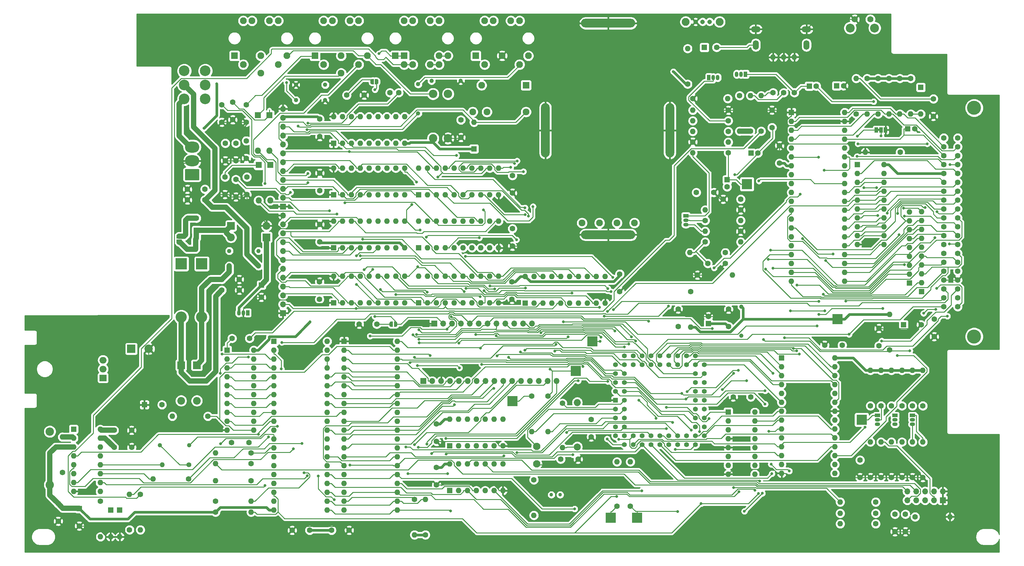
<source format=gbr>
%TF.GenerationSoftware,KiCad,Pcbnew,5.1.5+dfsg1-2build2*%
%TF.CreationDate,2021-10-05T23:16:15-04:00*%
%TF.ProjectId,coco3,636f636f-332e-46b6-9963-61645f706362,1.1.0*%
%TF.SameCoordinates,Original*%
%TF.FileFunction,Copper,L1,Top*%
%TF.FilePolarity,Positive*%
%FSLAX46Y46*%
G04 Gerber Fmt 4.6, Leading zero omitted, Abs format (unit mm)*
G04 Created by KiCad (PCBNEW 5.1.5+dfsg1-2build2) date 2021-10-05 23:16:15*
%MOMM*%
%LPD*%
G04 APERTURE LIST*
%TA.AperFunction,EtchedComponent*%
%ADD10C,0.100000*%
%TD*%
%TA.AperFunction,ComponentPad*%
%ADD11C,1.950000*%
%TD*%
%TA.AperFunction,ComponentPad*%
%ADD12O,2.500000X15.500000*%
%TD*%
%TA.AperFunction,ComponentPad*%
%ADD13O,15.500000X2.500000*%
%TD*%
%TA.AperFunction,ComponentPad*%
%ADD14R,1.700000X1.700000*%
%TD*%
%TA.AperFunction,ComponentPad*%
%ADD15O,1.700000X1.700000*%
%TD*%
%TA.AperFunction,ComponentPad*%
%ADD16O,1.701800X2.717800*%
%TD*%
%TA.AperFunction,ComponentPad*%
%ADD17O,2.717800X1.701800*%
%TD*%
%TA.AperFunction,ComponentPad*%
%ADD18C,1.600000*%
%TD*%
%TA.AperFunction,ComponentPad*%
%ADD19R,1.600000X1.600000*%
%TD*%
%TA.AperFunction,ComponentPad*%
%ADD20R,2.400000X2.400000*%
%TD*%
%TA.AperFunction,ComponentPad*%
%ADD21C,2.400000*%
%TD*%
%TA.AperFunction,ComponentPad*%
%ADD22C,4.000000*%
%TD*%
%TA.AperFunction,ComponentPad*%
%ADD23C,1.600200*%
%TD*%
%TA.AperFunction,ComponentPad*%
%ADD24C,0.100000*%
%TD*%
%TA.AperFunction,ComponentPad*%
%ADD25O,4.100000X3.160000*%
%TD*%
%TA.AperFunction,ComponentPad*%
%ADD26O,3.200000X3.200000*%
%TD*%
%TA.AperFunction,ComponentPad*%
%ADD27R,3.200000X3.200000*%
%TD*%
%TA.AperFunction,ComponentPad*%
%ADD28R,2.200000X2.200000*%
%TD*%
%TA.AperFunction,ComponentPad*%
%ADD29O,2.200000X2.200000*%
%TD*%
%TA.AperFunction,ComponentPad*%
%ADD30O,1.600000X1.600000*%
%TD*%
%TA.AperFunction,ComponentPad*%
%ADD31R,1.800000X1.800000*%
%TD*%
%TA.AperFunction,ComponentPad*%
%ADD32O,1.800000X1.800000*%
%TD*%
%TA.AperFunction,ComponentPad*%
%ADD33C,1.422400*%
%TD*%
%TA.AperFunction,ComponentPad*%
%ADD34R,1.422400X1.422400*%
%TD*%
%TA.AperFunction,ComponentPad*%
%ADD35R,1.050000X1.500000*%
%TD*%
%TA.AperFunction,ComponentPad*%
%ADD36O,1.050000X1.500000*%
%TD*%
%TA.AperFunction,ComponentPad*%
%ADD37R,1.950000X1.950000*%
%TD*%
%TA.AperFunction,ComponentPad*%
%ADD38O,2.000000X2.000000*%
%TD*%
%TA.AperFunction,ComponentPad*%
%ADD39C,2.000000*%
%TD*%
%TA.AperFunction,ComponentPad*%
%ADD40R,2.000000X1.905000*%
%TD*%
%TA.AperFunction,ComponentPad*%
%ADD41O,2.000000X1.905000*%
%TD*%
%TA.AperFunction,ComponentPad*%
%ADD42R,1.500000X1.050000*%
%TD*%
%TA.AperFunction,ComponentPad*%
%ADD43O,1.500000X1.050000*%
%TD*%
%TA.AperFunction,ComponentPad*%
%ADD44O,2.400000X2.400000*%
%TD*%
%TA.AperFunction,ComponentPad*%
%ADD45C,3.044000*%
%TD*%
%TA.AperFunction,ComponentPad*%
%ADD46C,1.778000*%
%TD*%
%TA.AperFunction,ComponentPad*%
%ADD47C,2.540000*%
%TD*%
%TA.AperFunction,ComponentPad*%
%ADD48C,2.250000*%
%TD*%
%TA.AperFunction,ComponentPad*%
%ADD49C,1.308000*%
%TD*%
%TA.AperFunction,ComponentPad*%
%ADD50C,2.100000*%
%TD*%
%TA.AperFunction,ComponentPad*%
%ADD51C,1.030000*%
%TD*%
%TA.AperFunction,ComponentPad*%
%ADD52C,1.240000*%
%TD*%
%TA.AperFunction,SMDPad,CuDef*%
%ADD53R,3.000000X3.000000*%
%TD*%
%TA.AperFunction,ComponentPad*%
%ADD54C,1.400000*%
%TD*%
%TA.AperFunction,ComponentPad*%
%ADD55O,1.400000X1.400000*%
%TD*%
%TA.AperFunction,SMDPad,CuDef*%
%ADD56C,0.100000*%
%TD*%
%TA.AperFunction,SMDPad,CuDef*%
%ADD57R,1.000000X1.500000*%
%TD*%
%TA.AperFunction,SMDPad,CuDef*%
%ADD58R,1.500000X1.000000*%
%TD*%
%TA.AperFunction,ViaPad*%
%ADD59C,0.800000*%
%TD*%
%TA.AperFunction,Conductor*%
%ADD60C,0.250000*%
%TD*%
%TA.AperFunction,Conductor*%
%ADD61C,0.750000*%
%TD*%
%TA.AperFunction,Conductor*%
%ADD62C,1.500000*%
%TD*%
%TA.AperFunction,Conductor*%
%ADD63C,0.254000*%
%TD*%
G04 APERTURE END LIST*
D10*
%TO.C,JP1*%
G36*
X284401400Y-49874000D02*
G01*
X284901400Y-49874000D01*
X284901400Y-50474000D01*
X284401400Y-50474000D01*
X284401400Y-49874000D01*
G37*
%TD*%
D11*
%TO.P,RF1,1*%
%TO.N,/video/S*%
X199796000Y-76774000D03*
%TO.P,RF1,4*%
%TO.N,/video/V*%
X214796000Y-76774000D03*
%TO.P,RF1,3*%
%TO.N,8V*%
X209796000Y-76774000D03*
%TO.P,RF1,2*%
%TO.N,/video/CH*%
X204796000Y-76774000D03*
D12*
%TO.P,RF1,5*%
%TO.N,GNDS*%
X189321000Y-50274000D03*
X224921000Y-50274000D03*
D13*
X207296000Y-19649000D03*
X207296000Y-80149000D03*
%TD*%
D14*
%TO.P,CN4,1*%
%TO.N,GNDS*%
X157551400Y-105574000D03*
D15*
%TO.P,CN4,2*%
%TO.N,/dram/~RAS*%
X160091400Y-105574000D03*
%TO.P,CN4,3*%
%TO.N,/dram/Z0*%
X162631400Y-105574000D03*
%TO.P,CN4,4*%
%TO.N,/dram/Z1*%
X165171400Y-105574000D03*
%TO.P,CN4,5*%
%TO.N,/dram/Z2*%
X167711400Y-105574000D03*
%TO.P,CN4,6*%
%TO.N,/dram/Z3*%
X170251400Y-105574000D03*
%TO.P,CN4,7*%
%TO.N,/dram/Z6*%
X172791400Y-105574000D03*
%TO.P,CN4,8*%
%TO.N,/dram/Z5*%
X175331400Y-105574000D03*
%TO.P,CN4,9*%
%TO.N,/dram/Z4*%
X177871400Y-105574000D03*
%TO.P,CN4,10*%
%TO.N,/dram/Z7*%
X180411400Y-105574000D03*
%TO.P,CN4,11*%
%TO.N,/dram/Z8*%
X182951400Y-105574000D03*
%TO.P,CN4,12*%
%TO.N,GNDS*%
X185491400Y-105574000D03*
%TD*%
D14*
%TO.P,CN6,1*%
%TO.N,GNDS*%
X114301000Y-72074000D03*
D15*
%TO.P,CN6,2*%
%TO.N,/dram/~WE1*%
X114301000Y-69534000D03*
%TO.P,CN6,3*%
%TO.N,/dram/D1Q4*%
X114301000Y-66994000D03*
%TO.P,CN6,4*%
%TO.N,/dram/D1Q5*%
X114301000Y-64454000D03*
%TO.P,CN6,5*%
%TO.N,/dram/D1Q7*%
X114301000Y-61914000D03*
%TO.P,CN6,6*%
%TO.N,/dram/D1Q6*%
X114301000Y-59374000D03*
%TO.P,CN6,7*%
%TO.N,/dram/D1Q3*%
X114301000Y-56834000D03*
%TO.P,CN6,8*%
%TO.N,/dram/D1Q2*%
X114301000Y-54294000D03*
%TO.P,CN6,9*%
%TO.N,/dram/D1Q0*%
X114301000Y-51754000D03*
%TO.P,CN6,10*%
%TO.N,/dram/D1Q1*%
X114301000Y-49214000D03*
%TO.P,CN6,11*%
%TO.N,+5V*%
X114301000Y-46674000D03*
%TO.P,CN6,12*%
%TO.N,GNDS*%
X114301000Y-44134000D03*
%TD*%
D14*
%TO.P,CN5,1*%
%TO.N,GNDS*%
X114301000Y-102574000D03*
D15*
%TO.P,CN5,2*%
%TO.N,/dram/D0Q6*%
X114301000Y-100034000D03*
%TO.P,CN5,3*%
%TO.N,/dram/D0Q4*%
X114301000Y-97494000D03*
%TO.P,CN5,4*%
%TO.N,/dram/D0Q5*%
X114301000Y-94954000D03*
%TO.P,CN5,5*%
%TO.N,/dram/D0Q7*%
X114301000Y-92414000D03*
%TO.P,CN5,6*%
%TO.N,/dram/~CAS*%
X114301000Y-89874000D03*
%TO.P,CN5,7*%
%TO.N,/dram/D0Q0*%
X114301000Y-87334000D03*
%TO.P,CN5,8*%
%TO.N,/dram/~WE0*%
X114301000Y-84794000D03*
%TO.P,CN5,9*%
%TO.N,/dram/D0Q1*%
X114301000Y-82254000D03*
%TO.P,CN5,10*%
%TO.N,/dram/D0Q3*%
X114301000Y-79714000D03*
%TO.P,CN5,11*%
%TO.N,/dram/D0Q2*%
X114301000Y-77174000D03*
%TO.P,CN5,12*%
%TO.N,GNDS*%
X114301000Y-74634000D03*
%TD*%
D16*
%TO.P,J5A1001,1*%
%TO.N,Net-(C54-Pad2)*%
X249501400Y-25874000D03*
D17*
%TO.P,J5A1001,2*%
%TO.N,GNDS*%
X249501400Y-21374000D03*
%TD*%
D16*
%TO.P,J5B1001,1*%
%TO.N,/video/SOUND_OUT*%
X264001400Y-25874000D03*
D17*
%TO.P,J5B1001,2*%
%TO.N,GNDS*%
X264001400Y-21374000D03*
%TD*%
D18*
%TO.P,C1,2*%
%TO.N,+5V*%
X256291000Y-59674000D03*
%TO.P,C1,1*%
%TO.N,GNDS*%
X256291000Y-54674000D03*
%TD*%
D19*
%TO.P,C2,1*%
%TO.N,+5V*%
X272621000Y-37544000D03*
D18*
%TO.P,C2,2*%
%TO.N,GNDS*%
X274621000Y-37544000D03*
%TD*%
%TO.P,C3,2*%
%TO.N,GNDS*%
X294951000Y-49864000D03*
D19*
%TO.P,C3,1*%
%TO.N,/~RESET*%
X292951000Y-49864000D03*
%TD*%
D18*
%TO.P,C4,1*%
%TO.N,+5V*%
X274201000Y-111724000D03*
%TO.P,C4,2*%
%TO.N,GNDS*%
X269201000Y-111724000D03*
%TD*%
%TO.P,C6,2*%
%TO.N,+5V*%
X121901000Y-164674000D03*
%TO.P,C6,1*%
%TO.N,GNDS*%
X116901000Y-164674000D03*
%TD*%
%TO.P,C7,1*%
%TO.N,GNDS*%
X133201000Y-164674000D03*
%TO.P,C7,2*%
%TO.N,+5V*%
X128201000Y-164674000D03*
%TD*%
%TO.P,C8,1*%
%TO.N,GNDS*%
X241701000Y-101424000D03*
%TO.P,C8,2*%
%TO.N,VCC1*%
X241701000Y-106424000D03*
%TD*%
D19*
%TO.P,C9,1*%
%TO.N,VCC1*%
X235931000Y-105544000D03*
D18*
%TO.P,C9,2*%
%TO.N,GNDS*%
X235931000Y-103544000D03*
%TD*%
%TO.P,C10,2*%
%TO.N,/QCLK*%
X227301000Y-106374000D03*
%TO.P,C10,1*%
%TO.N,GNDS*%
X227301000Y-101374000D03*
%TD*%
%TO.P,C11,1*%
%TO.N,GNDS*%
X284701000Y-106924000D03*
%TO.P,C11,2*%
%TO.N,/ECLK*%
X284701000Y-111924000D03*
%TD*%
%TO.P,C12,2*%
%TO.N,+5V*%
X248051000Y-126524000D03*
%TO.P,C12,1*%
%TO.N,GNDS*%
X243051000Y-126524000D03*
%TD*%
%TO.P,C13,2*%
%TO.N,+5V*%
X104601400Y-139574000D03*
%TO.P,C13,1*%
%TO.N,GNDS*%
X99601400Y-139574000D03*
%TD*%
%TO.P,C14,1*%
%TO.N,GNDS*%
X50001400Y-162074000D03*
%TO.P,C14,2*%
%TO.N,+5V*%
X50001400Y-157074000D03*
%TD*%
%TO.P,C15,2*%
%TO.N,GNDS*%
X56051400Y-163444000D03*
D19*
%TO.P,C15,1*%
%TO.N,+5V*%
X56051400Y-158444000D03*
%TD*%
D18*
%TO.P,C16,1*%
%TO.N,/peripherals/JOY0*%
X103801400Y-42944000D03*
%TO.P,C16,2*%
%TO.N,GNDS*%
X103801400Y-47944000D03*
%TD*%
%TO.P,C17,2*%
%TO.N,/peripherals/JOY1*%
X100801400Y-64324000D03*
%TO.P,C17,1*%
%TO.N,GNDS*%
X100801400Y-69324000D03*
%TD*%
%TO.P,C18,2*%
%TO.N,GNDS*%
X103961400Y-68624000D03*
%TO.P,C18,1*%
%TO.N,Net-(C18-Pad1)*%
X103961400Y-63624000D03*
%TD*%
%TO.P,C19,1*%
%TO.N,Net-(C19-Pad1)*%
X103801400Y-53274000D03*
%TO.P,C19,2*%
%TO.N,GNDS*%
X103801400Y-58274000D03*
%TD*%
%TO.P,C20,2*%
%TO.N,GNDS*%
X96801400Y-47944000D03*
%TO.P,C20,1*%
%TO.N,/peripherals/JOY2*%
X96801400Y-42944000D03*
%TD*%
%TO.P,C21,1*%
%TO.N,GNDS*%
X97801400Y-58974000D03*
%TO.P,C21,2*%
%TO.N,/peripherals/JOY3*%
X97801400Y-53974000D03*
%TD*%
%TO.P,C22,1*%
%TO.N,Net-(C22-Pad1)*%
X99901400Y-42244000D03*
%TO.P,C22,2*%
%TO.N,GNDS*%
X99901400Y-47244000D03*
%TD*%
%TO.P,C23,1*%
%TO.N,Net-(C23-Pad1)*%
X97701400Y-63624000D03*
%TO.P,C23,2*%
%TO.N,GNDS*%
X97701400Y-68624000D03*
%TD*%
%TO.P,C24,2*%
%TO.N,Net-(C24-Pad2)*%
X147371000Y-39504000D03*
%TO.P,C24,1*%
%TO.N,/peripherals/CASS_DATA_IN*%
X144871000Y-39504000D03*
%TD*%
%TO.P,C25,1*%
%TO.N,GNDS*%
X165151000Y-52324000D03*
%TO.P,C25,2*%
%TO.N,/peripherals/CASS_DATA_IN*%
X165151000Y-47324000D03*
%TD*%
%TO.P,C26,1*%
%TO.N,+5V*%
X300551000Y-104274000D03*
%TO.P,C26,2*%
%TO.N,GNDS*%
X300551000Y-109274000D03*
%TD*%
D19*
%TO.P,C27,1*%
%TO.N,+5V*%
X291801000Y-105874000D03*
D18*
%TO.P,C27,2*%
%TO.N,GNDS*%
X296801000Y-105874000D03*
%TD*%
%TO.P,C28,1*%
%TO.N,/peripherals/+SALT_VIN*%
X66001400Y-136074000D03*
%TO.P,C28,2*%
%TO.N,GNDS*%
X71001400Y-136074000D03*
%TD*%
D20*
%TO.P,C29,1*%
%TO.N,/peripherals/+SALT_VIN*%
X70901400Y-112774000D03*
D21*
%TO.P,C29,2*%
%TO.N,GNDS*%
X75901400Y-112774000D03*
%TD*%
D18*
%TO.P,C30,2*%
%TO.N,/peripherals/-SALT_VIN*%
X66001400Y-140974000D03*
%TO.P,C30,1*%
%TO.N,GNDS*%
X71001400Y-140974000D03*
%TD*%
D19*
%TO.P,C31,1*%
%TO.N,GNDS*%
X74661400Y-128774000D03*
D18*
%TO.P,C31,2*%
%TO.N,/peripherals/-SALT_VIN*%
X79661400Y-128774000D03*
%TD*%
%TO.P,C32,1*%
%TO.N,/power/P1*%
X96801400Y-96024000D03*
%TO.P,C32,2*%
%TO.N,GNDS*%
X101801400Y-96024000D03*
%TD*%
%TO.P,C33,2*%
%TO.N,GNDS*%
X101801400Y-92924000D03*
%TO.P,C33,1*%
%TO.N,Net-(C33-Pad1)*%
X96801400Y-92924000D03*
%TD*%
%TO.P,C34,1*%
%TO.N,GNDS*%
X254141000Y-44474000D03*
%TO.P,C34,2*%
%TO.N,/video/S*%
X254141000Y-49474000D03*
%TD*%
%TO.P,C35,1*%
%TO.N,Net-(C35-Pad1)*%
X91951400Y-67124000D03*
%TO.P,C35,2*%
%TO.N,GNDS*%
X86951400Y-67124000D03*
%TD*%
%TO.P,C36,2*%
%TO.N,GNDS*%
X86951400Y-70174000D03*
%TO.P,C36,1*%
%TO.N,Net-(C36-Pad1)*%
X91951400Y-70174000D03*
%TD*%
%TO.P,C37,1*%
%TO.N,GNDS*%
X240781000Y-88344000D03*
%TO.P,C37,2*%
%TO.N,Net-(C37-Pad2)*%
X235781000Y-88344000D03*
%TD*%
%TO.P,C38,2*%
%TO.N,+5V*%
X210601000Y-91374000D03*
%TO.P,C38,1*%
%TO.N,GNDS*%
X210601000Y-96374000D03*
%TD*%
%TO.P,C39,2*%
%TO.N,+5V*%
X179901000Y-63214000D03*
%TO.P,C39,1*%
%TO.N,GNDS*%
X179901000Y-68214000D03*
%TD*%
%TO.P,C40,1*%
%TO.N,GNDS*%
X179776000Y-98614000D03*
%TO.P,C40,2*%
%TO.N,+5V*%
X179776000Y-93614000D03*
%TD*%
%TO.P,C41,1*%
%TO.N,GNDS*%
X179901000Y-83414000D03*
%TO.P,C41,2*%
%TO.N,+5V*%
X179901000Y-78414000D03*
%TD*%
%TO.P,C42,2*%
%TO.N,+5V*%
X279301000Y-144574000D03*
%TO.P,C42,1*%
%TO.N,GNDS*%
X279301000Y-149574000D03*
%TD*%
%TO.P,C43,1*%
%TO.N,GNDS*%
X124801000Y-52074000D03*
%TO.P,C43,2*%
%TO.N,+5V*%
X124801000Y-47074000D03*
%TD*%
%TO.P,C44,2*%
%TO.N,+5V*%
X124801000Y-67514000D03*
%TO.P,C44,1*%
%TO.N,GNDS*%
X124801000Y-62514000D03*
%TD*%
%TO.P,C45,1*%
%TO.N,GNDS*%
X124801000Y-77174000D03*
%TO.P,C45,2*%
%TO.N,+5V*%
X124801000Y-82174000D03*
%TD*%
%TO.P,C46,2*%
%TO.N,+5V*%
X124731000Y-98624000D03*
%TO.P,C46,1*%
%TO.N,GNDS*%
X124731000Y-93624000D03*
%TD*%
%TO.P,C47,1*%
%TO.N,GNDS*%
X158201000Y-139274000D03*
%TO.P,C47,2*%
%TO.N,+5V*%
X158201000Y-134274000D03*
%TD*%
%TO.P,C48,2*%
%TO.N,+5V*%
X158201000Y-146674000D03*
%TO.P,C48,1*%
%TO.N,GNDS*%
X158201000Y-151674000D03*
%TD*%
%TO.P,C49,2*%
%TO.N,Net-(C49-Pad2)*%
X100801400Y-53974000D03*
%TO.P,C49,1*%
%TO.N,GNDS*%
X100801400Y-58974000D03*
%TD*%
%TO.P,C50,2*%
%TO.N,VCC1*%
X245201000Y-69974000D03*
%TO.P,C50,1*%
%TO.N,GNDS*%
X240201000Y-69974000D03*
%TD*%
%TO.P,C51,2*%
%TO.N,8V*%
X232501000Y-68054000D03*
%TO.P,C51,1*%
%TO.N,GNDS*%
X237501000Y-68054000D03*
%TD*%
D19*
%TO.P,C54,1*%
%TO.N,Net-(C54-Pad1)*%
X234801000Y-26574000D03*
D18*
%TO.P,C54,2*%
%TO.N,Net-(C54-Pad2)*%
X238301000Y-26574000D03*
%TD*%
%TO.P,C55,2*%
%TO.N,/video/S*%
X250131000Y-56774000D03*
D19*
%TO.P,C55,1*%
%TO.N,Net-(C55-Pad1)*%
X248131000Y-56774000D03*
%TD*%
D18*
%TO.P,C56,2*%
%TO.N,/video/SOUND_OUT*%
X266821000Y-37614000D03*
D19*
%TO.P,C56,1*%
%TO.N,Net-(C56-Pad1)*%
X264821000Y-37614000D03*
%TD*%
D18*
%TO.P,C58,2*%
%TO.N,/gime/HSYNC*%
X292301000Y-160074000D03*
%TO.P,C58,1*%
%TO.N,GNDS*%
X292301000Y-165074000D03*
%TD*%
%TO.P,C59,1*%
%TO.N,GNDS*%
X289301000Y-165074000D03*
%TO.P,C59,2*%
%TO.N,/gime/VSYNC*%
X289301000Y-160074000D03*
%TD*%
%TO.P,C60,1*%
%TO.N,GNDS*%
X198701000Y-144324000D03*
%TO.P,C60,2*%
%TO.N,Net-(C60-Pad2)*%
X193701000Y-144324000D03*
%TD*%
%TO.P,C61,2*%
%TO.N,Net-(C61-Pad2)*%
X300301000Y-41274000D03*
%TO.P,C61,1*%
%TO.N,GNDS*%
X300301000Y-46274000D03*
%TD*%
D19*
%TO.P,C62,1*%
%TO.N,Net-(C62-Pad1)*%
X89531400Y-78894000D03*
D18*
%TO.P,C62,2*%
%TO.N,/power/P1*%
X89531400Y-75394000D03*
%TD*%
D19*
%TO.P,C63,1*%
%TO.N,Net-(C63-Pad1)*%
X108101000Y-94524000D03*
D18*
%TO.P,C63,2*%
%TO.N,GNDS*%
X108101000Y-98024000D03*
%TD*%
%TO.P,C64,2*%
%TO.N,Net-(C64-Pad2)*%
X202451000Y-132974000D03*
%TO.P,C64,1*%
%TO.N,GNDS*%
X202451000Y-137974000D03*
%TD*%
%TO.P,C65,2*%
%TO.N,Net-(C65-Pad2)*%
X141101000Y-105724000D03*
%TO.P,C65,1*%
%TO.N,GNDS*%
X136101000Y-105724000D03*
%TD*%
%TO.P,C66,2*%
%TO.N,Net-(C66-Pad2)*%
X132501000Y-40224000D03*
%TO.P,C66,1*%
%TO.N,GNDS*%
X137501000Y-40224000D03*
%TD*%
D19*
%TO.P,C67,1*%
%TO.N,Net-(C67-Pad1)*%
X241311000Y-64444000D03*
D18*
%TO.P,C67,2*%
%TO.N,/video/V*%
X241311000Y-66444000D03*
%TD*%
%TO.P,C68,1*%
%TO.N,/peripherals/SOUND*%
X99701400Y-109774000D03*
%TO.P,C68,2*%
%TO.N,Net-(C68-Pad2)*%
X104701400Y-109774000D03*
%TD*%
D22*
%TO.P,CN1,*%
%TO.N,*%
X311950000Y-109276500D03*
X311950000Y-43871500D03*
D23*
%TO.P,CN1,39*%
%TO.N,/A15*%
X303288600Y-100704000D03*
%TO.P,CN1,37*%
%TO.N,/A13*%
X303288600Y-98164000D03*
%TO.P,CN1,35*%
%TO.N,/SND_IN_2*%
X303288600Y-95624000D03*
%TO.P,CN1,33*%
%TO.N,GNDS*%
X303288600Y-93084000D03*
%TO.P,CN1,31*%
%TO.N,/A12*%
X303288600Y-90544000D03*
%TO.P,CN1,29*%
%TO.N,/A10*%
X303288600Y-88004000D03*
%TO.P,CN1,27*%
%TO.N,/A8*%
X303288600Y-85464000D03*
%TO.P,CN1,25*%
%TO.N,/A6*%
X303288600Y-82924000D03*
%TO.P,CN1,23*%
%TO.N,/A4*%
X303288600Y-80384000D03*
%TO.P,CN1,21*%
%TO.N,/A2*%
X303288600Y-77844000D03*
%TO.P,CN1,19*%
%TO.N,/A0*%
X303288600Y-75304000D03*
%TO.P,CN1,17*%
%TO.N,/D7*%
X303288600Y-72764000D03*
%TO.P,CN1,15*%
%TO.N,/D5*%
X303288600Y-70224000D03*
%TO.P,CN1,13*%
%TO.N,/D3*%
X303288600Y-67684000D03*
%TO.P,CN1,11*%
%TO.N,/D1*%
X303288600Y-65144000D03*
%TO.P,CN1,9*%
%TO.N,+5V*%
X303288600Y-62604000D03*
%TO.P,CN1,7*%
%TO.N,/QCLK*%
X303288600Y-60064000D03*
%TO.P,CN1,5*%
%TO.N,/~RESET*%
X303288600Y-57524000D03*
%TO.P,CN1,3*%
%TO.N,/~HALT*%
X303288600Y-54984000D03*
%TO.P,CN1,1*%
%TO.N,Net-(CN1-Pad1)*%
X303288600Y-52444000D03*
%TO.P,CN1,40*%
%TO.N,/~SLENB*%
X307251000Y-100704000D03*
%TO.P,CN1,38*%
%TO.N,/A14*%
X307251000Y-98164000D03*
%TO.P,CN1,36*%
%TO.N,/~SCS*%
X307251000Y-95624000D03*
%TO.P,CN1,34*%
%TO.N,GNDS*%
X307251000Y-93084000D03*
%TO.P,CN1,32*%
%TO.N,Net-(C61-Pad2)*%
X307251000Y-90544000D03*
%TO.P,CN1,30*%
%TO.N,/A11*%
X307251000Y-88004000D03*
%TO.P,CN1,28*%
%TO.N,/A9*%
X307251000Y-85464000D03*
%TO.P,CN1,26*%
%TO.N,/A7*%
X307251000Y-82924000D03*
%TO.P,CN1,24*%
%TO.N,/A5*%
X307251000Y-80384000D03*
%TO.P,CN1,22*%
%TO.N,/A3*%
X307251000Y-77844000D03*
%TO.P,CN1,20*%
%TO.N,/A1*%
X307251000Y-75304000D03*
%TO.P,CN1,18*%
%TO.N,/R~W*%
X307251000Y-72764000D03*
%TO.P,CN1,16*%
%TO.N,/D6*%
X307251000Y-70224000D03*
%TO.P,CN1,14*%
%TO.N,/D4*%
X307251000Y-67684000D03*
%TO.P,CN1,12*%
%TO.N,/D2*%
X307251000Y-65144000D03*
%TO.P,CN1,10*%
%TO.N,/D0*%
X307251000Y-62604000D03*
%TO.P,CN1,8*%
%TO.N,/~CART*%
X307251000Y-60064000D03*
%TO.P,CN1,6*%
%TO.N,/ECLK*%
X307251000Y-57524000D03*
%TO.P,CN1,4*%
%TO.N,/~NMI*%
X307251000Y-54984000D03*
%TO.P,CN1,2*%
%TO.N,Net-(CN1-Pad2)*%
X307251000Y-52444000D03*
%TD*%
D14*
%TO.P,CN3,1*%
%TO.N,GNDS*%
X303001000Y-156074000D03*
D15*
%TO.P,CN3,2*%
X303001000Y-153534000D03*
%TO.P,CN3,3*%
%TO.N,/video/R_OUT*%
X300461000Y-156074000D03*
%TO.P,CN3,4*%
%TO.N,/video/G_OUT*%
X300461000Y-153534000D03*
%TO.P,CN3,5*%
%TO.N,/video/B_OUT*%
X297921000Y-156074000D03*
%TO.P,CN3,6*%
%TO.N,Net-(CN3-Pad6)*%
X297921000Y-153534000D03*
%TO.P,CN3,7*%
%TO.N,/video/SOUND_OUT*%
X295381000Y-156074000D03*
%TO.P,CN3,8*%
%TO.N,/gime/HSYNC*%
X295381000Y-153534000D03*
%TO.P,CN3,9*%
%TO.N,/gime/VSYNC*%
X292841000Y-156074000D03*
%TO.P,CN3,10*%
%TO.N,Net-(CN3-Pad10)*%
X292841000Y-153534000D03*
%TD*%
%TA.AperFunction,ComponentPad*%
D24*
%TO.P,CN7,1*%
%TO.N,Net-(CN7-Pad1)*%
G36*
X90135904Y-61395204D02*
G01*
X90160173Y-61398804D01*
X90183971Y-61404765D01*
X90207071Y-61413030D01*
X90229249Y-61423520D01*
X90250293Y-61436133D01*
X90269998Y-61450747D01*
X90288177Y-61467223D01*
X90304653Y-61485402D01*
X90319267Y-61505107D01*
X90331880Y-61526151D01*
X90342370Y-61548329D01*
X90350635Y-61571429D01*
X90356596Y-61595227D01*
X90360196Y-61619496D01*
X90361400Y-61644000D01*
X90361400Y-64304000D01*
X90360196Y-64328504D01*
X90356596Y-64352773D01*
X90350635Y-64376571D01*
X90342370Y-64399671D01*
X90331880Y-64421849D01*
X90319267Y-64442893D01*
X90304653Y-64462598D01*
X90288177Y-64480777D01*
X90269998Y-64497253D01*
X90250293Y-64511867D01*
X90229249Y-64524480D01*
X90207071Y-64534970D01*
X90183971Y-64543235D01*
X90160173Y-64549196D01*
X90135904Y-64552796D01*
X90111400Y-64554000D01*
X86511400Y-64554000D01*
X86486896Y-64552796D01*
X86462627Y-64549196D01*
X86438829Y-64543235D01*
X86415729Y-64534970D01*
X86393551Y-64524480D01*
X86372507Y-64511867D01*
X86352802Y-64497253D01*
X86334623Y-64480777D01*
X86318147Y-64462598D01*
X86303533Y-64442893D01*
X86290920Y-64421849D01*
X86280430Y-64399671D01*
X86272165Y-64376571D01*
X86266204Y-64352773D01*
X86262604Y-64328504D01*
X86261400Y-64304000D01*
X86261400Y-61644000D01*
X86262604Y-61619496D01*
X86266204Y-61595227D01*
X86272165Y-61571429D01*
X86280430Y-61548329D01*
X86290920Y-61526151D01*
X86303533Y-61505107D01*
X86318147Y-61485402D01*
X86334623Y-61467223D01*
X86352802Y-61450747D01*
X86372507Y-61436133D01*
X86393551Y-61423520D01*
X86415729Y-61413030D01*
X86438829Y-61404765D01*
X86462627Y-61398804D01*
X86486896Y-61395204D01*
X86511400Y-61394000D01*
X90111400Y-61394000D01*
X90135904Y-61395204D01*
G37*
%TD.AperFunction*%
D25*
%TO.P,CN7,2*%
%TO.N,GNDS*%
X88311400Y-59014000D03*
%TO.P,CN7,3*%
%TO.N,Net-(CN7-Pad3)*%
X88311400Y-55054000D03*
%TD*%
D26*
%TO.P,D1,2*%
%TO.N,/power/P1*%
X85201400Y-103714000D03*
D27*
%TO.P,D1,1*%
%TO.N,/peripherals/+SALT_VIN*%
X85201400Y-88474000D03*
%TD*%
%TO.P,D2,1*%
%TO.N,/peripherals/+SALT_VIN*%
X91051400Y-88474000D03*
D26*
%TO.P,D2,2*%
%TO.N,Net-(C33-Pad1)*%
X91051400Y-103714000D03*
%TD*%
D28*
%TO.P,D3,1*%
%TO.N,Net-(C33-Pad1)*%
X89651400Y-117464000D03*
D29*
%TO.P,D3,2*%
%TO.N,/peripherals/-SALT_VIN*%
X89651400Y-127624000D03*
%TD*%
%TO.P,D4,2*%
%TO.N,/peripherals/-SALT_VIN*%
X85141400Y-127624000D03*
D28*
%TO.P,D4,1*%
%TO.N,/power/P1*%
X85141400Y-117464000D03*
%TD*%
D30*
%TO.P,D5,2*%
%TO.N,/peripherals/CASS_MTR_OUT*%
X168901000Y-47954000D03*
D19*
%TO.P,D5,1*%
%TO.N,+5V*%
X168901000Y-55574000D03*
%TD*%
%TO.P,D6,1*%
%TO.N,/peripherals/CD_IN*%
X65001400Y-158914000D03*
D30*
%TO.P,D6,2*%
%TO.N,GNDS*%
X65001400Y-166534000D03*
%TD*%
%TO.P,D7,2*%
%TO.N,GNDS*%
X67601400Y-166534000D03*
D19*
%TO.P,D7,1*%
%TO.N,/peripherals/SERIAL_DATA_IN*%
X67601400Y-158914000D03*
%TD*%
D31*
%TO.P,D8,1*%
%TO.N,Net-(C19-Pad1)*%
X107111400Y-45964000D03*
D32*
%TO.P,D8,2*%
%TO.N,/peripherals/KR3*%
X107111400Y-56124000D03*
%TD*%
%TO.P,D9,2*%
%TO.N,/peripherals/KR2*%
X110381400Y-56124000D03*
D31*
%TO.P,D9,1*%
%TO.N,Net-(C22-Pad1)*%
X110381400Y-45964000D03*
%TD*%
D32*
%TO.P,D10,2*%
%TO.N,/peripherals/KR4*%
X107321400Y-70364000D03*
D31*
%TO.P,D10,1*%
%TO.N,Net-(C23-Pad1)*%
X107321400Y-60204000D03*
%TD*%
%TO.P,D11,1*%
%TO.N,Net-(C18-Pad1)*%
X110631400Y-60194000D03*
D32*
%TO.P,D11,2*%
%TO.N,/peripherals/KR1*%
X110631400Y-70354000D03*
%TD*%
D19*
%TO.P,D12,1*%
%TO.N,+5V*%
X296701000Y-38004000D03*
D30*
%TO.P,D12,2*%
%TO.N,/~RESET*%
X296701000Y-45624000D03*
%TD*%
D28*
%TO.P,D13,1*%
%TO.N,Net-(C62-Pad1)*%
X99411400Y-77614000D03*
D29*
%TO.P,D13,2*%
%TO.N,GNDS*%
X109571400Y-77614000D03*
%TD*%
%TO.P,D14,2*%
%TO.N,Net-(C62-Pad1)*%
X99411000Y-80894000D03*
D28*
%TO.P,D14,1*%
%TO.N,Net-(C63-Pad1)*%
X109571000Y-80894000D03*
%TD*%
D19*
%TO.P,IC1,1*%
%TO.N,GNDS*%
X259701000Y-45154000D03*
D30*
%TO.P,IC1,21*%
%TO.N,/A13*%
X274941000Y-93414000D03*
%TO.P,IC1,2*%
%TO.N,/~NMI*%
X259701000Y-47694000D03*
%TO.P,IC1,22*%
%TO.N,/A14*%
X274941000Y-90874000D03*
%TO.P,IC1,3*%
%TO.N,/~IRQ*%
X259701000Y-50234000D03*
%TO.P,IC1,23*%
%TO.N,/A15*%
X274941000Y-88334000D03*
%TO.P,IC1,4*%
%TO.N,/~FIRQ*%
X259701000Y-52774000D03*
%TO.P,IC1,24*%
%TO.N,/cpu/DN7*%
X274941000Y-85794000D03*
%TO.P,IC1,5*%
%TO.N,Net-(IC1-Pad5)*%
X259701000Y-55314000D03*
%TO.P,IC1,25*%
%TO.N,/cpu/DN6*%
X274941000Y-83254000D03*
%TO.P,IC1,6*%
%TO.N,Net-(IC1-Pad6)*%
X259701000Y-57854000D03*
%TO.P,IC1,26*%
%TO.N,/cpu/DN5*%
X274941000Y-80714000D03*
%TO.P,IC1,7*%
%TO.N,+5V*%
X259701000Y-60394000D03*
%TO.P,IC1,27*%
%TO.N,/cpu/DN4*%
X274941000Y-78174000D03*
%TO.P,IC1,8*%
%TO.N,/A0*%
X259701000Y-62934000D03*
%TO.P,IC1,28*%
%TO.N,/cpu/DN3*%
X274941000Y-75634000D03*
%TO.P,IC1,9*%
%TO.N,/A1*%
X259701000Y-65474000D03*
%TO.P,IC1,29*%
%TO.N,/cpu/DN2*%
X274941000Y-73094000D03*
%TO.P,IC1,10*%
%TO.N,/A2*%
X259701000Y-68014000D03*
%TO.P,IC1,30*%
%TO.N,/cpu/DN1*%
X274941000Y-70554000D03*
%TO.P,IC1,11*%
%TO.N,/A3*%
X259701000Y-70554000D03*
%TO.P,IC1,31*%
%TO.N,/cpu/DN0*%
X274941000Y-68014000D03*
%TO.P,IC1,12*%
%TO.N,/A4*%
X259701000Y-73094000D03*
%TO.P,IC1,32*%
%TO.N,/R~W*%
X274941000Y-65474000D03*
%TO.P,IC1,13*%
%TO.N,/A5*%
X259701000Y-75634000D03*
%TO.P,IC1,33*%
%TO.N,Net-(IC1-Pad33)*%
X274941000Y-62934000D03*
%TO.P,IC1,14*%
%TO.N,/A6*%
X259701000Y-78174000D03*
%TO.P,IC1,34*%
%TO.N,/ECLK*%
X274941000Y-60394000D03*
%TO.P,IC1,15*%
%TO.N,/A7*%
X259701000Y-80714000D03*
%TO.P,IC1,35*%
%TO.N,/QCLK*%
X274941000Y-57854000D03*
%TO.P,IC1,16*%
%TO.N,/A8*%
X259701000Y-83254000D03*
%TO.P,IC1,36*%
%TO.N,Net-(IC1-Pad36)*%
X274941000Y-55314000D03*
%TO.P,IC1,17*%
%TO.N,/A9*%
X259701000Y-85794000D03*
%TO.P,IC1,37*%
%TO.N,/~RESET*%
X274941000Y-52774000D03*
%TO.P,IC1,18*%
%TO.N,/A10*%
X259701000Y-88334000D03*
%TO.P,IC1,38*%
%TO.N,Net-(IC1-Pad38)*%
X274941000Y-50234000D03*
%TO.P,IC1,19*%
%TO.N,/A11*%
X259701000Y-90874000D03*
%TO.P,IC1,39*%
%TO.N,GNDS*%
X274941000Y-47694000D03*
%TO.P,IC1,20*%
%TO.N,/A12*%
X259701000Y-93414000D03*
%TO.P,IC1,40*%
%TO.N,/~HALT*%
X274941000Y-45154000D03*
%TD*%
D19*
%TO.P,IC3,1*%
%TO.N,/R~W*%
X278531000Y-60074000D03*
D30*
%TO.P,IC3,11*%
%TO.N,/cpu/DN7*%
X286151000Y-82934000D03*
%TO.P,IC3,2*%
%TO.N,/D0*%
X278531000Y-62614000D03*
%TO.P,IC3,12*%
%TO.N,/cpu/DN6*%
X286151000Y-80394000D03*
%TO.P,IC3,3*%
%TO.N,/D1*%
X278531000Y-65154000D03*
%TO.P,IC3,13*%
%TO.N,/cpu/DN5*%
X286151000Y-77854000D03*
%TO.P,IC3,4*%
%TO.N,/D2*%
X278531000Y-67694000D03*
%TO.P,IC3,14*%
%TO.N,/cpu/DN4*%
X286151000Y-75314000D03*
%TO.P,IC3,5*%
%TO.N,/D3*%
X278531000Y-70234000D03*
%TO.P,IC3,15*%
%TO.N,/cpu/DN3*%
X286151000Y-72774000D03*
%TO.P,IC3,6*%
%TO.N,/D4*%
X278531000Y-72774000D03*
%TO.P,IC3,16*%
%TO.N,/cpu/DN2*%
X286151000Y-70234000D03*
%TO.P,IC3,7*%
%TO.N,/D5*%
X278531000Y-75314000D03*
%TO.P,IC3,17*%
%TO.N,/cpu/DN1*%
X286151000Y-67694000D03*
%TO.P,IC3,8*%
%TO.N,/D6*%
X278531000Y-77854000D03*
%TO.P,IC3,18*%
%TO.N,/cpu/DN0*%
X286151000Y-65154000D03*
%TO.P,IC3,9*%
%TO.N,/D7*%
X278531000Y-80394000D03*
%TO.P,IC3,19*%
%TO.N,/cpu/BUS_TXRX_ENABLE*%
X286151000Y-62614000D03*
%TO.P,IC3,10*%
%TO.N,GNDS*%
X278531000Y-82934000D03*
%TO.P,IC3,20*%
%TO.N,+5V*%
X286151000Y-60074000D03*
%TD*%
%TO.P,IC4,40*%
%TO.N,/peripherals/CD_OUT_TTL*%
X126941000Y-110634000D03*
%TO.P,IC4,20*%
%TO.N,+5V*%
X111701000Y-158894000D03*
%TO.P,IC4,39*%
%TO.N,/peripherals/CASS_M_IN_TTL*%
X126941000Y-113174000D03*
%TO.P,IC4,19*%
%TO.N,Net-(IC4-Pad19)*%
X111701000Y-156354000D03*
%TO.P,IC4,38*%
%TO.N,/~FIRQ*%
X126941000Y-115714000D03*
%TO.P,IC4,18*%
%TO.N,/~CART*%
X111701000Y-153814000D03*
%TO.P,IC4,37*%
%TO.N,/~FIRQ*%
X126941000Y-118254000D03*
%TO.P,IC4,17*%
%TO.N,Net-(IC4-Pad17)*%
X111701000Y-151274000D03*
%TO.P,IC4,36*%
%TO.N,/A0*%
X126941000Y-120794000D03*
%TO.P,IC4,16*%
%TO.N,Net-(IC4-Pad16)*%
X111701000Y-148734000D03*
%TO.P,IC4,35*%
%TO.N,/A1*%
X126941000Y-123334000D03*
%TO.P,IC4,15*%
%TO.N,Net-(IC4-Pad15)*%
X111701000Y-146194000D03*
%TO.P,IC4,34*%
%TO.N,/~RESET*%
X126941000Y-125874000D03*
%TO.P,IC4,14*%
%TO.N,Net-(IC4-Pad14)*%
X111701000Y-143654000D03*
%TO.P,IC4,33*%
%TO.N,/D0*%
X126941000Y-128414000D03*
%TO.P,IC4,13*%
%TO.N,/peripherals/RGB_OUT_10*%
X111701000Y-141114000D03*
%TO.P,IC4,32*%
%TO.N,/D1*%
X126941000Y-130954000D03*
%TO.P,IC4,12*%
%TO.N,Net-(CN2-Pad15)*%
X111701000Y-138574000D03*
%TO.P,IC4,31*%
%TO.N,/D2*%
X126941000Y-133494000D03*
%TO.P,IC4,11*%
%TO.N,Net-(IC4-Pad11)*%
X111701000Y-136034000D03*
%TO.P,IC4,30*%
%TO.N,/D3*%
X126941000Y-136034000D03*
%TO.P,IC4,10*%
%TO.N,/gime/SERINT*%
X111701000Y-133494000D03*
%TO.P,IC4,29*%
%TO.N,/D4*%
X126941000Y-138574000D03*
%TO.P,IC4,9*%
%TO.N,Net-(IC4-Pad9)*%
X111701000Y-130954000D03*
%TO.P,IC4,28*%
%TO.N,/D5*%
X126941000Y-141114000D03*
%TO.P,IC4,8*%
%TO.N,Net-(IC4-Pad8)*%
X111701000Y-128414000D03*
%TO.P,IC4,27*%
%TO.N,/D6*%
X126941000Y-143654000D03*
%TO.P,IC4,7*%
%TO.N,Net-(IC4-Pad7)*%
X111701000Y-125874000D03*
%TO.P,IC4,26*%
%TO.N,/D7*%
X126941000Y-146194000D03*
%TO.P,IC4,6*%
%TO.N,Net-(IC4-Pad6)*%
X111701000Y-123334000D03*
%TO.P,IC4,25*%
%TO.N,/ECLK*%
X126941000Y-148734000D03*
%TO.P,IC4,5*%
%TO.N,Net-(IC4-Pad5)*%
X111701000Y-120794000D03*
%TO.P,IC4,24*%
%TO.N,/A5*%
X126941000Y-151274000D03*
%TO.P,IC4,4*%
%TO.N,Net-(IC4-Pad4)*%
X111701000Y-118254000D03*
%TO.P,IC4,23*%
%TO.N,/gime/PIA_~CS2*%
X126941000Y-153814000D03*
%TO.P,IC4,3*%
%TO.N,/peripherals/SER_DATA_IN_TTL*%
X111701000Y-115714000D03*
%TO.P,IC4,22*%
%TO.N,/peripherals/HI*%
X126941000Y-156354000D03*
%TO.P,IC4,2*%
%TO.N,/peripherals/CASS_DATA_OUT_TTL*%
X111701000Y-113174000D03*
%TO.P,IC4,21*%
%TO.N,/R~W*%
X126941000Y-158894000D03*
D19*
%TO.P,IC4,1*%
%TO.N,GNDS*%
X111701000Y-110634000D03*
%TD*%
%TO.P,IC5,1*%
%TO.N,GNDS*%
X131781000Y-110634000D03*
D30*
%TO.P,IC5,21*%
%TO.N,/R~W*%
X147021000Y-158894000D03*
%TO.P,IC5,2*%
%TO.N,/peripherals/KR1*%
X131781000Y-113174000D03*
%TO.P,IC5,22*%
%TO.N,/peripherals/HI*%
X147021000Y-156354000D03*
%TO.P,IC5,3*%
%TO.N,/peripherals/KR2*%
X131781000Y-115714000D03*
%TO.P,IC5,23*%
%TO.N,/gime/PIA_~CS2*%
X147021000Y-153814000D03*
%TO.P,IC5,4*%
%TO.N,/peripherals/KR3*%
X131781000Y-118254000D03*
%TO.P,IC5,24*%
%TO.N,Net-(IC15-Pad4)*%
X147021000Y-151274000D03*
%TO.P,IC5,5*%
%TO.N,/peripherals/KR4*%
X131781000Y-120794000D03*
%TO.P,IC5,25*%
%TO.N,/ECLK*%
X147021000Y-148734000D03*
%TO.P,IC5,6*%
%TO.N,/peripherals/KR5*%
X131781000Y-123334000D03*
%TO.P,IC5,26*%
%TO.N,/D7*%
X147021000Y-146194000D03*
%TO.P,IC5,7*%
%TO.N,/peripherals/KR6*%
X131781000Y-125874000D03*
%TO.P,IC5,27*%
%TO.N,/D6*%
X147021000Y-143654000D03*
%TO.P,IC5,8*%
%TO.N,/peripherals/KR7*%
X131781000Y-128414000D03*
%TO.P,IC5,28*%
%TO.N,/D5*%
X147021000Y-141114000D03*
%TO.P,IC5,9*%
%TO.N,/peripherals/PA7*%
X131781000Y-130954000D03*
%TO.P,IC5,29*%
%TO.N,/D4*%
X147021000Y-138574000D03*
%TO.P,IC5,10*%
%TO.N,Net-(CN2-Pad9)*%
X131781000Y-133494000D03*
%TO.P,IC5,30*%
%TO.N,/D3*%
X147021000Y-136034000D03*
%TO.P,IC5,11*%
%TO.N,Net-(CN2-Pad10)*%
X131781000Y-136034000D03*
%TO.P,IC5,31*%
%TO.N,/D2*%
X147021000Y-133494000D03*
%TO.P,IC5,12*%
%TO.N,Net-(CN2-Pad11)*%
X131781000Y-138574000D03*
%TO.P,IC5,32*%
%TO.N,/D1*%
X147021000Y-130954000D03*
%TO.P,IC5,13*%
%TO.N,Net-(CN2-Pad12)*%
X131781000Y-141114000D03*
%TO.P,IC5,33*%
%TO.N,/D0*%
X147021000Y-128414000D03*
%TO.P,IC5,14*%
%TO.N,Net-(CN2-Pad13)*%
X131781000Y-143654000D03*
%TO.P,IC5,34*%
%TO.N,/~RESET*%
X147021000Y-125874000D03*
%TO.P,IC5,15*%
%TO.N,Net-(CN2-Pad14)*%
X131781000Y-146194000D03*
%TO.P,IC5,35*%
%TO.N,/A1*%
X147021000Y-123334000D03*
%TO.P,IC5,16*%
%TO.N,Net-(CN2-Pad15)*%
X131781000Y-148734000D03*
%TO.P,IC5,36*%
%TO.N,/A0*%
X147021000Y-120794000D03*
%TO.P,IC5,17*%
%TO.N,Net-(CN2-Pad16)*%
X131781000Y-151274000D03*
%TO.P,IC5,37*%
%TO.N,/~IRQ*%
X147021000Y-118254000D03*
%TO.P,IC5,18*%
%TO.N,/gime/~VSYNC*%
X131781000Y-153814000D03*
%TO.P,IC5,38*%
%TO.N,/~IRQ*%
X147021000Y-115714000D03*
%TO.P,IC5,19*%
%TO.N,/peripherals/SELB*%
X131781000Y-156354000D03*
%TO.P,IC5,39*%
%TO.N,/peripherals/SELA*%
X147021000Y-113174000D03*
%TO.P,IC5,20*%
%TO.N,+5V*%
X131781000Y-158894000D03*
%TO.P,IC5,40*%
%TO.N,/gime/~HSYNC*%
X147021000Y-110634000D03*
%TD*%
D33*
%TO.P,IC6,2*%
%TO.N,Net-(IC6-Pad2)*%
X211941000Y-127474000D03*
%TO.P,IC6,4*%
%TO.N,Net-(IC6-Pad4)*%
X211941000Y-130014000D03*
%TO.P,IC6,6*%
%TO.N,Net-(IC6-Pad6)*%
X211941000Y-132554000D03*
%TO.P,IC6,8*%
%TO.N,/R~W*%
X211941000Y-135094000D03*
%TO.P,IC6,68*%
%TO.N,/gime/R*%
X211941000Y-124934000D03*
%TO.P,IC6,66*%
%TO.N,/gime/B*%
X211941000Y-122394000D03*
%TO.P,IC6,64*%
%TO.N,/gime/RAMD0*%
X211941000Y-119854000D03*
%TO.P,IC6,62*%
%TO.N,/gime/RAMD2*%
X211941000Y-117314000D03*
D34*
%TO.P,IC6,1*%
%TO.N,GNDS*%
X209401000Y-127474000D03*
D33*
%TO.P,IC6,3*%
%TO.N,Net-(IC6-Pad3)*%
X209401000Y-130014000D03*
%TO.P,IC6,5*%
%TO.N,Net-(IC6-Pad5)*%
X209401000Y-132554000D03*
%TO.P,IC6,7*%
%TO.N,Net-(IC6-Pad7)*%
X209401000Y-135094000D03*
%TO.P,IC6,9*%
%TO.N,/~RESET*%
X209401000Y-137634000D03*
%TO.P,IC6,67*%
%TO.N,/gime/G*%
X209401000Y-124934000D03*
%TO.P,IC6,65*%
%TO.N,/gime/CVIDEO*%
X209401000Y-122394000D03*
%TO.P,IC6,63*%
%TO.N,/gime/RAMD1*%
X209401000Y-119854000D03*
%TO.P,IC6,11*%
%TO.N,/dram/~WE1*%
X211941000Y-137634000D03*
%TO.P,IC6,13*%
%TO.N,/D1*%
X214481000Y-137634000D03*
%TO.P,IC6,15*%
%TO.N,/D3*%
X217021000Y-137634000D03*
%TO.P,IC6,17*%
%TO.N,/D5*%
X219561000Y-137634000D03*
%TO.P,IC6,19*%
%TO.N,/D7*%
X222101000Y-137634000D03*
%TO.P,IC6,21*%
%TO.N,/~IRQ*%
X224641000Y-137634000D03*
%TO.P,IC6,23*%
%TO.N,Net-(IC15-Pad8)*%
X227181000Y-137634000D03*
%TO.P,IC6,25*%
%TO.N,/A0*%
X229721000Y-137634000D03*
%TO.P,IC6,10*%
%TO.N,/dram/~WE0*%
X211941000Y-140174000D03*
%TO.P,IC6,12*%
%TO.N,/D0*%
X214481000Y-140174000D03*
%TO.P,IC6,14*%
%TO.N,/D2*%
X217021000Y-140174000D03*
%TO.P,IC6,16*%
%TO.N,/D4*%
X219561000Y-140174000D03*
%TO.P,IC6,18*%
%TO.N,/D6*%
X222101000Y-140174000D03*
%TO.P,IC6,20*%
%TO.N,/~FIRQ*%
X224641000Y-140174000D03*
%TO.P,IC6,22*%
%TO.N,/~CART*%
X227181000Y-140174000D03*
%TO.P,IC6,24*%
%TO.N,Net-(IC15-Pad6)*%
X229721000Y-140174000D03*
%TO.P,IC6,26*%
%TO.N,/A1*%
X232261000Y-140174000D03*
%TO.P,IC6,28*%
%TO.N,/A3*%
X232261000Y-137634000D03*
%TO.P,IC6,30*%
%TO.N,Net-(IC6-Pad30)*%
X232261000Y-135094000D03*
%TO.P,IC6,32*%
%TO.N,/dram/Z0*%
X232261000Y-132554000D03*
%TO.P,IC6,34*%
%TO.N,/dram/Z2*%
X232261000Y-130014000D03*
%TO.P,IC6,36*%
%TO.N,/dram/Z3*%
X232261000Y-127474000D03*
%TO.P,IC6,38*%
%TO.N,/dram/Z5*%
X232261000Y-124934000D03*
%TO.P,IC6,40*%
%TO.N,/dram/Z6*%
X232261000Y-122394000D03*
%TO.P,IC6,42*%
%TO.N,/dram/Z8*%
X232261000Y-119854000D03*
%TO.P,IC6,44*%
%TO.N,/A5*%
X232261000Y-114774000D03*
%TO.P,IC6,27*%
%TO.N,/A2*%
X234801000Y-137634000D03*
%TO.P,IC6,29*%
%TO.N,Net-(IC6-Pad29)*%
X234801000Y-135094000D03*
%TO.P,IC6,31*%
%TO.N,Net-(IC6-Pad31)*%
X234801000Y-132554000D03*
%TO.P,IC6,33*%
%TO.N,/dram/Z1*%
X234801000Y-130014000D03*
%TO.P,IC6,35*%
%TO.N,VCC1*%
X234801000Y-127474000D03*
%TO.P,IC6,37*%
%TO.N,/dram/Z4*%
X234801000Y-124934000D03*
%TO.P,IC6,39*%
%TO.N,Net-(IC6-Pad39)*%
X234801000Y-122394000D03*
%TO.P,IC6,41*%
%TO.N,/dram/Z7*%
X234801000Y-119854000D03*
%TO.P,IC6,43*%
%TO.N,/A4*%
X234801000Y-117314000D03*
%TO.P,IC6,45*%
%TO.N,/A6*%
X232261000Y-117314000D03*
%TO.P,IC6,47*%
%TO.N,/A8*%
X229721000Y-117314000D03*
%TO.P,IC6,49*%
%TO.N,/A10*%
X227181000Y-117314000D03*
%TO.P,IC6,51*%
%TO.N,/A12*%
X224641000Y-117314000D03*
%TO.P,IC6,53*%
%TO.N,/A14*%
X222101000Y-117314000D03*
%TO.P,IC6,55*%
%TO.N,/gime/~VSYNC*%
X219561000Y-117314000D03*
%TO.P,IC6,57*%
%TO.N,/gime/RAMD7*%
X217021000Y-117314000D03*
%TO.P,IC6,59*%
%TO.N,/gime/RAMD5*%
X214481000Y-117314000D03*
%TO.P,IC6,61*%
%TO.N,/gime/RAMD3*%
X209401000Y-117314000D03*
%TO.P,IC6,46*%
%TO.N,/A7*%
X229721000Y-114774000D03*
%TO.P,IC6,48*%
%TO.N,/A9*%
X227181000Y-114774000D03*
%TO.P,IC6,50*%
%TO.N,/A11*%
X224641000Y-114774000D03*
%TO.P,IC6,52*%
%TO.N,/A13*%
X222101000Y-114774000D03*
%TO.P,IC6,54*%
%TO.N,/A15*%
X219561000Y-114774000D03*
%TO.P,IC6,56*%
%TO.N,/gime/~HSYNC*%
X217021000Y-114774000D03*
%TO.P,IC6,58*%
%TO.N,/gime/RAMD6*%
X214481000Y-114774000D03*
%TO.P,IC6,60*%
%TO.N,/gime/RAMD4*%
X211941000Y-114774000D03*
%TD*%
D30*
%TO.P,IC7,20*%
%TO.N,+5V*%
X105921400Y-113174000D03*
%TO.P,IC7,10*%
%TO.N,GNDS*%
X98301400Y-136034000D03*
%TO.P,IC7,19*%
%TO.N,Net-(C24-Pad2)*%
X105921400Y-115714000D03*
%TO.P,IC7,9*%
%TO.N,/peripherals/PA7*%
X98301400Y-133494000D03*
%TO.P,IC7,18*%
%TO.N,/SND_IN_2*%
X105921400Y-118254000D03*
%TO.P,IC7,8*%
%TO.N,Net-(IC4-Pad9)*%
X98301400Y-130954000D03*
%TO.P,IC7,17*%
%TO.N,Net-(FB6-Pad1)*%
X105921400Y-120794000D03*
%TO.P,IC7,7*%
%TO.N,Net-(IC4-Pad8)*%
X98301400Y-128414000D03*
%TO.P,IC7,16*%
%TO.N,/peripherals/JOY0*%
X105921400Y-123334000D03*
%TO.P,IC7,6*%
%TO.N,Net-(IC4-Pad7)*%
X98301400Y-125874000D03*
%TO.P,IC7,15*%
%TO.N,/peripherals/JOY1*%
X105921400Y-125874000D03*
%TO.P,IC7,5*%
%TO.N,Net-(IC4-Pad6)*%
X98301400Y-123334000D03*
%TO.P,IC7,14*%
%TO.N,/peripherals/JOY2*%
X105921400Y-128414000D03*
%TO.P,IC7,4*%
%TO.N,Net-(IC4-Pad5)*%
X98301400Y-120794000D03*
%TO.P,IC7,13*%
%TO.N,/peripherals/JOY3*%
X105921400Y-130954000D03*
%TO.P,IC7,3*%
%TO.N,Net-(IC4-Pad4)*%
X98301400Y-118254000D03*
%TO.P,IC7,12*%
%TO.N,/peripherals/SELB*%
X105921400Y-133494000D03*
%TO.P,IC7,2*%
%TO.N,Net-(IC4-Pad19)*%
X98301400Y-115714000D03*
%TO.P,IC7,11*%
%TO.N,/peripherals/SELA*%
X105921400Y-136034000D03*
D19*
%TO.P,IC7,1*%
%TO.N,/peripherals/SOUND*%
X98301400Y-113174000D03*
%TD*%
D30*
%TO.P,IC8,16*%
%TO.N,/peripherals/+SALT_VIN*%
X62021400Y-135774000D03*
%TO.P,IC8,8*%
%TO.N,GNDS*%
X54401400Y-153554000D03*
%TO.P,IC8,15*%
%TO.N,/peripherals/-SALT_VIN*%
X62021400Y-138314000D03*
%TO.P,IC8,7*%
%TO.N,/peripherals/CASS_DATA_OUT_TTL*%
X54401400Y-151014000D03*
%TO.P,IC8,14*%
%TO.N,/peripherals/SERIAL_DATA_IN*%
X62021400Y-140854000D03*
%TO.P,IC8,6*%
%TO.N,/peripherals/SER_DATA_IN_TTL*%
X54401400Y-148474000D03*
%TO.P,IC8,13*%
%TO.N,/peripherals/CD_IN*%
X62021400Y-143394000D03*
%TO.P,IC8,5*%
%TO.N,/peripherals/CD_OUT_TTL*%
X54401400Y-145934000D03*
%TO.P,IC8,12*%
%TO.N,/peripherals/SER_DATA_OUT*%
X62021400Y-145934000D03*
%TO.P,IC8,4*%
%TO.N,/gime/SERINT*%
X54401400Y-143394000D03*
%TO.P,IC8,11*%
%TO.N,Net-(IC8-Pad11)*%
X62021400Y-148474000D03*
%TO.P,IC8,3*%
%TO.N,+5V*%
X54401400Y-140854000D03*
%TO.P,IC8,10*%
%TO.N,/peripherals/CASS_M_IN_TTL*%
X62021400Y-151014000D03*
%TO.P,IC8,2*%
%TO.N,Net-(IC8-Pad2)*%
X54401400Y-138314000D03*
%TO.P,IC8,9*%
%TO.N,/peripherals/CASS_MTR_OUT*%
X62021400Y-153554000D03*
D19*
%TO.P,IC8,1*%
%TO.N,Net-(IC8-Pad1)*%
X54401400Y-135774000D03*
%TD*%
%TO.P,IC9,1*%
%TO.N,Net-(IC6-Pad31)*%
X241601000Y-130854000D03*
D30*
%TO.P,IC9,9*%
%TO.N,/~SCS*%
X249221000Y-148634000D03*
%TO.P,IC9,2*%
%TO.N,Net-(IC6-Pad30)*%
X241601000Y-133394000D03*
%TO.P,IC9,10*%
%TO.N,Net-(IC9-Pad10)*%
X249221000Y-146094000D03*
%TO.P,IC9,3*%
%TO.N,Net-(IC6-Pad29)*%
X241601000Y-135934000D03*
%TO.P,IC9,11*%
%TO.N,Net-(IC9-Pad11)*%
X249221000Y-143554000D03*
%TO.P,IC9,4*%
%TO.N,GNDS*%
X241601000Y-138474000D03*
%TO.P,IC9,12*%
%TO.N,Net-(IC9-Pad12)*%
X249221000Y-141014000D03*
%TO.P,IC9,5*%
%TO.N,GNDS*%
X241601000Y-141014000D03*
%TO.P,IC9,13*%
%TO.N,/gime/PIA_~CS2*%
X249221000Y-138474000D03*
%TO.P,IC9,6*%
%TO.N,/~SLENB*%
X241601000Y-143554000D03*
%TO.P,IC9,14*%
%TO.N,/~CTS*%
X249221000Y-135934000D03*
%TO.P,IC9,7*%
%TO.N,Net-(IC9-Pad7)*%
X241601000Y-146094000D03*
%TO.P,IC9,15*%
%TO.N,/gime/~ROM*%
X249221000Y-133394000D03*
%TO.P,IC9,8*%
%TO.N,GNDS*%
X241601000Y-148634000D03*
%TO.P,IC9,16*%
%TO.N,+5V*%
X249221000Y-130854000D03*
%TD*%
%TO.P,IC10,20*%
%TO.N,+5V*%
X183601000Y-92074000D03*
%TO.P,IC10,10*%
%TO.N,GNDS*%
X206461000Y-99694000D03*
%TO.P,IC10,19*%
%TO.N,/dram/~WE0*%
X186141000Y-92074000D03*
%TO.P,IC10,9*%
%TO.N,/dram/D0Q4*%
X203921000Y-99694000D03*
%TO.P,IC10,18*%
%TO.N,/dram/D0Q0*%
X188681000Y-92074000D03*
%TO.P,IC10,8*%
%TO.N,/D3*%
X201381000Y-99694000D03*
%TO.P,IC10,17*%
%TO.N,/D7*%
X191221000Y-92074000D03*
%TO.P,IC10,7*%
%TO.N,/dram/D0Q5*%
X198841000Y-99694000D03*
%TO.P,IC10,16*%
%TO.N,/dram/D0Q1*%
X193761000Y-92074000D03*
%TO.P,IC10,6*%
%TO.N,/D2*%
X196301000Y-99694000D03*
%TO.P,IC10,15*%
%TO.N,/D6*%
X196301000Y-92074000D03*
%TO.P,IC10,5*%
%TO.N,/dram/D0Q6*%
X193761000Y-99694000D03*
%TO.P,IC10,14*%
%TO.N,/dram/D0Q2*%
X198841000Y-92074000D03*
%TO.P,IC10,4*%
%TO.N,/D1*%
X191221000Y-99694000D03*
%TO.P,IC10,13*%
%TO.N,/D5*%
X201381000Y-92074000D03*
%TO.P,IC10,3*%
%TO.N,/dram/D0Q7*%
X188681000Y-99694000D03*
%TO.P,IC10,12*%
%TO.N,/dram/D0Q3*%
X203921000Y-92074000D03*
%TO.P,IC10,2*%
%TO.N,/D0*%
X186141000Y-99694000D03*
%TO.P,IC10,11*%
%TO.N,/D4*%
X206461000Y-92074000D03*
D19*
%TO.P,IC10,1*%
%TO.N,/dram/~WE0*%
X183601000Y-99694000D03*
%TD*%
%TO.P,IC11,1*%
%TO.N,/dram/~WE1*%
X153101000Y-68704000D03*
D30*
%TO.P,IC11,11*%
%TO.N,/D7*%
X175961000Y-61084000D03*
%TO.P,IC11,2*%
%TO.N,/D3*%
X155641000Y-68704000D03*
%TO.P,IC11,12*%
%TO.N,/dram/D1Q0*%
X173421000Y-61084000D03*
%TO.P,IC11,3*%
%TO.N,/dram/D1Q4*%
X158181000Y-68704000D03*
%TO.P,IC11,13*%
%TO.N,/D6*%
X170881000Y-61084000D03*
%TO.P,IC11,4*%
%TO.N,/D2*%
X160721000Y-68704000D03*
%TO.P,IC11,14*%
%TO.N,/dram/D1Q1*%
X168341000Y-61084000D03*
%TO.P,IC11,5*%
%TO.N,/dram/D1Q5*%
X163261000Y-68704000D03*
%TO.P,IC11,15*%
%TO.N,/D5*%
X165801000Y-61084000D03*
%TO.P,IC11,6*%
%TO.N,/D1*%
X165801000Y-68704000D03*
%TO.P,IC11,16*%
%TO.N,/dram/D1Q2*%
X163261000Y-61084000D03*
%TO.P,IC11,7*%
%TO.N,/dram/D1Q6*%
X168341000Y-68704000D03*
%TO.P,IC11,17*%
%TO.N,/D4*%
X160721000Y-61084000D03*
%TO.P,IC11,8*%
%TO.N,/D0*%
X170881000Y-68704000D03*
%TO.P,IC11,18*%
%TO.N,/dram/D1Q3*%
X158181000Y-61084000D03*
%TO.P,IC11,9*%
%TO.N,/dram/D1Q7*%
X173421000Y-68704000D03*
%TO.P,IC11,19*%
%TO.N,/dram/~WE1*%
X155641000Y-61084000D03*
%TO.P,IC11,10*%
%TO.N,GNDS*%
X175961000Y-68704000D03*
%TO.P,IC11,20*%
%TO.N,+5V*%
X153101000Y-61084000D03*
%TD*%
%TO.P,IC12,20*%
%TO.N,+5V*%
X153101000Y-92004000D03*
%TO.P,IC12,10*%
%TO.N,GNDS*%
X175961000Y-99624000D03*
%TO.P,IC12,19*%
%TO.N,/dram/~CAS*%
X155641000Y-92004000D03*
%TO.P,IC12,9*%
%TO.N,/gime/RAMD3*%
X173421000Y-99624000D03*
%TO.P,IC12,18*%
%TO.N,/gime/RAMD7*%
X158181000Y-92004000D03*
%TO.P,IC12,8*%
%TO.N,/dram/D0Q4*%
X170881000Y-99624000D03*
%TO.P,IC12,17*%
%TO.N,/dram/D0Q0*%
X160721000Y-92004000D03*
%TO.P,IC12,7*%
%TO.N,/gime/RAMD2*%
X168341000Y-99624000D03*
%TO.P,IC12,16*%
%TO.N,/gime/RAMD6*%
X163261000Y-92004000D03*
%TO.P,IC12,6*%
%TO.N,/dram/D0Q5*%
X165801000Y-99624000D03*
%TO.P,IC12,15*%
%TO.N,/dram/D0Q1*%
X165801000Y-92004000D03*
%TO.P,IC12,5*%
%TO.N,/gime/RAMD1*%
X163261000Y-99624000D03*
%TO.P,IC12,14*%
%TO.N,/gime/RAMD5*%
X168341000Y-92004000D03*
%TO.P,IC12,4*%
%TO.N,/dram/D0Q6*%
X160721000Y-99624000D03*
%TO.P,IC12,13*%
%TO.N,/dram/D0Q2*%
X170881000Y-92004000D03*
%TO.P,IC12,3*%
%TO.N,/gime/RAMD0*%
X158181000Y-99624000D03*
%TO.P,IC12,12*%
%TO.N,/gime/RAMD4*%
X173421000Y-92004000D03*
%TO.P,IC12,2*%
%TO.N,/dram/D0Q7*%
X155641000Y-99624000D03*
%TO.P,IC12,11*%
%TO.N,/dram/D0Q3*%
X175961000Y-92004000D03*
D19*
%TO.P,IC12,1*%
%TO.N,/dram/~CAS*%
X153101000Y-99624000D03*
%TD*%
%TO.P,IC13,1*%
%TO.N,Net-(IC13-Pad1)*%
X153101000Y-83884000D03*
D30*
%TO.P,IC13,11*%
%TO.N,/dram/~CAS*%
X175961000Y-76264000D03*
%TO.P,IC13,2*%
%TO.N,/gime/RAMD0*%
X155641000Y-83884000D03*
%TO.P,IC13,12*%
%TO.N,/gime/RAMD4*%
X173421000Y-76264000D03*
%TO.P,IC13,3*%
%TO.N,/dram/D1Q0*%
X158181000Y-83884000D03*
%TO.P,IC13,13*%
%TO.N,/dram/D1Q4*%
X170881000Y-76264000D03*
%TO.P,IC13,4*%
%TO.N,/dram/D1Q1*%
X160721000Y-83884000D03*
%TO.P,IC13,14*%
%TO.N,/dram/D1Q5*%
X168341000Y-76264000D03*
%TO.P,IC13,5*%
%TO.N,/gime/RAMD1*%
X163261000Y-83884000D03*
%TO.P,IC13,15*%
%TO.N,/gime/RAMD5*%
X165801000Y-76264000D03*
%TO.P,IC13,6*%
%TO.N,/gime/RAMD2*%
X165801000Y-83884000D03*
%TO.P,IC13,16*%
%TO.N,/gime/RAMD6*%
X163261000Y-76264000D03*
%TO.P,IC13,7*%
%TO.N,/dram/D1Q2*%
X168341000Y-83884000D03*
%TO.P,IC13,17*%
%TO.N,/dram/D1Q6*%
X160721000Y-76264000D03*
%TO.P,IC13,8*%
%TO.N,/dram/D1Q3*%
X170881000Y-83884000D03*
%TO.P,IC13,18*%
%TO.N,/dram/D1Q7*%
X158181000Y-76264000D03*
%TO.P,IC13,9*%
%TO.N,/gime/RAMD3*%
X173421000Y-83884000D03*
%TO.P,IC13,19*%
%TO.N,/gime/RAMD7*%
X155641000Y-76264000D03*
%TO.P,IC13,10*%
%TO.N,GNDS*%
X175961000Y-83884000D03*
%TO.P,IC13,20*%
%TO.N,+5V*%
X153101000Y-76264000D03*
%TD*%
%TO.P,IC14,14*%
%TO.N,+5V*%
X161931000Y-132914000D03*
%TO.P,IC14,7*%
%TO.N,GNDS*%
X177171000Y-140534000D03*
%TO.P,IC14,13*%
%TO.N,N/C*%
X164471000Y-132914000D03*
%TO.P,IC14,6*%
%TO.N,/peripherals/KR7*%
X174631000Y-140534000D03*
%TO.P,IC14,12*%
%TO.N,/peripherals/KR3*%
X167011000Y-132914000D03*
%TO.P,IC14,5*%
%TO.N,/peripherals/KR6*%
X172091000Y-140534000D03*
%TO.P,IC14,11*%
%TO.N,/peripherals/KR5*%
X169551000Y-132914000D03*
%TO.P,IC14,4*%
%TO.N,/peripherals/KR4*%
X169551000Y-140534000D03*
%TO.P,IC14,10*%
%TO.N,N/C*%
X172091000Y-132914000D03*
%TO.P,IC14,3*%
%TO.N,/peripherals/KR1*%
X167011000Y-140534000D03*
%TO.P,IC14,9*%
%TO.N,N/C*%
X174631000Y-132914000D03*
%TO.P,IC14,2*%
%TO.N,/peripherals/KR2*%
X164471000Y-140534000D03*
%TO.P,IC14,8*%
%TO.N,/gime/IL1*%
X177171000Y-132914000D03*
D19*
%TO.P,IC14,1*%
%TO.N,+5V*%
X161931000Y-140534000D03*
%TD*%
%TO.P,IC15,1*%
%TO.N,/dram/~CAS*%
X161931000Y-153324000D03*
D30*
%TO.P,IC15,8*%
%TO.N,Net-(IC15-Pad8)*%
X177171000Y-145704000D03*
%TO.P,IC15,2*%
%TO.N,Net-(IC13-Pad1)*%
X164471000Y-153324000D03*
%TO.P,IC15,9*%
%TO.N,/gime/IL1*%
X174631000Y-145704000D03*
%TO.P,IC15,3*%
%TO.N,/A5*%
X167011000Y-153324000D03*
%TO.P,IC15,10*%
%TO.N,/gime/HSYNC*%
X172091000Y-145704000D03*
%TO.P,IC15,4*%
%TO.N,Net-(IC15-Pad4)*%
X169551000Y-153324000D03*
%TO.P,IC15,11*%
%TO.N,/gime/~HSYNC*%
X169551000Y-145704000D03*
%TO.P,IC15,5*%
%TO.N,/gime/SERINT*%
X172091000Y-153324000D03*
%TO.P,IC15,12*%
%TO.N,/gime/VSYNC*%
X167011000Y-145704000D03*
%TO.P,IC15,6*%
%TO.N,Net-(IC15-Pad6)*%
X174631000Y-153324000D03*
%TO.P,IC15,13*%
%TO.N,/gime/~VSYNC*%
X164471000Y-145704000D03*
%TO.P,IC15,7*%
%TO.N,GNDS*%
X177171000Y-153324000D03*
%TO.P,IC15,14*%
%TO.N,+5V*%
X161931000Y-145704000D03*
%TD*%
%TO.P,IC16,18*%
%TO.N,GNDS*%
X128751000Y-76264000D03*
%TO.P,IC16,9*%
%TO.N,+5V*%
X149071000Y-83884000D03*
%TO.P,IC16,17*%
%TO.N,/dram/D0Q3*%
X131291000Y-76264000D03*
%TO.P,IC16,8*%
%TO.N,/dram/Z4*%
X146531000Y-83884000D03*
%TO.P,IC16,16*%
%TO.N,/dram/~CAS*%
X133831000Y-76264000D03*
%TO.P,IC16,7*%
%TO.N,/dram/Z5*%
X143991000Y-83884000D03*
%TO.P,IC16,15*%
%TO.N,/dram/D0Q2*%
X136371000Y-76264000D03*
%TO.P,IC16,6*%
%TO.N,/dram/Z6*%
X141451000Y-83884000D03*
%TO.P,IC16,14*%
%TO.N,/dram/Z0*%
X138911000Y-76264000D03*
%TO.P,IC16,5*%
%TO.N,/dram/~RAS*%
X138911000Y-83884000D03*
%TO.P,IC16,13*%
%TO.N,/dram/Z1*%
X141451000Y-76264000D03*
%TO.P,IC16,4*%
%TO.N,/dram/~WE0*%
X136371000Y-83884000D03*
%TO.P,IC16,12*%
%TO.N,/dram/Z2*%
X143991000Y-76264000D03*
%TO.P,IC16,3*%
%TO.N,/dram/D0Q1*%
X133831000Y-83884000D03*
%TO.P,IC16,11*%
%TO.N,/dram/Z3*%
X146531000Y-76264000D03*
%TO.P,IC16,2*%
%TO.N,/dram/D0Q0*%
X131291000Y-83884000D03*
%TO.P,IC16,10*%
%TO.N,/dram/Z7*%
X149071000Y-76264000D03*
D19*
%TO.P,IC16,1*%
%TO.N,GNDS*%
X128751000Y-83884000D03*
%TD*%
%TO.P,IC17,1*%
%TO.N,GNDS*%
X128751000Y-99624000D03*
D30*
%TO.P,IC17,10*%
%TO.N,/dram/Z7*%
X149071000Y-92004000D03*
%TO.P,IC17,2*%
%TO.N,/dram/D0Q4*%
X131291000Y-99624000D03*
%TO.P,IC17,11*%
%TO.N,/dram/Z3*%
X146531000Y-92004000D03*
%TO.P,IC17,3*%
%TO.N,/dram/D0Q5*%
X133831000Y-99624000D03*
%TO.P,IC17,12*%
%TO.N,/dram/Z2*%
X143991000Y-92004000D03*
%TO.P,IC17,4*%
%TO.N,/dram/~WE0*%
X136371000Y-99624000D03*
%TO.P,IC17,13*%
%TO.N,/dram/Z1*%
X141451000Y-92004000D03*
%TO.P,IC17,5*%
%TO.N,/dram/~RAS*%
X138911000Y-99624000D03*
%TO.P,IC17,14*%
%TO.N,/dram/Z0*%
X138911000Y-92004000D03*
%TO.P,IC17,6*%
%TO.N,/dram/Z6*%
X141451000Y-99624000D03*
%TO.P,IC17,15*%
%TO.N,/dram/D0Q6*%
X136371000Y-92004000D03*
%TO.P,IC17,7*%
%TO.N,/dram/Z5*%
X143991000Y-99624000D03*
%TO.P,IC17,16*%
%TO.N,/dram/~CAS*%
X133831000Y-92004000D03*
%TO.P,IC17,8*%
%TO.N,/dram/Z4*%
X146531000Y-99624000D03*
%TO.P,IC17,17*%
%TO.N,/dram/D0Q7*%
X131291000Y-92004000D03*
%TO.P,IC17,9*%
%TO.N,+5V*%
X149071000Y-99624000D03*
%TO.P,IC17,18*%
%TO.N,GNDS*%
X128751000Y-92004000D03*
%TD*%
D19*
%TO.P,IC18,1*%
%TO.N,GNDS*%
X128751000Y-53974000D03*
D30*
%TO.P,IC18,10*%
%TO.N,/dram/Z7*%
X149071000Y-46354000D03*
%TO.P,IC18,2*%
%TO.N,/dram/D1Q0*%
X131291000Y-53974000D03*
%TO.P,IC18,11*%
%TO.N,/dram/Z3*%
X146531000Y-46354000D03*
%TO.P,IC18,3*%
%TO.N,/dram/D1Q1*%
X133831000Y-53974000D03*
%TO.P,IC18,12*%
%TO.N,/dram/Z2*%
X143991000Y-46354000D03*
%TO.P,IC18,4*%
%TO.N,/dram/~WE1*%
X136371000Y-53974000D03*
%TO.P,IC18,13*%
%TO.N,/dram/Z1*%
X141451000Y-46354000D03*
%TO.P,IC18,5*%
%TO.N,/dram/~RAS*%
X138911000Y-53974000D03*
%TO.P,IC18,14*%
%TO.N,/dram/Z0*%
X138911000Y-46354000D03*
%TO.P,IC18,6*%
%TO.N,/dram/Z6*%
X141451000Y-53974000D03*
%TO.P,IC18,15*%
%TO.N,/dram/D1Q2*%
X136371000Y-46354000D03*
%TO.P,IC18,7*%
%TO.N,/dram/Z5*%
X143991000Y-53974000D03*
%TO.P,IC18,16*%
%TO.N,/dram/~CAS*%
X133831000Y-46354000D03*
%TO.P,IC18,8*%
%TO.N,/dram/Z4*%
X146531000Y-53974000D03*
%TO.P,IC18,17*%
%TO.N,/dram/D1Q3*%
X131291000Y-46354000D03*
%TO.P,IC18,9*%
%TO.N,+5V*%
X149071000Y-53974000D03*
%TO.P,IC18,18*%
%TO.N,GNDS*%
X128751000Y-46354000D03*
%TD*%
%TO.P,IC19,18*%
%TO.N,GNDS*%
X128751000Y-61084000D03*
%TO.P,IC19,9*%
%TO.N,+5V*%
X149071000Y-68704000D03*
%TO.P,IC19,17*%
%TO.N,/dram/D1Q7*%
X131291000Y-61084000D03*
%TO.P,IC19,8*%
%TO.N,/dram/Z4*%
X146531000Y-68704000D03*
%TO.P,IC19,16*%
%TO.N,/dram/~CAS*%
X133831000Y-61084000D03*
%TO.P,IC19,7*%
%TO.N,/dram/Z5*%
X143991000Y-68704000D03*
%TO.P,IC19,15*%
%TO.N,/dram/D1Q6*%
X136371000Y-61084000D03*
%TO.P,IC19,6*%
%TO.N,/dram/Z6*%
X141451000Y-68704000D03*
%TO.P,IC19,14*%
%TO.N,/dram/Z0*%
X138911000Y-61084000D03*
%TO.P,IC19,5*%
%TO.N,/dram/~RAS*%
X138911000Y-68704000D03*
%TO.P,IC19,13*%
%TO.N,/dram/Z1*%
X141451000Y-61084000D03*
%TO.P,IC19,4*%
%TO.N,/dram/~WE1*%
X136371000Y-68704000D03*
%TO.P,IC19,12*%
%TO.N,/dram/Z2*%
X143991000Y-61084000D03*
%TO.P,IC19,3*%
%TO.N,/dram/D1Q5*%
X133831000Y-68704000D03*
%TO.P,IC19,11*%
%TO.N,/dram/Z3*%
X146531000Y-61084000D03*
%TO.P,IC19,2*%
%TO.N,/dram/D1Q4*%
X131291000Y-68704000D03*
%TO.P,IC19,10*%
%TO.N,/dram/Z7*%
X149071000Y-61084000D03*
D19*
%TO.P,IC19,1*%
%TO.N,GNDS*%
X128751000Y-68704000D03*
%TD*%
D35*
%TO.P,IC36,1*%
%TO.N,8V*%
X104201000Y-102474000D03*
D36*
%TO.P,IC36,3*%
%TO.N,Net-(C63-Pad1)*%
X101661000Y-102474000D03*
%TO.P,IC36,2*%
%TO.N,GNDS*%
X102931000Y-102474000D03*
%TD*%
D15*
%TO.P,CN2,16*%
%TO.N,Net-(CN2-Pad16)*%
X192541000Y-121984000D03*
%TO.P,CN2,15*%
%TO.N,Net-(CN2-Pad15)*%
X190001000Y-121984000D03*
%TO.P,CN2,14*%
%TO.N,Net-(CN2-Pad14)*%
X187461000Y-121984000D03*
%TO.P,CN2,13*%
%TO.N,Net-(CN2-Pad13)*%
X184921000Y-121984000D03*
%TO.P,CN2,12*%
%TO.N,Net-(CN2-Pad12)*%
X182381000Y-121984000D03*
%TO.P,CN2,11*%
%TO.N,Net-(CN2-Pad11)*%
X179841000Y-121984000D03*
%TO.P,CN2,10*%
%TO.N,Net-(CN2-Pad10)*%
X177301000Y-121984000D03*
%TO.P,CN2,9*%
%TO.N,Net-(CN2-Pad9)*%
X174761000Y-121984000D03*
%TO.P,CN2,8*%
%TO.N,/peripherals/KR7*%
X172221000Y-121984000D03*
%TO.P,CN2,7*%
%TO.N,/peripherals/KR6*%
X169681000Y-121984000D03*
%TO.P,CN2,6*%
%TO.N,/peripherals/KR5*%
X167141000Y-121984000D03*
%TO.P,CN2,5*%
%TO.N,/peripherals/KR4*%
X164601000Y-121984000D03*
%TO.P,CN2,4*%
%TO.N,/peripherals/KR3*%
X162061000Y-121984000D03*
%TO.P,CN2,3*%
%TO.N,GNDS*%
X159521000Y-121984000D03*
%TO.P,CN2,2*%
%TO.N,/peripherals/KR2*%
X156981000Y-121984000D03*
D14*
%TO.P,CN2,1*%
%TO.N,/peripherals/KR1*%
X154441000Y-121984000D03*
%TD*%
D11*
%TO.P,JK1,E1*%
%TO.N,N/C*%
X112921000Y-18964000D03*
%TO.P,JK1,E2*%
X102921000Y-18964000D03*
%TO.P,JK1,6*%
%TO.N,Net-(C23-Pad1)*%
X107921000Y-33964000D03*
%TO.P,JK1,5*%
%TO.N,Net-(C49-Pad2)*%
X115421000Y-28964000D03*
%TO.P,JK1,2*%
%TO.N,/peripherals/JOY3*%
X102921000Y-31464000D03*
%TO.P,JK1,4*%
%TO.N,Net-(C22-Pad1)*%
X112921000Y-31464000D03*
D37*
%TO.P,JK1,1*%
%TO.N,/peripherals/JOY2*%
X100421000Y-28964000D03*
D11*
%TO.P,JK1,3*%
%TO.N,Net-(FB10-Pad2)*%
X107921000Y-28964000D03*
%TO.P,JK1,E2*%
%TO.N,N/C*%
X105421000Y-18964000D03*
%TO.P,JK1,E1*%
X110421000Y-18964000D03*
%TD*%
%TO.P,JK2,E1*%
%TO.N,N/C*%
X133421000Y-18964000D03*
%TO.P,JK2,E2*%
X128421000Y-18964000D03*
%TO.P,JK2,3*%
%TO.N,Net-(FB9-Pad2)*%
X130921000Y-28964000D03*
D37*
%TO.P,JK2,1*%
%TO.N,/peripherals/JOY0*%
X123421000Y-28964000D03*
D11*
%TO.P,JK2,4*%
%TO.N,Net-(C18-Pad1)*%
X135921000Y-31464000D03*
%TO.P,JK2,2*%
%TO.N,/peripherals/JOY1*%
X125921000Y-31464000D03*
%TO.P,JK2,5*%
%TO.N,Net-(C49-Pad2)*%
X138421000Y-28964000D03*
%TO.P,JK2,6*%
%TO.N,Net-(C19-Pad1)*%
X130921000Y-33964000D03*
%TO.P,JK2,E2*%
%TO.N,N/C*%
X125921000Y-18964000D03*
%TO.P,JK2,E1*%
X135921000Y-18964000D03*
%TD*%
%TO.P,JK3,E1*%
%TO.N,N/C*%
X156421000Y-18964000D03*
%TO.P,JK3,E2*%
X151421000Y-18964000D03*
%TO.P,JK3,4*%
%TO.N,Net-(FB7-Pad2)*%
X158921000Y-28964000D03*
D37*
%TO.P,JK3,1*%
%TO.N,Net-(JK3-Pad1)*%
X148921000Y-28964000D03*
D11*
%TO.P,JK3,3*%
%TO.N,Net-(FB8-Pad1)*%
X156421000Y-31464000D03*
%TO.P,JK3,2*%
%TO.N,Net-(JK3-Pad2)*%
X151421000Y-31464000D03*
%TO.P,JK3,E2*%
%TO.N,N/C*%
X148921000Y-18964000D03*
%TO.P,JK3,E1*%
X158921000Y-18964000D03*
D37*
%TO.P,JK3,1*%
%TO.N,Net-(JK3-Pad1)*%
X146421000Y-28964000D03*
D11*
%TO.P,JK3,4*%
%TO.N,Net-(FB7-Pad2)*%
X161421000Y-28964000D03*
%TO.P,JK3,3*%
%TO.N,Net-(FB8-Pad1)*%
X158921000Y-31464000D03*
%TO.P,JK3,2*%
%TO.N,Net-(JK3-Pad2)*%
X148921000Y-31464000D03*
%TD*%
%TO.P,JK4,E1*%
%TO.N,N/C*%
X179451000Y-18964000D03*
%TO.P,JK4,E2*%
X174451000Y-18964000D03*
%TO.P,JK4,2*%
%TO.N,GNDS*%
X176951000Y-28964000D03*
D37*
%TO.P,JK4,1*%
%TO.N,Net-(JK4-Pad1)*%
X169451000Y-28964000D03*
D11*
%TO.P,JK4,5*%
%TO.N,Net-(FB6-Pad2)*%
X181951000Y-31464000D03*
%TO.P,JK4,4*%
%TO.N,/peripherals/CASS_DATA_IN*%
X171951000Y-31464000D03*
%TO.P,JK4,3*%
%TO.N,Net-(JK4-Pad3)*%
X184451000Y-28964000D03*
%TO.P,JK4,E1*%
%TO.N,N/C*%
X181951000Y-18964000D03*
%TO.P,JK4,E2*%
X171951000Y-18964000D03*
%TD*%
D38*
%TO.P,L1,2*%
%TO.N,Net-(C64-Pad2)*%
X198451000Y-128124000D03*
D39*
%TO.P,L1,1*%
%TO.N,Net-(C60-Pad2)*%
X198451000Y-140824000D03*
%TD*%
D30*
%TO.P,MP1,10*%
%TO.N,/R~W*%
X296891000Y-73514000D03*
%TO.P,MP1,9*%
%TO.N,/A15*%
X296891000Y-76054000D03*
%TO.P,MP1,8*%
%TO.N,/A14*%
X296891000Y-78594000D03*
%TO.P,MP1,7*%
%TO.N,/A13*%
X296891000Y-81134000D03*
%TO.P,MP1,6*%
%TO.N,/A12*%
X296891000Y-83674000D03*
%TO.P,MP1,5*%
%TO.N,/A11*%
X296891000Y-86214000D03*
%TO.P,MP1,4*%
%TO.N,/A10*%
X296891000Y-88754000D03*
%TO.P,MP1,3*%
%TO.N,/A9*%
X296891000Y-91294000D03*
%TO.P,MP1,2*%
%TO.N,/A8*%
X296891000Y-93834000D03*
D19*
%TO.P,MP1,1*%
%TO.N,+5V*%
X296891000Y-96374000D03*
%TD*%
D30*
%TO.P,MP2,9*%
%TO.N,/A7*%
X293451000Y-73624000D03*
%TO.P,MP2,8*%
%TO.N,/A6*%
X293451000Y-76164000D03*
%TO.P,MP2,7*%
%TO.N,/A5*%
X293451000Y-78704000D03*
%TO.P,MP2,6*%
%TO.N,/A4*%
X293451000Y-81244000D03*
%TO.P,MP2,5*%
%TO.N,/A3*%
X293451000Y-83784000D03*
%TO.P,MP2,4*%
%TO.N,/A2*%
X293451000Y-86324000D03*
%TO.P,MP2,3*%
%TO.N,/A1*%
X293451000Y-88864000D03*
%TO.P,MP2,2*%
%TO.N,/A0*%
X293451000Y-91404000D03*
D19*
%TO.P,MP2,1*%
%TO.N,+5V*%
X293451000Y-93944000D03*
%TD*%
D40*
%TO.P,Q1,1*%
%TO.N,Net-(IC8-Pad1)*%
X62801400Y-121097000D03*
D41*
%TO.P,Q1,2*%
%TO.N,/peripherals/+SALT_VIN*%
X62801400Y-118557000D03*
%TO.P,Q1,3*%
%TO.N,Net-(Q1-Pad3)*%
X62801400Y-116017000D03*
%TD*%
D36*
%TO.P,Q2,2*%
%TO.N,Net-(Q2-Pad2)*%
X237361000Y-35174000D03*
%TO.P,Q2,3*%
%TO.N,Net-(Q2-Pad3)*%
X238631000Y-35174000D03*
D35*
%TO.P,Q2,1*%
%TO.N,Net-(C54-Pad1)*%
X236091000Y-35174000D03*
%TD*%
D42*
%TO.P,Q3,1*%
%TO.N,Net-(Q3-Pad1)*%
X229491000Y-74724000D03*
D43*
%TO.P,Q3,3*%
%TO.N,Net-(C37-Pad2)*%
X229491000Y-77264000D03*
%TO.P,Q3,2*%
%TO.N,Net-(Q3-Pad2)*%
X229491000Y-75994000D03*
%TD*%
D35*
%TO.P,Q4,1*%
%TO.N,Net-(C56-Pad1)*%
X246591000Y-34224000D03*
D36*
%TO.P,Q4,3*%
%TO.N,Net-(Q4-Pad3)*%
X244051000Y-34224000D03*
%TO.P,Q4,2*%
%TO.N,Net-(C55-Pad1)*%
X245321000Y-34224000D03*
%TD*%
D43*
%TO.P,Q5,2*%
%TO.N,Net-(Q5-Pad2)*%
X284301000Y-133094000D03*
%TO.P,Q5,3*%
%TO.N,Net-(Q5-Pad3)*%
X284301000Y-134364000D03*
D42*
%TO.P,Q5,1*%
%TO.N,/video/R_OUT*%
X284301000Y-131824000D03*
%TD*%
%TO.P,Q6,1*%
%TO.N,/video/G_OUT*%
X289301000Y-131824000D03*
D43*
%TO.P,Q6,3*%
%TO.N,Net-(Q6-Pad3)*%
X289301000Y-134364000D03*
%TO.P,Q6,2*%
%TO.N,Net-(Q6-Pad2)*%
X289301000Y-133094000D03*
%TD*%
%TO.P,Q7,2*%
%TO.N,Net-(Q7-Pad2)*%
X294301000Y-133094000D03*
%TO.P,Q7,3*%
%TO.N,Net-(Q7-Pad3)*%
X294301000Y-134364000D03*
D42*
%TO.P,Q7,1*%
%TO.N,/video/B_OUT*%
X294301000Y-131824000D03*
%TD*%
D30*
%TO.P,R1,2*%
%TO.N,/~RESET*%
X293826000Y-45624000D03*
D18*
%TO.P,R1,1*%
%TO.N,+5V*%
X293826000Y-35464000D03*
%TD*%
D30*
%TO.P,R2,2*%
%TO.N,/~IRQ*%
X281326000Y-45624000D03*
D18*
%TO.P,R2,1*%
%TO.N,+5V*%
X281326000Y-35464000D03*
%TD*%
%TO.P,R3,1*%
%TO.N,+5V*%
X284451000Y-35464000D03*
D30*
%TO.P,R3,2*%
%TO.N,/~FIRQ*%
X284451000Y-45624000D03*
%TD*%
D18*
%TO.P,R4,1*%
%TO.N,+5V*%
X287576000Y-35464000D03*
D30*
%TO.P,R4,2*%
%TO.N,/~NMI*%
X287576000Y-45624000D03*
%TD*%
%TO.P,R5,2*%
%TO.N,/~HALT*%
X290701000Y-45624000D03*
D18*
%TO.P,R5,1*%
%TO.N,+5V*%
X290701000Y-35464000D03*
%TD*%
D30*
%TO.P,R6,2*%
%TO.N,/peripherals/HI*%
X155001000Y-155814000D03*
D18*
%TO.P,R6,1*%
%TO.N,+5V*%
X155001000Y-165974000D03*
%TD*%
D30*
%TO.P,R7,2*%
%TO.N,/~CART*%
X105161400Y-159474000D03*
D18*
%TO.P,R7,1*%
%TO.N,+5V*%
X95001400Y-159474000D03*
%TD*%
%TO.P,R8,1*%
%TO.N,Net-(IC6-Pad39)*%
X230901000Y-96424000D03*
D30*
%TO.P,R8,2*%
%TO.N,+5V*%
X230901000Y-106584000D03*
%TD*%
D18*
%TO.P,R9,1*%
%TO.N,/ECLK*%
X213651000Y-157794000D03*
D30*
%TO.P,R9,2*%
%TO.N,Net-(IC6-Pad6)*%
X213651000Y-145094000D03*
%TD*%
D18*
%TO.P,R10,1*%
%TO.N,/QCLK*%
X209801000Y-157794000D03*
D30*
%TO.P,R10,2*%
%TO.N,Net-(IC6-Pad7)*%
X209801000Y-145094000D03*
%TD*%
%TO.P,R11,2*%
%TO.N,+5V*%
X287801000Y-102964000D03*
D18*
%TO.P,R11,1*%
%TO.N,/~SLENB*%
X287801000Y-113124000D03*
%TD*%
%TO.P,R12,1*%
%TO.N,/peripherals/SOUND*%
X95001400Y-156374000D03*
D30*
%TO.P,R12,2*%
%TO.N,Net-(IC4-Pad11)*%
X105161400Y-156374000D03*
%TD*%
D44*
%TO.P,R13,2*%
%TO.N,Net-(C49-Pad2)*%
X157201000Y-39874000D03*
D21*
%TO.P,R13,1*%
%TO.N,+5V*%
X157201000Y-52574000D03*
%TD*%
%TO.P,R14,1*%
%TO.N,GNDS*%
X161501000Y-52574000D03*
D44*
%TO.P,R14,2*%
%TO.N,/peripherals/CASS_DATA_IN*%
X161501000Y-39874000D03*
%TD*%
D30*
%TO.P,R16,2*%
%TO.N,/peripherals/SERIAL_DATA_IN*%
X73501400Y-164534000D03*
D18*
%TO.P,R16,1*%
%TO.N,Net-(JK3-Pad2)*%
X73501400Y-154374000D03*
%TD*%
%TO.P,R17,1*%
%TO.N,/peripherals/CD_IN*%
X70401400Y-164534000D03*
D30*
%TO.P,R17,2*%
%TO.N,Net-(JK3-Pad1)*%
X70401400Y-154374000D03*
%TD*%
%TO.P,R18,2*%
%TO.N,Net-(IC8-Pad11)*%
X77141400Y-149974000D03*
D18*
%TO.P,R18,1*%
%TO.N,/peripherals/CASS_DATA_IN*%
X87301400Y-149974000D03*
%TD*%
D44*
%TO.P,R19,2*%
%TO.N,Net-(Q1-Pad3)*%
X47601400Y-136434000D03*
D21*
%TO.P,R19,1*%
%TO.N,+5V*%
X47601400Y-151674000D03*
%TD*%
D18*
%TO.P,R20,1*%
%TO.N,Net-(Q1-Pad3)*%
X51201400Y-148174000D03*
D30*
%TO.P,R20,2*%
%TO.N,Net-(IC8-Pad2)*%
X51201400Y-138014000D03*
%TD*%
%TO.P,R21,2*%
%TO.N,+5V*%
X151901000Y-165974000D03*
D18*
%TO.P,R21,1*%
%TO.N,/peripherals/SELB*%
X151901000Y-155814000D03*
%TD*%
%TO.P,R22,1*%
%TO.N,/dram/~RAS*%
X185401000Y-126274000D03*
D30*
%TO.P,R22,2*%
%TO.N,Net-(IC6-Pad4)*%
X185401000Y-136434000D03*
%TD*%
D18*
%TO.P,R23,1*%
%TO.N,/dram/~CAS*%
X190101000Y-126274000D03*
D30*
%TO.P,R23,2*%
%TO.N,Net-(IC6-Pad5)*%
X190101000Y-136434000D03*
%TD*%
%TO.P,R26,2*%
%TO.N,/video/V*%
X235031000Y-73044000D03*
D18*
%TO.P,R26,1*%
%TO.N,GNDS*%
X245191000Y-73044000D03*
%TD*%
D30*
%TO.P,R27,2*%
%TO.N,VCC1*%
X245181000Y-82224000D03*
D18*
%TO.P,R27,1*%
%TO.N,Net-(C37-Pad2)*%
X235021000Y-82224000D03*
%TD*%
%TO.P,R28,1*%
%TO.N,Net-(Q3-Pad2)*%
X235031000Y-76104000D03*
D30*
%TO.P,R28,2*%
%TO.N,VCC1*%
X245191000Y-76104000D03*
%TD*%
%TO.P,R29,2*%
%TO.N,Net-(C37-Pad2)*%
X235021000Y-79174000D03*
D18*
%TO.P,R29,1*%
%TO.N,GNDS*%
X245181000Y-79174000D03*
%TD*%
D30*
%TO.P,R30,2*%
%TO.N,Net-(Q2-Pad3)*%
X231491000Y-50604000D03*
D18*
%TO.P,R30,1*%
%TO.N,Net-(C67-Pad1)*%
X241651000Y-50604000D03*
%TD*%
D30*
%TO.P,R31,2*%
%TO.N,/video/S*%
X251041000Y-40364000D03*
D18*
%TO.P,R31,1*%
%TO.N,Net-(C68-Pad2)*%
X251041000Y-50524000D03*
%TD*%
D30*
%TO.P,R32,2*%
%TO.N,GNDS*%
X254461000Y-29364000D03*
D18*
%TO.P,R32,1*%
%TO.N,/video/S*%
X254461000Y-39524000D03*
%TD*%
D30*
%TO.P,R33,2*%
%TO.N,Net-(C55-Pad1)*%
X248011000Y-40364000D03*
D18*
%TO.P,R33,1*%
%TO.N,8V*%
X248011000Y-50524000D03*
%TD*%
%TO.P,R34,1*%
%TO.N,Net-(Q4-Pad3)*%
X244881000Y-40364000D03*
D30*
%TO.P,R34,2*%
%TO.N,8V*%
X244881000Y-50524000D03*
%TD*%
D18*
%TO.P,R35,1*%
%TO.N,Net-(C55-Pad1)*%
X257501000Y-39524000D03*
D30*
%TO.P,R35,2*%
%TO.N,GNDS*%
X257501000Y-29364000D03*
%TD*%
%TO.P,R36,2*%
%TO.N,GNDS*%
X260561000Y-29354000D03*
D18*
%TO.P,R36,1*%
%TO.N,Net-(C56-Pad1)*%
X260561000Y-39514000D03*
%TD*%
%TO.P,R38,1*%
%TO.N,Net-(Q5-Pad3)*%
X282301000Y-129074000D03*
D30*
%TO.P,R38,2*%
%TO.N,+5V*%
X282301000Y-118914000D03*
%TD*%
%TO.P,R39,2*%
%TO.N,+5V*%
X285301000Y-118914000D03*
D18*
%TO.P,R39,1*%
%TO.N,Net-(Q5-Pad2)*%
X285301000Y-129074000D03*
%TD*%
%TO.P,R40,1*%
%TO.N,Net-(Q5-Pad3)*%
X283801000Y-156574000D03*
D30*
%TO.P,R40,2*%
%TO.N,/gime/R*%
X273641000Y-156574000D03*
%TD*%
%TO.P,R42,2*%
%TO.N,Net-(Q5-Pad3)*%
X282301000Y-139414000D03*
D18*
%TO.P,R42,1*%
%TO.N,GNDS*%
X282301000Y-149574000D03*
%TD*%
%TO.P,R43,1*%
%TO.N,GNDS*%
X285301000Y-149574000D03*
D30*
%TO.P,R43,2*%
%TO.N,/video/R_OUT*%
X285301000Y-139414000D03*
%TD*%
D18*
%TO.P,R45,1*%
%TO.N,Net-(Q6-Pad3)*%
X288301000Y-129074000D03*
D30*
%TO.P,R45,2*%
%TO.N,+5V*%
X288301000Y-118914000D03*
%TD*%
%TO.P,R46,2*%
%TO.N,+5V*%
X291301000Y-118914000D03*
D18*
%TO.P,R46,1*%
%TO.N,Net-(Q6-Pad2)*%
X291301000Y-129074000D03*
%TD*%
D30*
%TO.P,R47,2*%
%TO.N,/gime/G*%
X273641000Y-159824000D03*
D18*
%TO.P,R47,1*%
%TO.N,Net-(Q6-Pad3)*%
X283801000Y-159824000D03*
%TD*%
%TO.P,R49,1*%
%TO.N,GNDS*%
X288301000Y-149574000D03*
D30*
%TO.P,R49,2*%
%TO.N,Net-(Q6-Pad3)*%
X288301000Y-139414000D03*
%TD*%
D18*
%TO.P,R50,1*%
%TO.N,GNDS*%
X291301000Y-149574000D03*
D30*
%TO.P,R50,2*%
%TO.N,/video/G_OUT*%
X291301000Y-139414000D03*
%TD*%
D18*
%TO.P,R52,1*%
%TO.N,Net-(Q7-Pad3)*%
X294301000Y-129074000D03*
D30*
%TO.P,R52,2*%
%TO.N,+5V*%
X294301000Y-118914000D03*
%TD*%
D18*
%TO.P,R53,1*%
%TO.N,Net-(Q7-Pad2)*%
X297301000Y-129074000D03*
D30*
%TO.P,R53,2*%
%TO.N,+5V*%
X297301000Y-118914000D03*
%TD*%
%TO.P,R54,2*%
%TO.N,/gime/B*%
X273641000Y-162824000D03*
D18*
%TO.P,R54,1*%
%TO.N,Net-(Q7-Pad3)*%
X283801000Y-162824000D03*
%TD*%
D30*
%TO.P,R56,2*%
%TO.N,Net-(Q7-Pad3)*%
X294301000Y-139414000D03*
D18*
%TO.P,R56,1*%
%TO.N,GNDS*%
X294301000Y-149574000D03*
%TD*%
D30*
%TO.P,R57,2*%
%TO.N,/video/B_OUT*%
X297301000Y-139414000D03*
D18*
%TO.P,R57,1*%
%TO.N,GNDS*%
X297301000Y-149574000D03*
%TD*%
%TO.P,R59,1*%
%TO.N,+5V*%
X105161000Y-150474000D03*
D30*
%TO.P,R59,2*%
%TO.N,Net-(CN2-Pad15)*%
X95001000Y-150474000D03*
%TD*%
D18*
%TO.P,R60,1*%
%TO.N,8V*%
X230001000Y-37044000D03*
D30*
%TO.P,R60,2*%
%TO.N,Net-(R60-Pad2)*%
X230001000Y-26884000D03*
%TD*%
%TO.P,R61,2*%
%TO.N,Net-(CN3-Pad10)*%
X95001000Y-145574000D03*
D18*
%TO.P,R61,1*%
%TO.N,+5V*%
X105161000Y-145574000D03*
%TD*%
%TO.P,R62,1*%
%TO.N,/peripherals/RGB_OUT_10*%
X105161000Y-142574000D03*
D30*
%TO.P,R62,2*%
%TO.N,Net-(CN3-Pad10)*%
X95001000Y-142574000D03*
%TD*%
%TO.P,R63,2*%
%TO.N,Net-(C60-Pad2)*%
X194201000Y-141024000D03*
D18*
%TO.P,R63,1*%
%TO.N,Net-(IC6-Pad2)*%
X194201000Y-128324000D03*
%TD*%
D30*
%TO.P,R65,2*%
%TO.N,Net-(C60-Pad2)*%
X186051000Y-160384000D03*
D18*
%TO.P,R65,1*%
%TO.N,Net-(IC6-Pad3)*%
X186051000Y-150224000D03*
%TD*%
%TO.P,R66,1*%
%TO.N,/peripherals/SERIAL_DATA_IN*%
X62101400Y-156374000D03*
D30*
%TO.P,R66,2*%
%TO.N,+5V*%
X62101400Y-166534000D03*
%TD*%
D18*
%TO.P,R68,1*%
%TO.N,/gime/CVIDEO*%
X240781000Y-85274000D03*
D30*
%TO.P,R68,2*%
%TO.N,Net-(C37-Pad2)*%
X230621000Y-85274000D03*
%TD*%
D18*
%TO.P,R69,1*%
%TO.N,Net-(C67-Pad1)*%
X241651000Y-56694000D03*
D30*
%TO.P,R69,2*%
%TO.N,Net-(Q3-Pad1)*%
X231491000Y-56694000D03*
%TD*%
%TO.P,R70,2*%
%TO.N,Net-(C67-Pad1)*%
X241651000Y-53644000D03*
D18*
%TO.P,R70,1*%
%TO.N,GNDS*%
X231491000Y-53644000D03*
%TD*%
%TO.P,R71,1*%
%TO.N,Net-(Q2-Pad2)*%
X241651000Y-47574000D03*
D30*
%TO.P,R71,2*%
%TO.N,VCC1*%
X231491000Y-47574000D03*
%TD*%
%TO.P,R72,2*%
%TO.N,Net-(C54-Pad1)*%
X231491000Y-44544000D03*
D18*
%TO.P,R72,1*%
%TO.N,GNDS*%
X241651000Y-44544000D03*
%TD*%
D11*
%TO.P,RY1,A2*%
%TO.N,/peripherals/CASS_MTR_OUT*%
X183781000Y-45014000D03*
D37*
%TO.P,RY1,A1*%
%TO.N,+5V*%
X183781000Y-37394000D03*
D11*
%TO.P,RY1,11*%
%TO.N,Net-(JK4-Pad3)*%
X171081000Y-37394000D03*
%TO.P,RY1,12*%
%TO.N,Net-(RY1-Pad12)*%
X172605000Y-45014000D03*
%TO.P,RY1,14*%
%TO.N,Net-(JK4-Pad1)*%
X168541000Y-45014000D03*
%TD*%
D45*
%TO.P,SW1,1*%
%TO.N,Net-(SW1-Pad1)*%
X86041400Y-33274000D03*
%TO.P,SW1,2*%
%TO.N,Net-(C36-Pad1)*%
X86041400Y-37274000D03*
%TO.P,SW1,3*%
%TO.N,Net-(CN7-Pad3)*%
X86041400Y-41274000D03*
%TO.P,SW1,4*%
%TO.N,Net-(SW1-Pad4)*%
X92041400Y-33274000D03*
%TO.P,SW1,5*%
%TO.N,Net-(C35-Pad1)*%
X92041400Y-37274000D03*
%TO.P,SW1,6*%
%TO.N,Net-(CN7-Pad1)*%
X92041400Y-41274000D03*
%TD*%
D46*
%TO.P,SW2,2*%
%TO.N,GNDS*%
X277751400Y-18534000D03*
%TO.P,SW2,1*%
%TO.N,/~RESET*%
X282251400Y-18534000D03*
D47*
%TO.P,SW2,GNDS*%
%TO.N,N/C*%
X276501400Y-21034000D03*
X283501400Y-21034000D03*
%TD*%
D48*
%TO.P,SW3,P$5*%
%TO.N,N/C*%
X229451400Y-19254000D03*
%TO.P,SW3,P$4*%
X239151400Y-19254000D03*
D49*
%TO.P,SW3,3*%
%TO.N,GNDS*%
X232301400Y-19254000D03*
%TO.P,SW3,1*%
%TO.N,Net-(R60-Pad2)*%
X236301400Y-19254000D03*
%TO.P,SW3,2*%
%TO.N,/video/CH*%
X234301400Y-19254000D03*
%TD*%
D50*
%TO.P,TC1,1*%
%TO.N,Net-(IC6-Pad3)*%
X186851000Y-140674000D03*
%TO.P,TC1,2*%
%TO.N,GNDS*%
X186851000Y-145674000D03*
%TD*%
D51*
%TO.P,X1,2*%
%TO.N,Net-(IC6-Pad3)*%
X191051000Y-154524000D03*
%TO.P,X1,1*%
%TO.N,Net-(C60-Pad2)*%
X193551000Y-154524000D03*
%TD*%
D19*
%TO.P,IC2,1*%
%TO.N,Net-(IC2-Pad1)*%
X256881000Y-115374000D03*
D30*
%TO.P,IC2,15*%
%TO.N,/D3*%
X272121000Y-148394000D03*
%TO.P,IC2,2*%
%TO.N,/A12*%
X256881000Y-117914000D03*
%TO.P,IC2,16*%
%TO.N,/D4*%
X272121000Y-145854000D03*
%TO.P,IC2,3*%
%TO.N,/A7*%
X256881000Y-120454000D03*
%TO.P,IC2,17*%
%TO.N,/D5*%
X272121000Y-143314000D03*
%TO.P,IC2,4*%
%TO.N,/A6*%
X256881000Y-122994000D03*
%TO.P,IC2,18*%
%TO.N,/D6*%
X272121000Y-140774000D03*
%TO.P,IC2,5*%
%TO.N,/A5*%
X256881000Y-125534000D03*
%TO.P,IC2,19*%
%TO.N,/D7*%
X272121000Y-138234000D03*
%TO.P,IC2,6*%
%TO.N,/A4*%
X256881000Y-128074000D03*
%TO.P,IC2,20*%
%TO.N,/gime/~ROM*%
X272121000Y-135694000D03*
%TO.P,IC2,7*%
%TO.N,/A3*%
X256881000Y-130614000D03*
%TO.P,IC2,21*%
%TO.N,/A10*%
X272121000Y-133154000D03*
%TO.P,IC2,8*%
%TO.N,/A2*%
X256881000Y-133154000D03*
%TO.P,IC2,22*%
%TO.N,GNDS*%
X272121000Y-130614000D03*
%TO.P,IC2,9*%
%TO.N,/A1*%
X256881000Y-135694000D03*
%TO.P,IC2,23*%
%TO.N,/A11*%
X272121000Y-128074000D03*
%TO.P,IC2,10*%
%TO.N,/A0*%
X256881000Y-138234000D03*
%TO.P,IC2,24*%
%TO.N,/A9*%
X272121000Y-125534000D03*
%TO.P,IC2,11*%
%TO.N,/D0*%
X256881000Y-140774000D03*
%TO.P,IC2,25*%
%TO.N,/A8*%
X272121000Y-122994000D03*
%TO.P,IC2,12*%
%TO.N,/D1*%
X256881000Y-143314000D03*
%TO.P,IC2,26*%
%TO.N,/A13*%
X272121000Y-120454000D03*
%TO.P,IC2,13*%
%TO.N,/D2*%
X256881000Y-145854000D03*
%TO.P,IC2,27*%
%TO.N,/A14*%
X272121000Y-117914000D03*
%TO.P,IC2,14*%
%TO.N,GNDS*%
X256881000Y-148394000D03*
%TO.P,IC2,28*%
%TO.N,+5V*%
X272121000Y-115374000D03*
%TD*%
D18*
%TO.P,C52,1*%
%TO.N,GNDS*%
X232791000Y-91684000D03*
D30*
%TO.P,C52,2*%
%TO.N,VCC1*%
X242791000Y-91684000D03*
%TD*%
%TO.P,C5,2*%
%TO.N,GNDS*%
X280801000Y-56574000D03*
D18*
%TO.P,C5,1*%
%TO.N,+5V*%
X290801000Y-56574000D03*
%TD*%
%TO.P,C53,1*%
%TO.N,GNDS*%
X231491000Y-41194000D03*
D30*
%TO.P,C53,2*%
%TO.N,VCC1*%
X241491000Y-41194000D03*
%TD*%
D18*
%TO.P,C57,1*%
%TO.N,/video/SOUND_OUT*%
X295051000Y-160824000D03*
D30*
%TO.P,C57,2*%
%TO.N,GNDS*%
X305051000Y-160824000D03*
%TD*%
D52*
%TO.P,FB10,1*%
%TO.N,GNDS*%
X126356000Y-41664000D03*
%TO.P,FB10,2*%
%TO.N,Net-(FB10-Pad2)*%
X117986000Y-41664000D03*
%TD*%
%TO.P,FB1,2*%
%TO.N,/power/P1*%
X98931000Y-84774000D03*
%TO.P,FB1,1*%
%TO.N,Net-(C35-Pad1)*%
X107301000Y-84774000D03*
%TD*%
%TO.P,FB2,1*%
%TO.N,Net-(C36-Pad1)*%
X107301000Y-89074000D03*
%TO.P,FB2,2*%
%TO.N,Net-(C33-Pad1)*%
X98931000Y-89074000D03*
%TD*%
%TO.P,FB5,1*%
%TO.N,VCC1*%
X245401000Y-109059000D03*
%TO.P,FB5,2*%
%TO.N,+5V*%
X245401000Y-100689000D03*
%TD*%
%TO.P,FB6,1*%
%TO.N,Net-(FB6-Pad1)*%
X152951000Y-45439000D03*
%TO.P,FB6,2*%
%TO.N,Net-(FB6-Pad2)*%
X152951000Y-37069000D03*
%TD*%
%TO.P,FB7,1*%
%TO.N,Net-(FB7-Pad1)*%
X79111400Y-140374000D03*
%TO.P,FB7,2*%
%TO.N,Net-(FB7-Pad2)*%
X87481400Y-140374000D03*
%TD*%
%TO.P,FB8,2*%
%TO.N,GNDS*%
X165136000Y-36124000D03*
%TO.P,FB8,1*%
%TO.N,Net-(FB8-Pad1)*%
X156766000Y-36124000D03*
%TD*%
%TO.P,FB9,2*%
%TO.N,Net-(FB9-Pad2)*%
X126356000Y-37264000D03*
%TO.P,FB9,1*%
%TO.N,GNDS*%
X117986000Y-37264000D03*
%TD*%
D53*
%TO.P,TP7,1*%
%TO.N,Net-(C67-Pad1)*%
X246991000Y-65674000D03*
%TD*%
%TO.P,TP8,1*%
%TO.N,/video/R_OUT*%
X279801000Y-133074000D03*
%TD*%
D54*
%TO.P,R15,1*%
%TO.N,Net-(FB7-Pad1)*%
X87401400Y-145974000D03*
D55*
%TO.P,R15,2*%
%TO.N,/peripherals/SER_DATA_OUT*%
X79781400Y-145974000D03*
%TD*%
D53*
%TO.P,TP4,1*%
%TO.N,/dram/~RAS*%
X179901000Y-127774000D03*
%TD*%
%TO.P,TP5,1*%
%TO.N,/dram/~CAS*%
X198001000Y-119074000D03*
%TD*%
%TO.P,TP6,1*%
%TO.N,/gime/CVIDEO*%
X202801000Y-110674000D03*
%TD*%
%TO.P,TP2,1*%
%TO.N,/ECLK*%
X215601000Y-161074000D03*
%TD*%
%TO.P,TP3,1*%
%TO.N,/QCLK*%
X208001000Y-161124000D03*
%TD*%
%TO.P,TP1,1*%
%TO.N,+5V*%
X272851000Y-104274000D03*
%TD*%
D18*
%TO.P,R64,1*%
%TO.N,/~CTS*%
X278201000Y-45624000D03*
D30*
%TO.P,R64,2*%
%TO.N,Net-(C61-Pad2)*%
X278201000Y-35464000D03*
%TD*%
%TA.AperFunction,SMDPad,CuDef*%
D56*
%TO.P,JP65,2*%
%TO.N,Net-(C65-Pad2)*%
G36*
X145211400Y-106473398D02*
G01*
X145186866Y-106473398D01*
X145138035Y-106468588D01*
X145089910Y-106459016D01*
X145042955Y-106444772D01*
X144997622Y-106425995D01*
X144954349Y-106402864D01*
X144913550Y-106375604D01*
X144875621Y-106344476D01*
X144840924Y-106309779D01*
X144809796Y-106271850D01*
X144782536Y-106231051D01*
X144759405Y-106187778D01*
X144740628Y-106142445D01*
X144726384Y-106095490D01*
X144716812Y-106047365D01*
X144712002Y-105998534D01*
X144712002Y-105974000D01*
X144711400Y-105974000D01*
X144711400Y-105474000D01*
X144712002Y-105474000D01*
X144712002Y-105449466D01*
X144716812Y-105400635D01*
X144726384Y-105352510D01*
X144740628Y-105305555D01*
X144759405Y-105260222D01*
X144782536Y-105216949D01*
X144809796Y-105176150D01*
X144840924Y-105138221D01*
X144875621Y-105103524D01*
X144913550Y-105072396D01*
X144954349Y-105045136D01*
X144997622Y-105022005D01*
X145042955Y-105003228D01*
X145089910Y-104988984D01*
X145138035Y-104979412D01*
X145186866Y-104974602D01*
X145211400Y-104974602D01*
X145211400Y-104974000D01*
X145711400Y-104974000D01*
X145711400Y-106474000D01*
X145211400Y-106474000D01*
X145211400Y-106473398D01*
G37*
%TD.AperFunction*%
%TA.AperFunction,SMDPad,CuDef*%
%TO.P,JP65,1*%
%TO.N,/dram/~RAS*%
G36*
X146011400Y-104974000D02*
G01*
X146511400Y-104974000D01*
X146511400Y-104974602D01*
X146535934Y-104974602D01*
X146584765Y-104979412D01*
X146632890Y-104988984D01*
X146679845Y-105003228D01*
X146725178Y-105022005D01*
X146768451Y-105045136D01*
X146809250Y-105072396D01*
X146847179Y-105103524D01*
X146881876Y-105138221D01*
X146913004Y-105176150D01*
X146940264Y-105216949D01*
X146963395Y-105260222D01*
X146982172Y-105305555D01*
X146996416Y-105352510D01*
X147005988Y-105400635D01*
X147010798Y-105449466D01*
X147010798Y-105474000D01*
X147011400Y-105474000D01*
X147011400Y-105974000D01*
X147010798Y-105974000D01*
X147010798Y-105998534D01*
X147005988Y-106047365D01*
X146996416Y-106095490D01*
X146982172Y-106142445D01*
X146963395Y-106187778D01*
X146940264Y-106231051D01*
X146913004Y-106271850D01*
X146881876Y-106309779D01*
X146847179Y-106344476D01*
X146809250Y-106375604D01*
X146768451Y-106402864D01*
X146725178Y-106425995D01*
X146679845Y-106444772D01*
X146632890Y-106459016D01*
X146584765Y-106468588D01*
X146535934Y-106473398D01*
X146511400Y-106473398D01*
X146511400Y-106474000D01*
X146011400Y-106474000D01*
X146011400Y-104974000D01*
G37*
%TD.AperFunction*%
%TD*%
%TA.AperFunction,SMDPad,CuDef*%
%TO.P,JP66,1*%
%TO.N,/dram/~CAS*%
G36*
X140581400Y-35604000D02*
G01*
X141081400Y-35604000D01*
X141081400Y-35604602D01*
X141105934Y-35604602D01*
X141154765Y-35609412D01*
X141202890Y-35618984D01*
X141249845Y-35633228D01*
X141295178Y-35652005D01*
X141338451Y-35675136D01*
X141379250Y-35702396D01*
X141417179Y-35733524D01*
X141451876Y-35768221D01*
X141483004Y-35806150D01*
X141510264Y-35846949D01*
X141533395Y-35890222D01*
X141552172Y-35935555D01*
X141566416Y-35982510D01*
X141575988Y-36030635D01*
X141580798Y-36079466D01*
X141580798Y-36104000D01*
X141581400Y-36104000D01*
X141581400Y-36604000D01*
X141580798Y-36604000D01*
X141580798Y-36628534D01*
X141575988Y-36677365D01*
X141566416Y-36725490D01*
X141552172Y-36772445D01*
X141533395Y-36817778D01*
X141510264Y-36861051D01*
X141483004Y-36901850D01*
X141451876Y-36939779D01*
X141417179Y-36974476D01*
X141379250Y-37005604D01*
X141338451Y-37032864D01*
X141295178Y-37055995D01*
X141249845Y-37074772D01*
X141202890Y-37089016D01*
X141154765Y-37098588D01*
X141105934Y-37103398D01*
X141081400Y-37103398D01*
X141081400Y-37104000D01*
X140581400Y-37104000D01*
X140581400Y-35604000D01*
G37*
%TD.AperFunction*%
%TA.AperFunction,SMDPad,CuDef*%
%TO.P,JP66,2*%
%TO.N,Net-(C66-Pad2)*%
G36*
X139781400Y-37103398D02*
G01*
X139756866Y-37103398D01*
X139708035Y-37098588D01*
X139659910Y-37089016D01*
X139612955Y-37074772D01*
X139567622Y-37055995D01*
X139524349Y-37032864D01*
X139483550Y-37005604D01*
X139445621Y-36974476D01*
X139410924Y-36939779D01*
X139379796Y-36901850D01*
X139352536Y-36861051D01*
X139329405Y-36817778D01*
X139310628Y-36772445D01*
X139296384Y-36725490D01*
X139286812Y-36677365D01*
X139282002Y-36628534D01*
X139282002Y-36604000D01*
X139281400Y-36604000D01*
X139281400Y-36104000D01*
X139282002Y-36104000D01*
X139282002Y-36079466D01*
X139286812Y-36030635D01*
X139296384Y-35982510D01*
X139310628Y-35935555D01*
X139329405Y-35890222D01*
X139352536Y-35846949D01*
X139379796Y-35806150D01*
X139410924Y-35768221D01*
X139445621Y-35733524D01*
X139483550Y-35702396D01*
X139524349Y-35675136D01*
X139567622Y-35652005D01*
X139612955Y-35633228D01*
X139659910Y-35618984D01*
X139708035Y-35609412D01*
X139756866Y-35604602D01*
X139781400Y-35604602D01*
X139781400Y-35604000D01*
X140281400Y-35604000D01*
X140281400Y-37104000D01*
X139781400Y-37104000D01*
X139781400Y-37103398D01*
G37*
%TD.AperFunction*%
%TD*%
D18*
%TO.P,R24,1*%
%TO.N,/peripherals/SELA*%
X92801400Y-132074000D03*
D30*
%TO.P,R24,2*%
%TO.N,+5V*%
X82641400Y-132074000D03*
%TD*%
D57*
%TO.P,JP1,1*%
%TO.N,Net-(IC1-Pad6)*%
X284001400Y-50174000D03*
%TO.P,JP1,3*%
%TO.N,GNDS*%
X286601400Y-50174000D03*
%TO.P,JP1,2*%
%TO.N,/cpu/BUS_TXRX_ENABLE*%
X285301400Y-50174000D03*
%TD*%
D58*
%TO.P,JP2,2*%
%TO.N,Net-(C62-Pad1)*%
X84601400Y-82024000D03*
%TO.P,JP2,1*%
%TO.N,/power/P1*%
X84601400Y-80724000D03*
%TD*%
D59*
%TO.N,GNDS*%
X202933000Y-128250000D03*
X207288000Y-97805200D03*
X282776421Y-82842100D03*
X202511000Y-83414000D03*
X226101400Y-59033600D03*
X286601400Y-47974000D03*
%TO.N,+5V*%
X122017000Y-105073000D03*
%TO.N,/~RESET*%
X194498000Y-105081000D03*
X267068000Y-106272000D03*
X200101012Y-117799098D03*
%TO.N,/QCLK*%
X237598000Y-89631200D03*
X262201400Y-68574000D03*
X269111400Y-61664000D03*
%TO.N,/ECLK*%
X251398000Y-154099000D03*
X246248000Y-159249000D03*
X227131400Y-159294000D03*
X197721400Y-158564000D03*
X278476094Y-57740890D03*
%TO.N,/peripherals/JOY1*%
X116451400Y-68024000D03*
%TO.N,/peripherals/JOY2*%
X109171400Y-65484000D03*
%TO.N,/peripherals/CASS_DATA_IN*%
X119692000Y-139844000D03*
%TO.N,Net-(C24-Pad2)*%
X121376000Y-48199400D03*
%TO.N,8V*%
X225931400Y-33484000D03*
X95301414Y-36974000D03*
X91701400Y-49674000D03*
%TO.N,/video/SOUND_OUT*%
X283195000Y-42058200D03*
%TO.N,/dram/~RAS*%
X140551400Y-103544000D03*
%TO.N,/dram/~CAS*%
X190646000Y-118626000D03*
X140581401Y-38673999D03*
%TO.N,/~CART*%
X305082000Y-60064000D03*
X298518000Y-54132000D03*
X278713000Y-54132000D03*
X271602000Y-85656900D03*
X262851000Y-81234800D03*
X269276000Y-101911000D03*
X259460000Y-101911000D03*
X259101000Y-147732000D03*
X250262000Y-154168000D03*
X253881881Y-145804524D03*
X233861367Y-157044033D03*
X209711401Y-155024000D03*
%TO.N,/D0*%
X160848000Y-138417000D03*
X198694000Y-121936000D03*
X183531000Y-74427700D03*
X280744000Y-135186000D03*
%TO.N,/D2*%
X160954000Y-142918000D03*
X185801400Y-72074000D03*
X250621000Y-150588968D03*
%TO.N,/D4*%
X153188000Y-110041000D03*
X209184000Y-107688000D03*
X181234000Y-59033000D03*
X254125589Y-148498189D03*
%TO.N,/D6*%
X153027000Y-140916000D03*
X207161000Y-122094000D03*
X180524000Y-59766700D03*
X216101396Y-127474000D03*
X220967365Y-132614645D03*
%TO.N,/R~W*%
X195391000Y-136688000D03*
X223904000Y-135615000D03*
X223908000Y-129556000D03*
X236134000Y-132756000D03*
X239918000Y-124443000D03*
X246860000Y-121879000D03*
X162231400Y-159114000D03*
X284037000Y-66658700D03*
X280381012Y-66658700D03*
X301301402Y-73574000D03*
X250401400Y-64774000D03*
X291801400Y-72574002D03*
%TO.N,/A1*%
X253237000Y-136391000D03*
X253092000Y-87220800D03*
X151881000Y-115217000D03*
X226475000Y-141517000D03*
X192397010Y-111513148D03*
%TO.N,/A3*%
X291986000Y-74784000D03*
X291984000Y-88720000D03*
X254463000Y-89732100D03*
%TO.N,/A5*%
X269504000Y-87508700D03*
X249263000Y-153193000D03*
X254426476Y-119751684D03*
%TO.N,/A7*%
X257701000Y-109644000D03*
X304886000Y-82806000D03*
X304296000Y-103433000D03*
%TO.N,/A9*%
X262002000Y-114249000D03*
%TO.N,/A11*%
X260283000Y-112649021D03*
%TO.N,/~SCS*%
X285526410Y-110516000D03*
%TO.N,/~SLENB*%
X293580000Y-113321000D03*
X297495000Y-102625000D03*
X301011000Y-101483000D03*
X301248000Y-95516500D03*
X251726410Y-110112732D03*
%TO.N,/D1*%
X153259000Y-111042000D03*
X195808000Y-109340000D03*
X210291000Y-138636000D03*
X184497084Y-74804416D03*
%TO.N,/D3*%
X207138000Y-102104000D03*
X205262000Y-109484000D03*
X163301400Y-128774000D03*
X164555335Y-111149665D03*
%TO.N,/D5*%
X290013500Y-114656600D03*
X287103700Y-74008500D03*
X208773300Y-101558800D03*
X267530200Y-99167300D03*
X267530200Y-102967500D03*
X285857500Y-101208000D03*
X124359500Y-149118500D03*
X128929800Y-155971100D03*
X183029600Y-62081500D03*
X284357700Y-74637000D03*
X156770433Y-142714906D03*
%TO.N,/D7*%
X179419000Y-60867400D03*
X133477000Y-146041000D03*
X197206421Y-143059000D03*
%TO.N,/A0*%
X290091000Y-74096700D03*
X229536000Y-127122000D03*
X150615000Y-116727000D03*
X252307000Y-89956900D03*
X252176421Y-124796000D03*
%TO.N,/A2*%
X253784000Y-84524000D03*
X300720000Y-81032900D03*
%TO.N,/A4*%
X290497000Y-80117600D03*
%TO.N,/A6*%
X297970000Y-72329100D03*
%TO.N,/A8*%
X268801400Y-97174000D03*
%TO.N,/A10*%
X261251000Y-94551800D03*
X261207000Y-113374031D03*
%TO.N,/SND_IN_2*%
X113950000Y-110940000D03*
%TO.N,/A13*%
X275216000Y-99149065D03*
%TO.N,/A15*%
X276171935Y-108644535D03*
%TO.N,/peripherals/CASS_MTR_OUT*%
X104390000Y-115146000D03*
X118616000Y-49064900D03*
X96344590Y-119805490D03*
%TO.N,/peripherals/KR3*%
X121374021Y-65290700D03*
%TO.N,/peripherals/KR2*%
X121377000Y-62632100D03*
%TO.N,/peripherals/KR4*%
X129674000Y-74186100D03*
%TO.N,/peripherals/KR1*%
X156348000Y-114702000D03*
X127626000Y-73264900D03*
%TO.N,Net-(FB6-Pad1)*%
X121187000Y-50100371D03*
%TO.N,Net-(FB7-Pad2)*%
X112686000Y-134909000D03*
%TO.N,Net-(FB10-Pad2)*%
X115298890Y-36651190D03*
%TO.N,/~IRQ*%
X243183000Y-119742000D03*
X228382000Y-125542000D03*
%TO.N,/~FIRQ*%
X229885000Y-125018000D03*
X244485000Y-118907000D03*
X149469000Y-140837000D03*
X225736000Y-133810000D03*
%TO.N,Net-(IC1-Pad6)*%
X278551400Y-51924000D03*
X267451400Y-57974000D03*
%TO.N,/peripherals/CD_OUT_TTL*%
X117258000Y-141342000D03*
%TO.N,/peripherals/CASS_M_IN_TTL*%
X121222000Y-149113000D03*
%TO.N,Net-(IC4-Pad11)*%
X120310000Y-148251000D03*
%TO.N,/gime/SERINT*%
X107306000Y-137256000D03*
%TO.N,/gime/PIA_~CS2*%
X244714000Y-153634000D03*
%TO.N,/peripherals/SER_DATA_IN_TTL*%
X96886000Y-114299000D03*
%TO.N,/peripherals/CASS_DATA_OUT_TTL*%
X113825000Y-118539000D03*
X110121000Y-137944000D03*
%TO.N,/peripherals/KR6*%
X152772000Y-117613000D03*
X164765000Y-118227000D03*
%TO.N,/gime/~VSYNC*%
X188085620Y-108199593D03*
X150001400Y-148474000D03*
X161391400Y-148474000D03*
%TO.N,/gime/~HSYNC*%
X170783000Y-112575000D03*
%TO.N,/gime/R*%
X233452000Y-136428000D03*
X243172515Y-152420992D03*
%TO.N,/gime/B*%
X252176421Y-128595000D03*
%TO.N,/gime/RAMD0*%
X175525000Y-114789000D03*
%TO.N,/gime/RAMD2*%
X182197000Y-113648990D03*
%TO.N,/gime/G*%
X231079000Y-136019000D03*
%TO.N,/gime/CVIDEO*%
X224515000Y-100595000D03*
X206154000Y-103432000D03*
X204945000Y-110674000D03*
%TO.N,/gime/RAMD1*%
X178801400Y-115174000D03*
%TO.N,/dram/~WE1*%
X183499000Y-72434500D03*
%TO.N,Net-(IC15-Pad8)*%
X181195000Y-142455000D03*
%TO.N,/dram/~WE0*%
X207006000Y-138537000D03*
X137496000Y-90153800D03*
X183675000Y-95382500D03*
%TO.N,Net-(IC15-Pad6)*%
X216881400Y-153374000D03*
%TO.N,/dram/Z0*%
X171098000Y-117202000D03*
X139921000Y-90057400D03*
X161208740Y-107166660D03*
X139171400Y-109134000D03*
%TO.N,/dram/Z2*%
X153189000Y-107364000D03*
X237032000Y-106958000D03*
%TO.N,/dram/Z3*%
X211947000Y-112271000D03*
X166086000Y-96394000D03*
X175232000Y-109048990D03*
%TO.N,/dram/Z5*%
X151431000Y-108734000D03*
X215154000Y-110541000D03*
%TO.N,/dram/Z6*%
X218900000Y-104870000D03*
X135260000Y-94419300D03*
X152518000Y-108660000D03*
X135318953Y-86142193D03*
%TO.N,/dram/Z1*%
X155524000Y-96565600D03*
X213172000Y-111416000D03*
X169401400Y-108699010D03*
X162400040Y-103597960D03*
%TO.N,/dram/Z4*%
X146531000Y-97255600D03*
X213986000Y-109333000D03*
X170721000Y-97867400D03*
%TO.N,/dram/Z7*%
X174832000Y-95633400D03*
X152858000Y-89323000D03*
X152499000Y-65042600D03*
X151168000Y-71524600D03*
X153501400Y-78774000D03*
X183458000Y-113198979D03*
%TO.N,/gime/RAMD7*%
X192000500Y-113413171D03*
%TO.N,/gime/RAMD5*%
X208147000Y-96432400D03*
X171805000Y-96164900D03*
%TO.N,/gime/RAMD3*%
X204808000Y-100897000D03*
%TO.N,/gime/RAMD6*%
X166441000Y-86329000D03*
X208644000Y-92384900D03*
%TO.N,/gime/RAMD4*%
X207193000Y-95533800D03*
X173463000Y-94781000D03*
%TO.N,/dram/D0Q4*%
X142120000Y-95777600D03*
%TO.N,/dram/D0Q5*%
X196957000Y-96870400D03*
X166626000Y-95519600D03*
%TO.N,/dram/D0Q1*%
X136372140Y-86170060D03*
%TO.N,/dram/D0Q6*%
X135247000Y-101248000D03*
%TO.N,/dram/D0Q2*%
X137042000Y-81462400D03*
%TO.N,/dram/D1Q0*%
X158612000Y-63606300D03*
%TO.N,/dram/D1Q1*%
X163917000Y-57503600D03*
X170434000Y-81035800D03*
%TO.N,/dram/D1Q3*%
X133244000Y-56354000D03*
%TO.N,/dram/D1Q7*%
X171598000Y-73065100D03*
X132015000Y-71029600D03*
%TO.N,Net-(IC13-Pad1)*%
X155244000Y-80811400D03*
X181062000Y-81577300D03*
%TO.N,Net-(JK3-Pad1)*%
X109137000Y-151901000D03*
X141721400Y-28364000D03*
%TO.N,Net-(CN2-Pad13)*%
X177447000Y-143369000D03*
%TO.N,Net-(CN2-Pad14)*%
X174603000Y-124062000D03*
%TO.N,Net-(CN2-Pad15)*%
X151908000Y-140173000D03*
X96440100Y-139942000D03*
%TO.N,Net-(CN2-Pad16)*%
X155452000Y-140004000D03*
%TO.N,/video/S*%
X243515200Y-62935300D03*
%TO.N,/cpu/BUS_TXRX_ENABLE*%
X285301400Y-51874000D03*
%TD*%
D60*
%TO.N,GNDS*%
X303289000Y-93084000D02*
X303288600Y-93084000D01*
X307251000Y-93084000D02*
X303289000Y-93084000D01*
X282301000Y-149574000D02*
X279301000Y-149574000D01*
X285301000Y-149574000D02*
X282301000Y-149574000D01*
X109571400Y-77614000D02*
X110284000Y-77614000D01*
X109571000Y-77614000D02*
X109571400Y-77614000D01*
X291301000Y-149574000D02*
X294301000Y-149574000D01*
X288301000Y-149574000D02*
X291301000Y-149574000D01*
X288301000Y-149574000D02*
X285301000Y-149574000D01*
X128751000Y-45350400D02*
X131838000Y-42263400D01*
X131838000Y-42263400D02*
X135462000Y-42263400D01*
X135462000Y-42263400D02*
X137501000Y-40224000D01*
X128751000Y-46354000D02*
X128751000Y-45350400D01*
X179901000Y-83414000D02*
X202511000Y-83414000D01*
X175961000Y-83884000D02*
X179431000Y-83884000D01*
X179431000Y-83884000D02*
X179901000Y-83414000D01*
X235931000Y-103544000D02*
X229471000Y-103544000D01*
X229471000Y-103544000D02*
X227301000Y-101374000D01*
X241701000Y-101424000D02*
X239581000Y-103544000D01*
X239581000Y-103544000D02*
X235931000Y-103544000D01*
X258521000Y-48884600D02*
X258521000Y-47178200D01*
X254141000Y-44509000D02*
X255852000Y-44509000D01*
X255852000Y-44509000D02*
X258521000Y-47178200D01*
X258521000Y-54122700D02*
X256842000Y-54122700D01*
X256842000Y-54122700D02*
X256291000Y-54674000D01*
X259701000Y-45154000D02*
X259701000Y-46279300D01*
X259701000Y-46279300D02*
X259420000Y-46279300D01*
X259420000Y-46279300D02*
X258521000Y-47178200D01*
X240201000Y-69974000D02*
X239421000Y-69974000D01*
X239421000Y-69974000D02*
X237501000Y-68054000D01*
X210601000Y-96374000D02*
X215291000Y-91684000D01*
X215291000Y-91684000D02*
X232791000Y-91684000D01*
X240781000Y-88344000D02*
X237441000Y-91684000D01*
X237441000Y-91684000D02*
X232791000Y-91684000D01*
X161501000Y-52574000D02*
X164901000Y-52574000D01*
X164901000Y-52574000D02*
X165151000Y-52324000D01*
X209401000Y-127474000D02*
X203708000Y-127474000D01*
X203708000Y-127474000D02*
X202933000Y-128250000D01*
X116901000Y-164674000D02*
X118032000Y-163543000D01*
X118032000Y-163543000D02*
X132070000Y-163543000D01*
X132070000Y-163543000D02*
X133201000Y-164674000D01*
X113126000Y-98926300D02*
X109003000Y-98926300D01*
X109003000Y-98926300D02*
X108101000Y-98024000D01*
X110284000Y-77614000D02*
X111636000Y-77614000D01*
X111636000Y-77614000D02*
X112572000Y-76678400D01*
X280801000Y-56574000D02*
X279676000Y-56574000D01*
X279676000Y-56574000D02*
X277224000Y-54122700D01*
X277224000Y-54122700D02*
X258521000Y-54122700D01*
X231491000Y-41194000D02*
X234841000Y-44544000D01*
X234841000Y-44544000D02*
X241651000Y-44544000D01*
X158201000Y-151674000D02*
X174677000Y-151674000D01*
X174677000Y-151674000D02*
X176046000Y-153043000D01*
X176046000Y-153043000D02*
X176046000Y-153324000D01*
X176046000Y-153324000D02*
X177171000Y-153324000D01*
X128751000Y-76264000D02*
X125711000Y-76264000D01*
X125711000Y-76264000D02*
X124801000Y-77174000D01*
X74661400Y-128774000D02*
X74661400Y-127649000D01*
X74661400Y-127649000D02*
X75901400Y-126409000D01*
X75901400Y-126409000D02*
X75901400Y-112774000D01*
X186851000Y-145674000D02*
X187090000Y-145913000D01*
X187090000Y-145913000D02*
X197112000Y-145913000D01*
X197112000Y-145913000D02*
X198701000Y-144324000D01*
X284701000Y-106924000D02*
X281170000Y-110455000D01*
X281170000Y-110455000D02*
X270470000Y-110455000D01*
X270470000Y-110455000D02*
X269201000Y-111724000D01*
X206461000Y-99694000D02*
X206461000Y-98568700D01*
X206461000Y-98568700D02*
X206524000Y-98568700D01*
X206524000Y-98568700D02*
X207288000Y-97805200D01*
X108101000Y-98024000D02*
X106306000Y-98024000D01*
X106306000Y-98024000D02*
X102931000Y-101399000D01*
X102931000Y-101399000D02*
X102931000Y-102474000D01*
X243051000Y-126524000D02*
X246016000Y-129489000D01*
X246016000Y-129489000D02*
X269870000Y-129489000D01*
X269870000Y-129489000D02*
X270996000Y-130614000D01*
X270996000Y-130614000D02*
X272121000Y-130614000D01*
X256881000Y-148394000D02*
X258006000Y-148394000D01*
X258006000Y-148394000D02*
X259186000Y-149574000D01*
X259186000Y-149574000D02*
X279301000Y-149574000D01*
X71001400Y-136074000D02*
X71841300Y-135234000D01*
X71841300Y-135234000D02*
X74661400Y-135234000D01*
X296801000Y-105874000D02*
X295676000Y-106999000D01*
X295676000Y-106999000D02*
X284776000Y-106999000D01*
X284776000Y-106999000D02*
X284701000Y-106924000D01*
X289301000Y-165074000D02*
X292301000Y-165074000D01*
X305051000Y-160824000D02*
X303926000Y-160824000D01*
X303926000Y-160824000D02*
X299676000Y-165074000D01*
X299676000Y-165074000D02*
X292301000Y-165074000D01*
X65001400Y-166534000D02*
X63876100Y-166534000D01*
X63876100Y-166534000D02*
X60786100Y-163444000D01*
X60786100Y-163444000D02*
X56051400Y-163444000D01*
X65001400Y-166534000D02*
X67601400Y-166534000D01*
X175961000Y-99624000D02*
X178766000Y-99624000D01*
X178766000Y-99624000D02*
X179776000Y-98614000D01*
X177171000Y-140534000D02*
X176046000Y-140534000D01*
X176046000Y-140534000D02*
X176046000Y-140253000D01*
X176046000Y-140253000D02*
X175067000Y-139274000D01*
X175067000Y-139274000D02*
X158201000Y-139274000D01*
X128751000Y-61084000D02*
X126231000Y-61084000D01*
X126231000Y-61084000D02*
X124801000Y-62514000D01*
X128751000Y-92004000D02*
X126351000Y-92004000D01*
X126351000Y-92004000D02*
X124731000Y-93624000D01*
X128751000Y-53974000D02*
X126701000Y-53974000D01*
X126701000Y-53974000D02*
X124801000Y-52074000D01*
X297301000Y-149574000D02*
X294301000Y-149574000D01*
X98301400Y-136034000D02*
X97176100Y-136034000D01*
X97176100Y-136034000D02*
X96376200Y-135234000D01*
X96376200Y-135234000D02*
X74661400Y-135234000D01*
X74661400Y-135234000D02*
X74661400Y-128774000D01*
X241651000Y-44544000D02*
X254106000Y-44544000D01*
X254106000Y-44544000D02*
X254141000Y-44509000D01*
X254141000Y-44509000D02*
X254141000Y-44474000D01*
X258521000Y-54122700D02*
X258521000Y-48884600D01*
X258521000Y-48884600D02*
X261857000Y-48884600D01*
X261857000Y-48884600D02*
X263048000Y-47694000D01*
X263048000Y-47694000D02*
X274941000Y-47694000D01*
X242986001Y-147248999D02*
X252753399Y-147248999D01*
X253153399Y-146848999D02*
X254204629Y-146848999D01*
X241601000Y-148634000D02*
X242986001Y-147248999D01*
X255749630Y-148394000D02*
X256881000Y-148394000D01*
X252753399Y-147248999D02*
X253153399Y-146848999D01*
X254204629Y-146848999D02*
X255749630Y-148394000D01*
X282684521Y-82934000D02*
X282776421Y-82842100D01*
X278531000Y-82934000D02*
X282684521Y-82934000D01*
X114301000Y-74949400D02*
X112572000Y-76678400D01*
X114301000Y-74134000D02*
X114301000Y-74949400D01*
X113001998Y-77614000D02*
X111591400Y-77614000D01*
X113791998Y-78404000D02*
X113001998Y-77614000D01*
X123571000Y-78404000D02*
X113791998Y-78404000D01*
X124801000Y-77174000D02*
X123571000Y-78404000D01*
X113258300Y-98794000D02*
X113126000Y-98926300D01*
X122216200Y-98794000D02*
X113258300Y-98794000D01*
X123186000Y-99763800D02*
X122216200Y-98794000D01*
X127486000Y-99763800D02*
X123186000Y-99763800D01*
X127626000Y-99624000D02*
X127486000Y-99763800D01*
X128751000Y-99624000D02*
X127626000Y-99624000D01*
X112751400Y-101024400D02*
X114301000Y-102574000D01*
X112751400Y-99300900D02*
X112751400Y-101024400D01*
X113126000Y-98926300D02*
X112751400Y-99300900D01*
X128751000Y-44059000D02*
X128751000Y-45350400D01*
X126356000Y-41664000D02*
X128751000Y-44059000D01*
X88311400Y-59704000D02*
X89001400Y-59014000D01*
X85731400Y-59704000D02*
X88311400Y-59704000D01*
X84941400Y-60494000D02*
X85731400Y-59704000D01*
X84941400Y-63547190D02*
X84941400Y-60494000D01*
X84971400Y-63577190D02*
X84941400Y-63547190D01*
X84971400Y-65554000D02*
X84971400Y-63577190D01*
X85381400Y-65554000D02*
X84971400Y-65554000D01*
X86951400Y-67124000D02*
X85381400Y-65554000D01*
X156951391Y-106174009D02*
X149341391Y-106174009D01*
X157551400Y-105574000D02*
X156951391Y-106174009D01*
X149341391Y-106174009D02*
X147751400Y-107764000D01*
X138141000Y-107764000D02*
X136101000Y-105724000D01*
X147751400Y-107764000D02*
X138141000Y-107764000D01*
X231491000Y-53644000D02*
X226236200Y-58898800D01*
X226101400Y-59033600D02*
X226236200Y-58898800D01*
X100601400Y-47944000D02*
X103801400Y-47944000D01*
X99901400Y-47244000D02*
X100601400Y-47944000D01*
X99201400Y-47944000D02*
X99901400Y-47244000D01*
X96801400Y-47944000D02*
X99201400Y-47944000D01*
X102401400Y-56874000D02*
X103801400Y-58274000D01*
X102401400Y-50159000D02*
X102401400Y-56874000D01*
X103801400Y-48759000D02*
X102401400Y-50159000D01*
X103801400Y-47944000D02*
X103801400Y-48759000D01*
X103101400Y-58974000D02*
X97801400Y-58974000D01*
X103801400Y-58274000D02*
X103101400Y-58974000D01*
X103106000Y-68624000D02*
X103961400Y-68624000D01*
X102406000Y-69324000D02*
X103106000Y-68624000D01*
X99501400Y-69324000D02*
X102406000Y-69324000D01*
X98801400Y-68624000D02*
X99501400Y-69324000D01*
X96351400Y-68624000D02*
X98801400Y-68624000D01*
X96201400Y-68474000D02*
X96351400Y-68624000D01*
X96201400Y-60574000D02*
X96201400Y-68474000D01*
X97801400Y-58974000D02*
X96201400Y-60574000D01*
X103961400Y-71291400D02*
X103961400Y-68624000D01*
X110284000Y-77614000D02*
X103961400Y-71291400D01*
X245601400Y-21374000D02*
X249501400Y-21374000D01*
X234421400Y-21374000D02*
X245601400Y-21374000D01*
X232301400Y-19254000D02*
X234421400Y-21374000D01*
X266841400Y-18534000D02*
X277751400Y-18534000D01*
X264001400Y-21374000D02*
X266841400Y-18534000D01*
X256291000Y-56684400D02*
X256291000Y-54674000D01*
X249401400Y-63574000D02*
X256291000Y-56684400D01*
X249401400Y-68833600D02*
X249401400Y-63574000D01*
X245191000Y-73044000D02*
X249401400Y-68833600D01*
X286601400Y-50174000D02*
X286601400Y-47974000D01*
D61*
%TO.N,+5V*%
X105921400Y-113174000D02*
X105921000Y-113174000D01*
D62*
X47601400Y-151674000D02*
X47601400Y-154674000D01*
X47601400Y-154674000D02*
X50001400Y-157074000D01*
X54401400Y-140854000D02*
X49321400Y-140854000D01*
X49321400Y-140854000D02*
X47601400Y-142574000D01*
X47601400Y-142574000D02*
X47601400Y-151674000D01*
D61*
X291301000Y-118914000D02*
X288301000Y-118914000D01*
X294301000Y-118914000D02*
X291301000Y-118914000D01*
X285301000Y-118914000D02*
X288301000Y-118914000D01*
X282301000Y-118914000D02*
X285301000Y-118914000D01*
X303288600Y-62604000D02*
X303289000Y-62604000D01*
X286151000Y-60074000D02*
X287526000Y-60074000D01*
X287526000Y-60074000D02*
X290056000Y-62604000D01*
X290056000Y-62604000D02*
X303288600Y-62604000D01*
X245884000Y-104274000D02*
X272851000Y-104274000D01*
X245401000Y-100689000D02*
X245884000Y-101172000D01*
X245884000Y-101172000D02*
X245884000Y-104274000D01*
X284451000Y-35464000D02*
X281326000Y-35464000D01*
X287576000Y-35464000D02*
X284451000Y-35464000D01*
X230901000Y-106584000D02*
X232276000Y-106584000D01*
X232276000Y-106584000D02*
X233626000Y-107933000D01*
X233626000Y-107933000D02*
X242225000Y-107933000D01*
X242225000Y-107933000D02*
X245884000Y-104274000D01*
X149071000Y-53974000D02*
X150446000Y-53974000D01*
X150446000Y-53974000D02*
X150696000Y-53724100D01*
X150696000Y-53724100D02*
X157201000Y-53724100D01*
X121901000Y-164674000D02*
X128201000Y-164674000D01*
D62*
X50001400Y-157074000D02*
X51301400Y-158374000D01*
X51301400Y-158374000D02*
X55981400Y-158374000D01*
X55981400Y-158374000D02*
X56051400Y-158444000D01*
D61*
X124801000Y-82174000D02*
X125065000Y-82437700D01*
X125065000Y-82437700D02*
X147625000Y-82437700D01*
X147625000Y-82437700D02*
X149071000Y-83884000D01*
X272121000Y-115374000D02*
X277386000Y-115374000D01*
X277386000Y-115374000D02*
X280926000Y-118914000D01*
X280926000Y-118914000D02*
X282301000Y-118914000D01*
X256291000Y-59674000D02*
X257606000Y-59674000D01*
X257606000Y-59674000D02*
X258326000Y-60394000D01*
X258326000Y-60394000D02*
X259701000Y-60394000D01*
X155001000Y-165974000D02*
X151901000Y-165974000D01*
X158201000Y-134274000D02*
X159196000Y-134274000D01*
X159196000Y-134274000D02*
X160556000Y-132914000D01*
X160556000Y-132914000D02*
X161931000Y-132914000D01*
X158201000Y-146674000D02*
X159586000Y-146674000D01*
X159586000Y-146674000D02*
X160556000Y-145704000D01*
X160556000Y-145704000D02*
X161931000Y-145704000D01*
X293826000Y-35464000D02*
X290701000Y-35464000D01*
X290701000Y-35464000D02*
X287576000Y-35464000D01*
X294301000Y-118914000D02*
X297301000Y-118914000D01*
X272851000Y-104274000D02*
X274926000Y-104274000D01*
X274926000Y-104274000D02*
X276236000Y-102964000D01*
X276236000Y-102964000D02*
X287801000Y-102964000D01*
X111701000Y-158894000D02*
X110326000Y-158894000D01*
X110326000Y-158894000D02*
X109530000Y-158098000D01*
X109530000Y-158098000D02*
X96377200Y-158098000D01*
X96377200Y-158098000D02*
X95001400Y-159474000D01*
X168901000Y-55574000D02*
X159051000Y-55574000D01*
X159051000Y-55574000D02*
X157201000Y-53724100D01*
X157201000Y-53724100D02*
X157201000Y-52574000D01*
X179776000Y-93614000D02*
X180686000Y-93614000D01*
X180686000Y-93614000D02*
X182226000Y-92074000D01*
X182226000Y-92074000D02*
X183601000Y-92074000D01*
X183601000Y-92074000D02*
X185047000Y-93520100D01*
X185047000Y-93520100D02*
X208893000Y-93520100D01*
X208893000Y-93520100D02*
X210601000Y-91811700D01*
X210601000Y-91811700D02*
X210601000Y-91374000D01*
X59081400Y-161474000D02*
X56051400Y-158444000D01*
X69901400Y-161474000D02*
X59081400Y-161474000D01*
X71901400Y-159474000D02*
X69901400Y-161474000D01*
X95001400Y-159474000D02*
X71901400Y-159474000D01*
X114611000Y-46364000D02*
X114301000Y-46674000D01*
X124091000Y-46364000D02*
X114611000Y-46364000D01*
X124801000Y-47074000D02*
X124091000Y-46364000D01*
X107231365Y-113174000D02*
X105921400Y-113174000D01*
X117831001Y-109258999D02*
X110440999Y-109258999D01*
X122017000Y-105073000D02*
X117831001Y-109258999D01*
X110440999Y-109258999D02*
X110325999Y-109373999D01*
X110325999Y-109373999D02*
X110325999Y-110079366D01*
X110325999Y-110079366D02*
X107231365Y-113174000D01*
D60*
%TO.N,/~RESET*%
X303288900Y-57523700D02*
X303289000Y-57523800D01*
X291826000Y-51656400D02*
X297421000Y-51656400D01*
X297421000Y-51656400D02*
X303288900Y-57523700D01*
X303288600Y-57524000D02*
X303288900Y-57523700D01*
X267068000Y-106272000D02*
X246716000Y-106272000D01*
X246716000Y-106272000D02*
X244354000Y-108634000D01*
X244354000Y-108634000D02*
X215699000Y-108634000D01*
X215699000Y-108634000D02*
X212147000Y-105081000D01*
X212147000Y-105081000D02*
X194498000Y-105081000D01*
X147021000Y-125874000D02*
X145896000Y-125874000D01*
X145896000Y-125874000D02*
X144770000Y-126999000D01*
X144770000Y-126999000D02*
X129192000Y-126999000D01*
X129192000Y-126999000D02*
X128066000Y-125874000D01*
X128066000Y-125874000D02*
X126941000Y-125874000D01*
X291826000Y-51656400D02*
X290708000Y-52774000D01*
X290708000Y-52774000D02*
X274941000Y-52774000D01*
X293826000Y-45624000D02*
X296701000Y-45624000D01*
X292951000Y-49864000D02*
X291826000Y-49864000D01*
X291826000Y-49864000D02*
X291826000Y-51656400D01*
X147820999Y-125074001D02*
X165738999Y-125074001D01*
X199761001Y-117248999D02*
X200101012Y-117589010D01*
X195588998Y-117901000D02*
X196240999Y-117248999D01*
X200101012Y-117589010D02*
X200101012Y-117799098D01*
X168411000Y-122402000D02*
X168411000Y-121592000D01*
X165738999Y-125074001D02*
X168411000Y-122402000D01*
X147021000Y-125874000D02*
X147820999Y-125074001D01*
X168411000Y-121592000D02*
X172101000Y-117901000D01*
X196240999Y-117248999D02*
X199761001Y-117248999D01*
X172101000Y-117901000D02*
X195588998Y-117901000D01*
D61*
%TO.N,VCC1*%
X235931000Y-105544000D02*
X240821000Y-105544000D01*
X240821000Y-105544000D02*
X241701000Y-106424000D01*
D60*
%TO.N,/QCLK*%
X303288900Y-60063700D02*
X303289000Y-60063800D01*
X303288600Y-60064000D02*
X303288900Y-60063700D01*
X208001000Y-161124000D02*
X208001000Y-159299000D01*
X208001000Y-159299000D02*
X208296000Y-159299000D01*
X208296000Y-159299000D02*
X209801000Y-157794000D01*
X274941000Y-57854000D02*
X276066000Y-57854000D01*
X276066000Y-57854000D02*
X276331000Y-58118900D01*
X276331000Y-58118900D02*
X276331000Y-58465900D01*
X301690000Y-58465900D02*
X303288900Y-60063700D01*
X276331000Y-58465900D02*
X301690000Y-58465900D01*
X240420000Y-86809000D02*
X237598000Y-89631200D01*
X242188000Y-86809000D02*
X240420000Y-86809000D01*
X258276000Y-70365300D02*
X258276000Y-70720600D01*
X259357000Y-69284000D02*
X258276000Y-70365300D01*
X261491400Y-69284000D02*
X259357000Y-69284000D01*
X275811400Y-61664000D02*
X269111400Y-61664000D01*
X258276000Y-70720600D02*
X242188000Y-86809000D01*
X276331000Y-61144400D02*
X275811400Y-61664000D01*
X276331000Y-58465900D02*
X276331000Y-61144400D01*
X262201400Y-68574000D02*
X261491400Y-69284000D01*
%TO.N,/ECLK*%
X215601000Y-159249000D02*
X215106000Y-159249000D01*
X215106000Y-159249000D02*
X213651000Y-157794000D01*
X126941000Y-148734000D02*
X128066000Y-148734000D01*
X128066000Y-148734000D02*
X129192000Y-149859000D01*
X129192000Y-149859000D02*
X144770000Y-149859000D01*
X144770000Y-149859000D02*
X145896000Y-148734000D01*
X145896000Y-148734000D02*
X147021000Y-148734000D01*
X215601000Y-161074000D02*
X215601000Y-159249000D01*
X246248000Y-159249000D02*
X251398000Y-154099000D01*
X227086400Y-159249000D02*
X227131400Y-159294000D01*
X215601000Y-159249000D02*
X227086400Y-159249000D01*
X179666400Y-149859000D02*
X188371400Y-158564000D01*
X188371400Y-158564000D02*
X197721400Y-158564000D01*
X147021000Y-148734000D02*
X148146000Y-149859000D01*
X148146000Y-149859000D02*
X179666400Y-149859000D01*
X279041779Y-57740890D02*
X278476094Y-57740890D01*
X307251000Y-57524000D02*
X306117800Y-58657200D01*
X302519000Y-58657200D02*
X301602690Y-57740890D01*
X306117800Y-58657200D02*
X302519000Y-58657200D01*
X301602690Y-57740890D02*
X279041779Y-57740890D01*
%TO.N,/peripherals/JOY0*%
X108170000Y-40302800D02*
X106442600Y-40302800D01*
X119348800Y-29124000D02*
X108170000Y-40302800D01*
X123261000Y-29124000D02*
X119348800Y-29124000D01*
X106442600Y-40302800D02*
X103801400Y-42944000D01*
X123421000Y-28964000D02*
X123261000Y-29124000D01*
%TO.N,/peripherals/JOY1*%
X113736999Y-68358999D02*
X114865001Y-68358999D01*
X115140002Y-68634000D02*
X115841400Y-68634000D01*
X112252000Y-66874000D02*
X113736999Y-68358999D01*
X103692085Y-66874000D02*
X112252000Y-66874000D01*
X115841400Y-68634000D02*
X116451400Y-68024000D01*
X114865001Y-68358999D02*
X115140002Y-68634000D01*
X101142085Y-64324000D02*
X103692085Y-66874000D01*
X100801400Y-64324000D02*
X101142085Y-64324000D01*
%TO.N,Net-(C18-Pad1)*%
X110544990Y-60194000D02*
X110631400Y-60194000D01*
X106301400Y-57474000D02*
X107824990Y-57474000D01*
X105801400Y-52994000D02*
X105801400Y-56974000D01*
X120191400Y-45324000D02*
X113471400Y-45324000D01*
X127211999Y-40173001D02*
X125342399Y-40173001D01*
X107824990Y-57474000D02*
X110544990Y-60194000D01*
X105801400Y-56974000D02*
X106301400Y-57474000D01*
X113471400Y-45324000D02*
X105801400Y-52994000D01*
X135921000Y-31464000D02*
X127211999Y-40173001D01*
X125342399Y-40173001D02*
X120191400Y-45324000D01*
%TO.N,Net-(C19-Pad1)*%
X108759350Y-40921950D02*
X108759350Y-44316050D01*
X108759350Y-44316050D02*
X107111400Y-45964000D01*
X114917300Y-34764000D02*
X108759350Y-40921950D01*
X130121000Y-34764000D02*
X114917300Y-34764000D01*
X130921000Y-33964000D02*
X130121000Y-34764000D01*
%TO.N,/peripherals/JOY2*%
X109171400Y-59456821D02*
X109171400Y-65484000D01*
X106115000Y-57924011D02*
X107638591Y-57924011D01*
X105351389Y-57160400D02*
X106115000Y-57924011D01*
X102720600Y-44593200D02*
X105351389Y-47223989D01*
X105351389Y-47223989D02*
X105351389Y-57160400D01*
X98450600Y-44593200D02*
X102720600Y-44593200D01*
X96801400Y-42944000D02*
X98450600Y-44593200D01*
X107638591Y-57924011D02*
X109171400Y-59456821D01*
%TO.N,Net-(C22-Pad1)*%
X110381400Y-44454400D02*
X110381400Y-45964000D01*
X106186399Y-47322588D02*
X103007000Y-44143189D01*
X101800589Y-44143189D02*
X99901400Y-42244000D01*
X103007000Y-44143189D02*
X101800589Y-44143189D01*
X109022812Y-47322588D02*
X106186399Y-47322588D01*
X110381400Y-45964000D02*
X109022812Y-47322588D01*
%TO.N,Net-(C23-Pad1)*%
X107251400Y-60274000D02*
X107321400Y-60204000D01*
X99701400Y-60274000D02*
X107251400Y-60274000D01*
X97701400Y-62274000D02*
X99701400Y-60274000D01*
X97701400Y-63624000D02*
X97701400Y-62274000D01*
%TO.N,/peripherals/CASS_DATA_IN*%
X87301400Y-149974000D02*
X93352700Y-143923000D01*
X93352700Y-143923000D02*
X100274000Y-143923000D01*
X100274000Y-143923000D02*
X102858000Y-141339000D01*
X102858000Y-141339000D02*
X108940000Y-141339000D01*
X108940000Y-141339000D02*
X110436000Y-139844000D01*
X110436000Y-139844000D02*
X119692000Y-139844000D01*
%TO.N,Net-(C24-Pad2)*%
X147371000Y-39504000D02*
X144161200Y-42713800D01*
X132561000Y-46743200D02*
X131104800Y-48199400D01*
X132561000Y-46021800D02*
X132561000Y-46743200D01*
X144161200Y-42713800D02*
X135869000Y-42713800D01*
X135869000Y-42713800D02*
X132561000Y-46021800D01*
X131104800Y-48199400D02*
X121376000Y-48199400D01*
D62*
%TO.N,/peripherals/+SALT_VIN*%
X66001400Y-136074000D02*
X62321400Y-136074000D01*
X62321400Y-136074000D02*
X62021400Y-135774000D01*
%TO.N,/peripherals/-SALT_VIN*%
X62021400Y-138314000D02*
X63341400Y-138314000D01*
X63341400Y-138314000D02*
X66001400Y-140974000D01*
%TO.N,/power/P1*%
X85141400Y-117464000D02*
X85141400Y-119514000D01*
X85141400Y-119514000D02*
X87601400Y-121974000D01*
X87601400Y-121974000D02*
X92401400Y-121974000D01*
X92401400Y-121974000D02*
X95101400Y-119274000D01*
X95101400Y-119274000D02*
X95101400Y-97724000D01*
X95101400Y-97724000D02*
X96801400Y-96024000D01*
X85201400Y-103714000D02*
X85201400Y-117404000D01*
X85201400Y-117404000D02*
X85141400Y-117464000D01*
X86001401Y-80573999D02*
X84601400Y-80573999D01*
X86451400Y-80124000D02*
X86001401Y-80573999D01*
X86451400Y-75974000D02*
X86451400Y-80124000D01*
X87031400Y-75394000D02*
X86451400Y-75974000D01*
X89531400Y-75394000D02*
X87031400Y-75394000D01*
%TO.N,Net-(C33-Pad1)*%
X98931400Y-89934000D02*
X98931400Y-90794000D01*
X98931400Y-90794000D02*
X96801400Y-92924000D01*
X98931400Y-89074000D02*
X98931400Y-89934000D01*
D60*
X98931400Y-89934000D02*
X98931000Y-89933600D01*
X98931000Y-89933600D02*
X98931000Y-89074000D01*
D62*
X96801400Y-92924000D02*
X93551400Y-92924000D01*
X93551400Y-92924000D02*
X91051400Y-95424000D01*
X91051400Y-95424000D02*
X91051400Y-103714000D01*
X91051400Y-103714000D02*
X91051400Y-116064000D01*
X91051400Y-116064000D02*
X89651400Y-117464000D01*
%TO.N,Net-(C36-Pad1)*%
X91951400Y-70174000D02*
X94051400Y-72274000D01*
X94051400Y-72274000D02*
X97981400Y-72274000D01*
X97981400Y-72274000D02*
X104001000Y-78294000D01*
X104001000Y-78294000D02*
X104001000Y-85774000D01*
X104001000Y-85774000D02*
X107301000Y-89074000D01*
X94801400Y-67464000D02*
X92091400Y-70174000D01*
X94801400Y-55474000D02*
X94801400Y-67464000D01*
X92091400Y-70174000D02*
X91951400Y-70174000D01*
X88701400Y-49374000D02*
X94801400Y-55474000D01*
X88701400Y-39934000D02*
X88701400Y-49374000D01*
X86041400Y-37274000D02*
X88701400Y-39934000D01*
D60*
%TO.N,Net-(C37-Pad2)*%
X232341000Y-84904000D02*
X235021000Y-82224000D01*
X229491000Y-77264000D02*
X231986000Y-77264000D01*
X231986000Y-77264000D02*
X233896000Y-79174000D01*
X233896000Y-79174000D02*
X235021000Y-79174000D01*
X230621000Y-85274000D02*
X231971000Y-85274000D01*
X231971000Y-85274000D02*
X232341000Y-84904000D01*
X232341000Y-84904000D02*
X235781000Y-88344000D01*
%TO.N,Net-(C49-Pad2)*%
X117160600Y-27474000D02*
X115571000Y-29063600D01*
X138421000Y-28964000D02*
X135871000Y-28964000D01*
X140921400Y-31464400D02*
X138421000Y-28964000D01*
X135871000Y-28964000D02*
X134381000Y-27474000D01*
X142280000Y-31464400D02*
X140921400Y-31464400D01*
X150690000Y-39874000D02*
X142280000Y-31464400D01*
X134381000Y-27474000D02*
X117160600Y-27474000D01*
X157201000Y-39874000D02*
X150690000Y-39874000D01*
D61*
%TO.N,8V*%
X228855300Y-36387900D02*
X225961400Y-33494000D01*
D62*
X248011000Y-50524000D02*
X244881000Y-50524000D01*
D61*
X229511400Y-37044000D02*
X228855300Y-36387900D01*
X230001000Y-37044000D02*
X229511400Y-37044000D01*
X95301414Y-36974000D02*
X95301414Y-46073986D01*
X95301414Y-46073986D02*
X91701400Y-49674000D01*
D60*
%TO.N,Net-(C54-Pad2)*%
X238301000Y-26574000D02*
X246935000Y-26574000D01*
X246935000Y-26574000D02*
X247625000Y-25884000D01*
X247625000Y-25884000D02*
X248801000Y-25884000D01*
%TO.N,Net-(C55-Pad1)*%
X257501000Y-39524000D02*
X255536000Y-41489300D01*
X255536000Y-41489300D02*
X250262000Y-41489300D01*
X250262000Y-41489300D02*
X249136000Y-40364000D01*
X249136000Y-40364000D02*
X248011000Y-40364000D01*
%TO.N,Net-(C56-Pad1)*%
X246591000Y-34224000D02*
X255271000Y-34224000D01*
X255271000Y-34224000D02*
X260561000Y-39514000D01*
X260561000Y-39514000D02*
X262461000Y-37614000D01*
X262461000Y-37614000D02*
X264821000Y-37614000D01*
%TO.N,/video/SOUND_OUT*%
X266821000Y-37614000D02*
X271265000Y-42058200D01*
X271265000Y-42058200D02*
X283195000Y-42058200D01*
%TO.N,/gime/HSYNC*%
X172091000Y-145704000D02*
X174337000Y-147950000D01*
X174337000Y-147950000D02*
X215902000Y-147950000D01*
X250133400Y-151763989D02*
X293610989Y-151763989D01*
X215902000Y-147950000D02*
X219197980Y-151245980D01*
X219197980Y-151245980D02*
X249615391Y-151245980D01*
X249615391Y-151245980D02*
X250133400Y-151763989D01*
X293610989Y-151763989D02*
X295381000Y-153534000D01*
%TO.N,/gime/VSYNC*%
X296556000Y-153000000D02*
X296556000Y-154060000D01*
X295717000Y-154899000D02*
X294016000Y-154899000D01*
X296556000Y-154060000D02*
X295717000Y-154899000D01*
X249801969Y-150795969D02*
X250319978Y-151313978D01*
X219384380Y-150795969D02*
X249801969Y-150795969D01*
X216072411Y-147484000D02*
X219384380Y-150795969D01*
X294869978Y-151313978D02*
X296556000Y-153000000D01*
X185443000Y-147484000D02*
X216072411Y-147484000D01*
X182506000Y-144547000D02*
X185443000Y-147484000D01*
X294016000Y-154899000D02*
X292841000Y-156074000D01*
X250319978Y-151313978D02*
X294869978Y-151313978D01*
X168168000Y-144547000D02*
X182506000Y-144547000D01*
X167011000Y-145704000D02*
X168168000Y-144547000D01*
%TO.N,Net-(C60-Pad2)*%
X198451000Y-140824000D02*
X195526000Y-140824000D01*
X195526000Y-140824000D02*
X195326000Y-141024000D01*
X195326000Y-141024000D02*
X194201000Y-141024000D01*
%TO.N,Net-(C61-Pad2)*%
X278201000Y-35464000D02*
X279326000Y-35464000D01*
X279326000Y-35464000D02*
X285136000Y-41274000D01*
X285136000Y-41274000D02*
X300301000Y-41274000D01*
D62*
%TO.N,Net-(C62-Pad1)*%
X98131400Y-78894000D02*
X98131400Y-79614000D01*
X98131400Y-79614000D02*
X99411000Y-80893600D01*
X89531400Y-78894000D02*
X98131400Y-78894000D01*
X99411000Y-80893600D02*
X99411400Y-80894000D01*
D60*
X99411000Y-80893600D02*
X99411000Y-80894000D01*
D62*
X98131400Y-78894000D02*
X99411400Y-77614000D01*
X84851409Y-82274009D02*
X84601400Y-82274009D01*
X86851400Y-84274000D02*
X84851409Y-82274009D01*
X89301400Y-84274000D02*
X86851400Y-84274000D01*
X89531400Y-81194000D02*
X89301400Y-81424000D01*
X89301400Y-81424000D02*
X89301400Y-84274000D01*
X89531400Y-78894000D02*
X89531400Y-81194000D01*
D61*
%TO.N,Net-(C63-Pad1)*%
X101661000Y-102474000D02*
X101661000Y-100964000D01*
X101661000Y-100964000D02*
X108101000Y-94524000D01*
D62*
X109571000Y-80894000D02*
X109571000Y-93054000D01*
X109571000Y-93054000D02*
X108101000Y-94524000D01*
D60*
%TO.N,/dram/~RAS*%
X185401000Y-126274000D02*
X183226000Y-126274000D01*
X183226000Y-126274000D02*
X181726000Y-127774000D01*
X181726000Y-127774000D02*
X179901000Y-127774000D01*
X146511400Y-104976408D02*
X146511400Y-105724000D01*
X145078992Y-103544000D02*
X146511400Y-104976408D01*
X140551400Y-103544000D02*
X145078992Y-103544000D01*
X148041400Y-105724000D02*
X146511400Y-105724000D01*
X150001400Y-103764000D02*
X148041400Y-105724000D01*
X158281400Y-103764000D02*
X150001400Y-103764000D01*
X160091400Y-105574000D02*
X158281400Y-103764000D01*
%TO.N,/dram/~CAS*%
X191239000Y-119082000D02*
X191239000Y-125136000D01*
X191239000Y-125136000D02*
X190101000Y-126274000D01*
X198001000Y-119074000D02*
X196176000Y-119074000D01*
X196176000Y-119074000D02*
X196168000Y-119082000D01*
X196168000Y-119082000D02*
X191239000Y-119082000D01*
X191239000Y-119082000D02*
X190784000Y-118626000D01*
X190784000Y-118626000D02*
X190646000Y-118626000D01*
X153101000Y-99624000D02*
X151976000Y-99624000D01*
X151976000Y-99624000D02*
X150850000Y-98498700D01*
X150850000Y-98498700D02*
X141170000Y-98498700D01*
X141170000Y-98498700D02*
X134956000Y-92285300D01*
X134956000Y-92285300D02*
X134956000Y-92004000D01*
X134956000Y-92004000D02*
X133831000Y-92004000D01*
X174836000Y-76264000D02*
X175961000Y-76264000D01*
X174836000Y-76545300D02*
X174836000Y-76264000D01*
X154626402Y-79200200D02*
X172181000Y-79200200D01*
X134956000Y-76264000D02*
X134956000Y-76545300D01*
X152653398Y-79699002D02*
X154127600Y-79699002D01*
X172181000Y-79200200D02*
X174836000Y-76545300D01*
X154127600Y-79699002D02*
X154626402Y-79200200D01*
X152489596Y-79535200D02*
X152653398Y-79699002D01*
X137946000Y-79535200D02*
X152489596Y-79535200D01*
X133831000Y-76264000D02*
X134956000Y-76264000D01*
X134956000Y-76545300D02*
X137946000Y-79535200D01*
X114301000Y-89374000D02*
X114301000Y-89874000D01*
X132706000Y-92004000D02*
X133831000Y-92004000D01*
X132706000Y-92285300D02*
X132706000Y-92004000D01*
X130225000Y-94766100D02*
X132706000Y-92285300D01*
X120651000Y-93278600D02*
X122139000Y-94766100D01*
X115386800Y-93278600D02*
X120651000Y-93278600D01*
X114951400Y-93714000D02*
X115386800Y-93278600D01*
X122139000Y-94766100D02*
X130225000Y-94766100D01*
X113861998Y-93714000D02*
X114951400Y-93714000D01*
X112781400Y-92633402D02*
X113861998Y-93714000D01*
X112781400Y-91393600D02*
X112781400Y-92633402D01*
X114301000Y-89874000D02*
X112781400Y-91393600D01*
X141081400Y-36354000D02*
X141081400Y-38174000D01*
X141081400Y-38174000D02*
X140581401Y-38673999D01*
%TO.N,Net-(C67-Pad1)*%
X241651000Y-64444000D02*
X241311000Y-64444000D01*
X241651000Y-56694000D02*
X241651000Y-64444000D01*
X246991000Y-65674000D02*
X245166000Y-65674000D01*
X245166000Y-65674000D02*
X243936000Y-64444000D01*
X243936000Y-64444000D02*
X241651000Y-64444000D01*
%TO.N,Net-(C68-Pad2)*%
X117472000Y-101973400D02*
X111281400Y-108164000D01*
X251041000Y-50524000D02*
X246074000Y-55491000D01*
X226121400Y-60460800D02*
X226121400Y-80333634D01*
X161678776Y-101973400D02*
X117472000Y-101973400D01*
X231091200Y-55491000D02*
X226121400Y-60460800D01*
X226121400Y-80333634D02*
X224781034Y-81674000D01*
X224781034Y-81674000D02*
X223709500Y-81674000D01*
X208935400Y-98870500D02*
X205832500Y-101973400D01*
X246074000Y-55491000D02*
X231091200Y-55491000D01*
X223709500Y-81674000D02*
X208935400Y-96448100D01*
X208935400Y-96448100D02*
X208935400Y-98870500D01*
X111281400Y-108164000D02*
X106311400Y-108164000D01*
X205832500Y-101973400D02*
X163287224Y-101973400D01*
X106311400Y-108164000D02*
X104701400Y-109774000D01*
X163287224Y-101973400D02*
X163203801Y-101889977D01*
X163203801Y-101889977D02*
X161762199Y-101889977D01*
X161762199Y-101889977D02*
X161678776Y-101973400D01*
%TO.N,/peripherals/SOUND*%
X98301400Y-113174000D02*
X98301400Y-111174000D01*
X98301400Y-111174000D02*
X99701400Y-109774000D01*
%TO.N,/~NMI*%
X287576000Y-45624000D02*
X286451000Y-45624000D01*
X286451000Y-45624000D02*
X285308000Y-44481800D01*
X285308000Y-44481800D02*
X277733000Y-44481800D01*
X277733000Y-44481800D02*
X275646000Y-46568700D01*
X275646000Y-46568700D02*
X261952000Y-46568700D01*
X261952000Y-46568700D02*
X260826000Y-47694000D01*
X260826000Y-47694000D02*
X259701000Y-47694000D01*
X307251000Y-54984000D02*
X306102000Y-56133200D01*
X306102000Y-56133200D02*
X302812000Y-56133200D01*
X302812000Y-56133200D02*
X295417000Y-48738600D01*
X295417000Y-48738600D02*
X291816000Y-48738600D01*
X291816000Y-48738600D02*
X288701000Y-45624000D01*
X288701000Y-45624000D02*
X287576000Y-45624000D01*
%TO.N,/~CART*%
X105161400Y-159474000D02*
X106287000Y-159474000D01*
X106287000Y-159474000D02*
X106857000Y-160044000D01*
X106857000Y-160044000D02*
X112184000Y-160044000D01*
X112184000Y-160044000D02*
X112826000Y-159402000D01*
X105161000Y-159474000D02*
X105161400Y-159474000D01*
X111701000Y-153814000D02*
X111701000Y-154939000D01*
X111701000Y-154939000D02*
X111982000Y-154939000D01*
X111982000Y-154939000D02*
X112826000Y-155783000D01*
X112826000Y-155783000D02*
X112826000Y-159402000D01*
X269276000Y-101911000D02*
X259460000Y-101911000D01*
X271602000Y-85656900D02*
X267273000Y-85656900D01*
X267273000Y-85656900D02*
X262851000Y-81234800D01*
X298518000Y-54132000D02*
X278713000Y-54132000D01*
X307251000Y-60064000D02*
X305082000Y-60064000D01*
X255346357Y-147269000D02*
X253881881Y-145804524D01*
X258638000Y-147269000D02*
X255346357Y-147269000D01*
X259101000Y-147732000D02*
X258638000Y-147269000D01*
X250262000Y-154168000D02*
X247385967Y-157044033D01*
X247385967Y-157044033D02*
X233861367Y-157044033D01*
X225481400Y-165424000D02*
X233861367Y-157044033D01*
X197691400Y-165424000D02*
X225481400Y-165424000D01*
X114758000Y-161334000D02*
X165598396Y-161334000D01*
X165598396Y-161334000D02*
X169688396Y-165424000D01*
X112826000Y-159402000D02*
X114758000Y-161334000D01*
X169688396Y-165424000D02*
X197691400Y-165424000D01*
X208091400Y-155024000D02*
X209711401Y-155024000D01*
X197691400Y-165424000D02*
X208091400Y-155024000D01*
%TO.N,/D0*%
X256318000Y-140774000D02*
X257588000Y-139504000D01*
X257588000Y-139504000D02*
X276426000Y-139504000D01*
X276426000Y-139504000D02*
X280744000Y-135186000D01*
X256881000Y-140774000D02*
X256318000Y-140774000D01*
X160848000Y-138417000D02*
X181126000Y-138417000D01*
X181126000Y-138417000D02*
X197607000Y-121936000D01*
X197607000Y-121936000D02*
X198694000Y-121936000D01*
X170881000Y-68704000D02*
X172006000Y-68704000D01*
X172006000Y-68704000D02*
X172006000Y-68908300D01*
X172006000Y-68908300D02*
X177526000Y-74427700D01*
X177526000Y-74427700D02*
X183531000Y-74427700D01*
X278531000Y-62614000D02*
X279656000Y-62614000D01*
X279656000Y-62614000D02*
X283342000Y-58928300D01*
X283342000Y-58928300D02*
X298518000Y-58928300D01*
X298518000Y-58928300D02*
X300924000Y-61334000D01*
X300924000Y-61334000D02*
X305981000Y-61334000D01*
X305981000Y-61334000D02*
X307251000Y-62604000D01*
X126941000Y-128414000D02*
X128066000Y-128414000D01*
X128066000Y-128414000D02*
X129192000Y-129539000D01*
X129192000Y-129539000D02*
X144770000Y-129539000D01*
X144770000Y-129539000D02*
X145896000Y-128414000D01*
X145896000Y-128414000D02*
X147021000Y-128414000D01*
X236943000Y-139174000D02*
X232794578Y-139174000D01*
X232794578Y-139174000D02*
X232758377Y-139137799D01*
X255756000Y-140774000D02*
X254870000Y-139889000D01*
X230218377Y-139137799D02*
X226683623Y-139137799D01*
X226647411Y-139174011D02*
X225174589Y-139174011D01*
X230254578Y-139174000D02*
X230218377Y-139137799D01*
X232758377Y-139137799D02*
X231763623Y-139137799D01*
X225138377Y-139137799D02*
X223180210Y-139137799D01*
X223180210Y-139137799D02*
X222716400Y-138673989D01*
X222716400Y-138673989D02*
X215981011Y-138673989D01*
X215981011Y-138673989D02*
X214481000Y-140174000D01*
X225174589Y-139174011D02*
X225138377Y-139137799D01*
X254870000Y-139889000D02*
X237658000Y-139889000D01*
X256318000Y-140774000D02*
X255756000Y-140774000D01*
X231763623Y-139137799D02*
X231727422Y-139174000D01*
X231727422Y-139174000D02*
X230254578Y-139174000D01*
X226683623Y-139137799D02*
X226647411Y-139174011D01*
X237658000Y-139889000D02*
X236943000Y-139174000D01*
%TO.N,/D2*%
X160954000Y-142918000D02*
X161229000Y-142643000D01*
X161229000Y-142643000D02*
X179720000Y-142643000D01*
X179720000Y-142643000D02*
X180708000Y-143631000D01*
X180708000Y-143631000D02*
X191289000Y-143631000D01*
X191289000Y-143631000D02*
X192697000Y-142222000D01*
X192697000Y-142222000D02*
X214973000Y-142222000D01*
X214973000Y-142222000D02*
X217021000Y-140174000D01*
X278531000Y-67694000D02*
X284142000Y-67694000D01*
X284142000Y-67694000D02*
X285422000Y-66414000D01*
X285422000Y-66414000D02*
X305981000Y-66414000D01*
X305981000Y-66414000D02*
X307251000Y-65144000D01*
X185801400Y-75074000D02*
X185801400Y-72074000D01*
X160721000Y-68704000D02*
X163119500Y-71102500D01*
X163119500Y-71102500D02*
X173487000Y-71102500D01*
X173487000Y-71102500D02*
X178576000Y-76191500D01*
X178576000Y-76191500D02*
X184683900Y-76191500D01*
X184683900Y-76191500D02*
X185801400Y-75074000D01*
X217021000Y-140174000D02*
X227192958Y-150345958D01*
X250377990Y-150345958D02*
X250621000Y-150588968D01*
X227192958Y-150345958D02*
X250377990Y-150345958D01*
%TO.N,/D4*%
X278531000Y-72774000D02*
X283616000Y-72774000D01*
X283616000Y-72774000D02*
X284886000Y-71504000D01*
X284886000Y-71504000D02*
X287323000Y-71504000D01*
X287323000Y-71504000D02*
X290018000Y-68809400D01*
X290018000Y-68809400D02*
X306126000Y-68809400D01*
X306126000Y-68809400D02*
X307251000Y-67684000D01*
X160721000Y-61084000D02*
X161846000Y-61084000D01*
X161846000Y-61084000D02*
X161846000Y-60802700D01*
X161846000Y-60802700D02*
X163616000Y-59033000D01*
X163616000Y-59033000D02*
X181234000Y-59033000D01*
X229146000Y-149759000D02*
X252864778Y-149759000D01*
X219561000Y-140174000D02*
X229146000Y-149759000D01*
X252864778Y-149759000D02*
X254125589Y-148498189D01*
X163534400Y-110041000D02*
X153188000Y-110041000D01*
X209184000Y-107688000D02*
X208488000Y-106992000D01*
X187625600Y-107549033D02*
X187075599Y-108099034D01*
X208488000Y-106992000D02*
X200229000Y-106992000D01*
X184143142Y-107873977D02*
X174697598Y-107873977D01*
X200229000Y-106992000D02*
X200004000Y-107217000D01*
X174597575Y-107974000D02*
X165601400Y-107974000D01*
X200004000Y-107217000D02*
X188097633Y-107217000D01*
X188097633Y-107217000D02*
X187765600Y-107549033D01*
X165601400Y-107974000D02*
X163534400Y-110041000D01*
X187075599Y-108099034D02*
X184368199Y-108099034D01*
X184368199Y-108099034D02*
X184143142Y-107873977D01*
X187765600Y-107549033D02*
X187625600Y-107549033D01*
X174697598Y-107873977D02*
X174597575Y-107974000D01*
%TO.N,/D6*%
X153027000Y-140916000D02*
X155572000Y-140916000D01*
X155572000Y-140916000D02*
X156786000Y-139702000D01*
X156786000Y-139702000D02*
X156786000Y-139068000D01*
X156786000Y-139068000D02*
X158178000Y-137676000D01*
X158178000Y-137676000D02*
X181137000Y-137676000D01*
X181137000Y-137676000D02*
X197644000Y-121169000D01*
X197644000Y-121169000D02*
X201119000Y-121169000D01*
X201119000Y-121169000D02*
X202044000Y-122094000D01*
X202044000Y-122094000D02*
X207161000Y-122094000D01*
X147021000Y-143654000D02*
X145896000Y-143654000D01*
X145896000Y-143654000D02*
X144762000Y-144787000D01*
X144762000Y-144787000D02*
X131103000Y-144787000D01*
X131103000Y-144787000D02*
X129969000Y-143654000D01*
X129969000Y-143654000D02*
X126941000Y-143654000D01*
X170881000Y-61084000D02*
X169756000Y-61084000D01*
X169756000Y-61084000D02*
X169756000Y-61356200D01*
X169756000Y-61356200D02*
X168903000Y-62209300D01*
X168903000Y-62209300D02*
X165329000Y-62209300D01*
X165329000Y-62209300D02*
X164629000Y-61509500D01*
X164629000Y-61509500D02*
X164629000Y-60644100D01*
X164629000Y-60644100D02*
X165790000Y-59483300D01*
X165790000Y-59483300D02*
X180240000Y-59483300D01*
X180240000Y-59483300D02*
X180524000Y-59766700D01*
X272121000Y-140774000D02*
X270996000Y-140774000D01*
X270996000Y-140774000D02*
X267090000Y-144679000D01*
X267090000Y-144679000D02*
X226606000Y-144679000D01*
X226606000Y-144679000D02*
X222101000Y-140174000D01*
X220967365Y-132339969D02*
X220967365Y-132614645D01*
X216101396Y-127474000D02*
X220967365Y-132339969D01*
X306450901Y-71024099D02*
X307251000Y-70224000D01*
X306090900Y-71384100D02*
X306450901Y-71024099D01*
X300116865Y-70398965D02*
X301102000Y-71384100D01*
X290894198Y-70398965D02*
X300116865Y-70398965D01*
X288056000Y-73237163D02*
X290894198Y-70398965D01*
X288056000Y-75001000D02*
X288056000Y-73237163D01*
X284741000Y-76728600D02*
X286328000Y-76728600D01*
X286328000Y-76728600D02*
X288056000Y-75001000D01*
X284066000Y-77403600D02*
X284741000Y-76728600D01*
X280112770Y-77403600D02*
X284066000Y-77403600D01*
X301102000Y-71384100D02*
X306090900Y-71384100D01*
X279662370Y-77854000D02*
X280112770Y-77403600D01*
X278531000Y-77854000D02*
X279662370Y-77854000D01*
%TO.N,/R~W*%
X147021000Y-158894000D02*
X145896000Y-158894000D01*
X145896000Y-158894000D02*
X144770000Y-160019000D01*
X144770000Y-160019000D02*
X129192000Y-160019000D01*
X129192000Y-160019000D02*
X128066000Y-158894000D01*
X128066000Y-158894000D02*
X126941000Y-158894000D01*
X211941000Y-135094000D02*
X211420000Y-135615000D01*
X211420000Y-135615000D02*
X210900000Y-136136000D01*
X210900000Y-136136000D02*
X195944000Y-136136000D01*
X195944000Y-136136000D02*
X195391000Y-136688000D01*
X239918000Y-124443000D02*
X242482000Y-121879000D01*
X242482000Y-121879000D02*
X246860000Y-121879000D01*
X223908000Y-129556000D02*
X229900000Y-129556000D01*
X229900000Y-129556000D02*
X231628000Y-131284000D01*
X231628000Y-131284000D02*
X232490000Y-131284000D01*
X232490000Y-131284000D02*
X233298000Y-132091000D01*
X233298000Y-132091000D02*
X233298000Y-132528000D01*
X233298000Y-132528000D02*
X234360000Y-133591000D01*
X234360000Y-133591000D02*
X235299000Y-133591000D01*
X235299000Y-133591000D02*
X236134000Y-132756000D01*
X211420000Y-135615000D02*
X223904000Y-135615000D01*
X147021000Y-158894000D02*
X162011400Y-158894000D01*
X162011400Y-158894000D02*
X162231400Y-159114000D01*
X284037000Y-66658700D02*
X280381012Y-66658700D01*
X307251000Y-72764000D02*
X305840997Y-74174003D01*
X301701401Y-73973999D02*
X301301402Y-73574000D01*
X301901405Y-74174003D02*
X301701401Y-73973999D01*
X305840997Y-74174003D02*
X301901405Y-74174003D01*
X250826401Y-64348999D02*
X265176399Y-64348999D01*
X250401400Y-64774000D02*
X250826401Y-64348999D01*
X266301400Y-65474000D02*
X274941000Y-65474000D01*
X265176399Y-64348999D02*
X266301400Y-65474000D01*
X295875600Y-72498600D02*
X292442487Y-72498600D01*
X292367085Y-72574002D02*
X291801400Y-72574002D01*
X296891000Y-73514000D02*
X295875600Y-72498600D01*
X292442487Y-72498600D02*
X292367085Y-72574002D01*
%TO.N,/A1*%
X256881000Y-135694000D02*
X255756000Y-135694000D01*
X255756000Y-135694000D02*
X255059000Y-136391000D01*
X255059000Y-136391000D02*
X253237000Y-136391000D01*
X232261000Y-140174000D02*
X230918000Y-141517000D01*
X230918000Y-141517000D02*
X226475000Y-141517000D01*
X126941000Y-123334000D02*
X128066000Y-123334000D01*
X128066000Y-123334000D02*
X129192000Y-122209000D01*
X129192000Y-122209000D02*
X133658000Y-122209000D01*
X133658000Y-122209000D02*
X134783000Y-123334000D01*
X134783000Y-123334000D02*
X147021000Y-123334000D01*
X293451000Y-88864000D02*
X293451000Y-87942100D01*
X293451000Y-87942100D02*
X296304000Y-85088600D01*
X296304000Y-85088600D02*
X297690000Y-85088600D01*
X297690000Y-85088600D02*
X301125000Y-81654000D01*
X301125000Y-81654000D02*
X307574000Y-81654000D01*
X307574000Y-81654000D02*
X308415000Y-80813000D01*
X308415000Y-80813000D02*
X308415000Y-76467800D01*
X308415000Y-76467800D02*
X307251000Y-75304000D01*
X173672000Y-115428000D02*
X177186853Y-111913147D01*
X151881000Y-115217000D02*
X152092000Y-115428000D01*
X191997011Y-111913147D02*
X192397010Y-111513148D01*
X177186853Y-111913147D02*
X191997011Y-111913147D01*
X152092000Y-115428000D02*
X173672000Y-115428000D01*
X272609510Y-95045700D02*
X281774000Y-95045700D01*
X281774000Y-95045700D02*
X288878000Y-87942100D01*
X288878000Y-87942100D02*
X293451000Y-87942100D01*
X253092000Y-87220800D02*
X253170000Y-87142400D01*
X272287800Y-94723989D02*
X272609510Y-95045700D01*
X264172000Y-87142400D02*
X271753299Y-94723989D01*
X271753299Y-94723989D02*
X272287800Y-94723989D01*
X253170000Y-87142400D02*
X264172000Y-87142400D01*
%TO.N,/A3*%
X291986000Y-74784000D02*
X299487000Y-74784000D01*
X299487000Y-74784000D02*
X301422000Y-76718600D01*
X301422000Y-76718600D02*
X306126000Y-76718600D01*
X306126000Y-76718600D02*
X307251000Y-77844000D01*
X256881000Y-130614000D02*
X255756000Y-130614000D01*
X255756000Y-130614000D02*
X254390000Y-131979000D01*
X254390000Y-131979000D02*
X239819000Y-131979000D01*
X239819000Y-131979000D02*
X235434000Y-136364000D01*
X235434000Y-136364000D02*
X234542000Y-136364000D01*
X234542000Y-136364000D02*
X233272000Y-137634000D01*
X233272000Y-137634000D02*
X232261000Y-137634000D01*
X281961000Y-95496100D02*
X288737000Y-88720000D01*
X265971000Y-89732100D02*
X271412900Y-95174000D01*
X254463000Y-89732100D02*
X265971000Y-89732100D01*
X288737000Y-88720000D02*
X291984000Y-88720000D01*
X272423500Y-95496100D02*
X281961000Y-95496100D01*
X271412900Y-95174000D02*
X272101400Y-95174000D01*
X272101400Y-95174000D02*
X272423500Y-95496100D01*
%TO.N,/A5*%
X293512000Y-78704000D02*
X293573000Y-78704000D01*
X293573000Y-78704000D02*
X282804000Y-89473000D01*
X282804000Y-89473000D02*
X271468000Y-89473000D01*
X271468000Y-89473000D02*
X269504000Y-87508700D01*
X293451000Y-78704000D02*
X293512000Y-78704000D01*
X293512000Y-78704000D02*
X293672000Y-78704000D01*
X293672000Y-78704000D02*
X294576000Y-78704000D01*
X294576000Y-78704000D02*
X295868000Y-77412800D01*
X295868000Y-77412800D02*
X299576000Y-77412800D01*
X299576000Y-77412800D02*
X301277000Y-79114000D01*
X301277000Y-79114000D02*
X305981000Y-79114000D01*
X305981000Y-79114000D02*
X307251000Y-80384000D01*
X167011000Y-153324000D02*
X165886000Y-153324000D01*
X165886000Y-153324000D02*
X165886000Y-153605000D01*
X165886000Y-153605000D02*
X165042000Y-154449000D01*
X165042000Y-154449000D02*
X157096000Y-154449000D01*
X157096000Y-154449000D02*
X156646000Y-153999000D01*
X156646000Y-153999000D02*
X149602000Y-153999000D01*
X149602000Y-153999000D02*
X148002000Y-152399000D01*
X148002000Y-152399000D02*
X129192000Y-152399000D01*
X129192000Y-152399000D02*
X128066000Y-151274000D01*
X128066000Y-151274000D02*
X126941000Y-151274000D01*
X205865001Y-153833989D02*
X212770803Y-153833989D01*
X176554601Y-155884011D02*
X184034600Y-163364011D01*
X213485790Y-154548976D02*
X242698024Y-154548976D01*
X248979000Y-152909000D02*
X249263000Y-153193000D01*
X212770803Y-153833989D02*
X213485790Y-154548976D01*
X196334979Y-163364011D02*
X205865001Y-153833989D01*
X169571011Y-155884011D02*
X176554601Y-155884011D01*
X184034600Y-163364011D02*
X196334979Y-163364011D01*
X242698024Y-154548976D02*
X244338000Y-152909000D01*
X167011000Y-153324000D02*
X169571011Y-155884011D01*
X244338000Y-152909000D02*
X248979000Y-152909000D01*
X232261000Y-114774000D02*
X249448792Y-114774000D01*
X249448792Y-114774000D02*
X254026477Y-119351685D01*
X254026477Y-119351685D02*
X254426476Y-119751684D01*
%TO.N,/A7*%
X307251000Y-82924000D02*
X307133000Y-82806000D01*
X307133000Y-82806000D02*
X304886000Y-82806000D01*
X257701000Y-109644000D02*
X264674000Y-109644000D01*
X264674000Y-109644000D02*
X268098000Y-113068000D01*
X268098000Y-113068000D02*
X285847000Y-113068000D01*
X285847000Y-113068000D02*
X286924000Y-111990000D01*
X286924000Y-111990000D02*
X294426000Y-111990000D01*
X294426000Y-111990000D02*
X301676000Y-104740000D01*
X301676000Y-104740000D02*
X301676000Y-104269000D01*
X301676000Y-104269000D02*
X302512000Y-103433000D01*
X302512000Y-103433000D02*
X304296000Y-103433000D01*
X233194644Y-114174066D02*
X232758377Y-113737799D01*
X231763623Y-113737799D02*
X230727422Y-114774000D01*
X250874470Y-114174066D02*
X233194644Y-114174066D01*
X256881000Y-120180596D02*
X250874470Y-114174066D01*
X256881000Y-120454000D02*
X256881000Y-120180596D01*
X230727422Y-114774000D02*
X229721000Y-114774000D01*
X232758377Y-113737799D02*
X231763623Y-113737799D01*
%TO.N,/A9*%
X307251000Y-85464000D02*
X308392000Y-86605300D01*
X308392000Y-86605300D02*
X308392000Y-88454600D01*
X308392000Y-88454600D02*
X307464000Y-89382700D01*
X307464000Y-89382700D02*
X304470000Y-89382700D01*
X296891000Y-91294000D02*
X298016000Y-91294000D01*
X298016000Y-91294000D02*
X299928000Y-89382700D01*
X299928000Y-89382700D02*
X304470000Y-89382700D01*
X253489000Y-85794000D02*
X251543000Y-87740300D01*
X259701000Y-85794000D02*
X253489000Y-85794000D01*
X259544000Y-98287300D02*
X267905287Y-98287300D01*
X299574000Y-95165800D02*
X302926000Y-91814000D01*
X303670000Y-91814000D02*
X304470000Y-91014000D01*
X268066999Y-98449012D02*
X269135801Y-98449012D01*
X282852589Y-98424055D02*
X282989344Y-98287300D01*
X282989344Y-98287300D02*
X297109000Y-98287300D01*
X269135801Y-98449012D02*
X269160758Y-98424055D01*
X251543000Y-90286200D02*
X259544000Y-98287300D01*
X269160758Y-98424055D02*
X282852589Y-98424055D01*
X304470000Y-91014000D02*
X304470000Y-89382700D01*
X299574000Y-95822200D02*
X299574000Y-95165800D01*
X267905287Y-98287300D02*
X268066999Y-98449012D01*
X251543000Y-87740300D02*
X251543000Y-90286200D01*
X302926000Y-91814000D02*
X303670000Y-91814000D01*
X297109000Y-98287300D02*
X299574000Y-95822200D01*
X233131177Y-112837777D02*
X231390823Y-112837777D01*
X231390823Y-112837777D02*
X230954556Y-113274044D01*
X228680956Y-113274044D02*
X227181000Y-114774000D01*
X255756000Y-114249000D02*
X254781044Y-113274044D01*
X230954556Y-113274044D02*
X228680956Y-113274044D01*
X262002000Y-114249000D02*
X255756000Y-114249000D01*
X233567444Y-113274044D02*
X233131177Y-112837777D01*
X254781044Y-113274044D02*
X233567444Y-113274044D01*
%TO.N,/A11*%
X296891000Y-86214000D02*
X297454000Y-86214000D01*
X307251000Y-88004000D02*
X305927000Y-86680300D01*
X305927000Y-86680300D02*
X298483000Y-86680300D01*
X298483000Y-86680300D02*
X298016000Y-86214000D01*
X298016000Y-86214000D02*
X297454000Y-86214000D01*
X266438000Y-90874000D02*
X259701000Y-90874000D01*
X271738000Y-96174000D02*
X266438000Y-90874000D01*
X281919900Y-96174000D02*
X271738000Y-96174000D01*
X293699000Y-90207900D02*
X287886000Y-90207900D01*
X297454000Y-86453600D02*
X293699000Y-90207900D01*
X287886000Y-90207900D02*
X281919900Y-96174000D01*
X297454000Y-86214000D02*
X297454000Y-86453600D01*
X273246000Y-122448000D02*
X272522000Y-121724000D01*
X273246000Y-126949000D02*
X273246000Y-122448000D01*
X233503977Y-111937755D02*
X233940244Y-112374022D01*
X230584481Y-112371297D02*
X231018023Y-111937755D01*
X227043703Y-112371297D02*
X230584481Y-112371297D01*
X272121000Y-128074000D02*
X273246000Y-126949000D01*
X233940244Y-112374022D02*
X260008001Y-112374022D01*
X260008001Y-112374022D02*
X260283000Y-112649021D01*
X231018023Y-111937755D02*
X233503977Y-111937755D01*
X224641000Y-114774000D02*
X227043703Y-112371297D01*
X272522000Y-121724000D02*
X271565000Y-121724000D01*
X262490021Y-112649021D02*
X260283000Y-112649021D01*
X271565000Y-121724000D02*
X262490021Y-112649021D01*
%TO.N,/~SCS*%
X298485000Y-104743000D02*
X298485000Y-105814000D01*
X305386000Y-97489000D02*
X305386000Y-100241000D01*
X307251000Y-95624000D02*
X305386000Y-97489000D01*
X298485000Y-105814000D02*
X293783000Y-110516000D01*
X305386000Y-100241000D02*
X303364000Y-102262000D01*
X300965000Y-102262000D02*
X298485000Y-104743000D01*
X303364000Y-102262000D02*
X300965000Y-102262000D01*
X293783000Y-110516000D02*
X285526410Y-110516000D01*
%TO.N,/A14*%
X296891000Y-78594000D02*
X295766000Y-78594000D01*
X295766000Y-78594000D02*
X294386000Y-79974000D01*
X294386000Y-79974000D02*
X292940000Y-79974000D01*
X292940000Y-79974000D02*
X282040000Y-90873900D01*
X282040000Y-90873900D02*
X276066000Y-90873900D01*
X276066000Y-90873900D02*
X276066000Y-90874000D01*
X276066000Y-90874000D02*
X274941000Y-90874000D01*
X230645223Y-111037733D02*
X230508956Y-111174000D01*
X233876777Y-111037733D02*
X230645223Y-111037733D01*
X234213044Y-111374000D02*
X233876777Y-111037733D01*
X264456000Y-111374000D02*
X234213044Y-111374000D01*
X221029000Y-114374000D02*
X221029000Y-116242000D01*
X224229000Y-111174000D02*
X221029000Y-114374000D01*
X230508956Y-111174000D02*
X224229000Y-111174000D01*
X270996000Y-117914000D02*
X264456000Y-111374000D01*
X221029000Y-116242000D02*
X222101000Y-117314000D01*
X272121000Y-117914000D02*
X270996000Y-117914000D01*
%TO.N,/~SLENB*%
X287604000Y-113321000D02*
X287801000Y-113124000D01*
X301248000Y-95516500D02*
X302318000Y-94446400D01*
X302318000Y-94446400D02*
X307729000Y-94446400D01*
X307729000Y-94446400D02*
X308431000Y-95148500D01*
X308431000Y-95148500D02*
X308431000Y-99523600D01*
X308431000Y-99523600D02*
X307251000Y-100704000D01*
X297495000Y-102625000D02*
X298637000Y-101483000D01*
X298637000Y-101483000D02*
X301011000Y-101483000D01*
X287604000Y-113321000D02*
X293580000Y-113321000D01*
X252126409Y-110512731D02*
X251726410Y-110112732D01*
X267907000Y-113518000D02*
X264901731Y-110512731D01*
X287604000Y-113321000D02*
X287407000Y-113518000D01*
X287407000Y-113518000D02*
X267907000Y-113518000D01*
X264901731Y-110512731D02*
X252126409Y-110512731D01*
%TO.N,/~HALT*%
X303288900Y-54983700D02*
X303289000Y-54983800D01*
X290701000Y-45624000D02*
X291826000Y-45624000D01*
X291826000Y-45624000D02*
X292952000Y-46749300D01*
X292952000Y-46749300D02*
X295054000Y-46749300D01*
X295054000Y-46749300D02*
X303288900Y-54983700D01*
X303288600Y-54984000D02*
X303288900Y-54983700D01*
X290701000Y-45624000D02*
X289576000Y-45624000D01*
X289576000Y-45624000D02*
X287980000Y-44028700D01*
X287980000Y-44028700D02*
X277192000Y-44028700D01*
X277192000Y-44028700D02*
X276066000Y-45154000D01*
X276066000Y-45154000D02*
X274941000Y-45154000D01*
%TO.N,/D1*%
X302724000Y-64578800D02*
X303289000Y-65144000D01*
X303289000Y-65144000D02*
X303289000Y-65143900D01*
X278531000Y-65154000D02*
X279656000Y-65154000D01*
X279656000Y-65154000D02*
X280797000Y-64013600D01*
X280797000Y-64013600D02*
X302158000Y-64013600D01*
X302158000Y-64013600D02*
X302724000Y-64578800D01*
X303289000Y-65143900D02*
X303288700Y-65143900D01*
X303288700Y-65143900D02*
X303288600Y-65144000D01*
X303289000Y-65143900D02*
X302724000Y-64578800D01*
X214481000Y-137634000D02*
X213436000Y-138679000D01*
X213436000Y-138679000D02*
X210335000Y-138679000D01*
X210335000Y-138679000D02*
X210291000Y-138636000D01*
X184497084Y-74238731D02*
X184497084Y-74804416D01*
X166926300Y-67578700D02*
X176937000Y-67578700D01*
X176937000Y-67578700D02*
X182093000Y-72734800D01*
X183418153Y-73159800D02*
X184497084Y-74238731D01*
X182093000Y-72734800D02*
X182518000Y-73159800D01*
X165801000Y-68704000D02*
X166926300Y-67578700D01*
X182518000Y-73159800D02*
X183418153Y-73159800D01*
X213436000Y-140600000D02*
X213436000Y-138679000D01*
X225355000Y-142426000D02*
X223371000Y-140441000D01*
X222530000Y-139124000D02*
X216562000Y-139124000D01*
X214051000Y-141215000D02*
X213436000Y-140600000D01*
X216562000Y-139124000D02*
X215518000Y-140168000D01*
X256881000Y-143314000D02*
X255756000Y-143314000D01*
X215518000Y-140637000D02*
X214939000Y-141215000D01*
X255756000Y-143314000D02*
X254867000Y-142426000D01*
X254867000Y-142426000D02*
X225355000Y-142426000D01*
X223371000Y-140441000D02*
X223371000Y-139965000D01*
X223371000Y-139965000D02*
X222530000Y-139124000D01*
X214939000Y-141215000D02*
X214051000Y-141215000D01*
X215518000Y-140168000D02*
X215518000Y-140637000D01*
X195323384Y-109824616D02*
X187364819Y-109824616D01*
X164903000Y-109774000D02*
X163635000Y-111042000D01*
X163635000Y-111042000D02*
X153259000Y-111042000D01*
X187364819Y-109824616D02*
X187314203Y-109774000D01*
X187314203Y-109774000D02*
X164903000Y-109774000D01*
X195808000Y-109340000D02*
X195323384Y-109824616D01*
%TO.N,/D3*%
X303288600Y-67684000D02*
X288096000Y-67684000D01*
X288096000Y-67684000D02*
X286671000Y-69108600D01*
X286671000Y-69108600D02*
X284741000Y-69108600D01*
X284741000Y-69108600D02*
X283616000Y-70234000D01*
X283616000Y-70234000D02*
X278531000Y-70234000D01*
X303289000Y-67684000D02*
X303288600Y-67684000D01*
X278531000Y-70234000D02*
X277406000Y-70234000D01*
X277406000Y-70234000D02*
X275816000Y-71824000D01*
X275816000Y-71824000D02*
X259371000Y-71824000D01*
X259371000Y-71824000D02*
X237160000Y-94034600D01*
X237160000Y-94034600D02*
X215208000Y-94034600D01*
X215208000Y-94034600D02*
X207138000Y-102104000D01*
X126941000Y-136034000D02*
X128066000Y-136034000D01*
X128066000Y-136034000D02*
X129192000Y-137159000D01*
X129192000Y-137159000D02*
X133509000Y-137159000D01*
X133509000Y-137159000D02*
X134635000Y-136034000D01*
X134635000Y-136034000D02*
X147021000Y-136034000D01*
X147021000Y-136034000D02*
X152963000Y-136034000D01*
X152963000Y-136034000D02*
X159823001Y-129173999D01*
X162901401Y-129173999D02*
X163301400Y-128774000D01*
X159823001Y-129173999D02*
X162901401Y-129173999D01*
X205262000Y-109484000D02*
X204571022Y-108793022D01*
X165366864Y-110338136D02*
X164555335Y-111149665D01*
X199655865Y-110338136D02*
X165366864Y-110338136D01*
X201200979Y-108793022D02*
X199655865Y-110338136D01*
X204571022Y-108793022D02*
X201200979Y-108793022D01*
%TO.N,/D5*%
X290013500Y-114656600D02*
X294673600Y-114656600D01*
X294673600Y-114656600D02*
X298427000Y-118410000D01*
X298427000Y-118410000D02*
X298427000Y-119396500D01*
X298427000Y-119396500D02*
X289801100Y-128022400D01*
X289801100Y-128022400D02*
X289801100Y-129186800D01*
X289801100Y-129186800D02*
X286801000Y-132186900D01*
X286801000Y-132186900D02*
X286801000Y-133304900D01*
X286801000Y-133304900D02*
X276791900Y-143314000D01*
X276791900Y-143314000D02*
X272121000Y-143314000D01*
X267530200Y-99167300D02*
X211164800Y-99167300D01*
X211164800Y-99167300D02*
X208773300Y-101558800D01*
X285857500Y-101208000D02*
X271242000Y-101208000D01*
X271242000Y-101208000D02*
X269482500Y-102967500D01*
X269482500Y-102967500D02*
X267530200Y-102967500D01*
X128929800Y-155971100D02*
X128042700Y-155084000D01*
X128042700Y-155084000D02*
X126607300Y-155084000D01*
X126607300Y-155084000D02*
X124359500Y-152836200D01*
X124359500Y-152836200D02*
X124359500Y-149118500D01*
X183029600Y-62081500D02*
X178903500Y-62081500D01*
X178903500Y-62081500D02*
X178719700Y-62265300D01*
X178719700Y-62265300D02*
X175533200Y-62265300D01*
X175533200Y-62265300D02*
X174835600Y-61567700D01*
X174835600Y-61567700D02*
X174835600Y-60863600D01*
X174835600Y-60863600D02*
X173930700Y-59958700D01*
X173930700Y-59958700D02*
X167770200Y-59958700D01*
X167770200Y-59958700D02*
X166926300Y-60802600D01*
X166926300Y-60802600D02*
X166926300Y-61084000D01*
X165801000Y-61084000D02*
X166926300Y-61084000D01*
X278531000Y-75314000D02*
X279656300Y-75314000D01*
X284357700Y-74637000D02*
X280333300Y-74637000D01*
X280333300Y-74637000D02*
X279656300Y-75314000D01*
X303259000Y-70194300D02*
X303289000Y-70224000D01*
X303289000Y-70224000D02*
X303289000Y-70223900D01*
X303289000Y-70223900D02*
X303288700Y-70223900D01*
X303288700Y-70223900D02*
X303288600Y-70224000D01*
X303289000Y-70223900D02*
X303259000Y-70194300D01*
X157296615Y-142188724D02*
X156770433Y-142714906D01*
X180894500Y-143180500D02*
X179902724Y-142188724D01*
X196996600Y-136586400D02*
X190402500Y-143180500D01*
X218513400Y-136586400D02*
X196996600Y-136586400D01*
X179902724Y-142188724D02*
X157296615Y-142188724D01*
X190402500Y-143180500D02*
X180894500Y-143180500D01*
X219561000Y-137634000D02*
X218513400Y-136586400D01*
X287103700Y-73442815D02*
X287103700Y-74008500D01*
X290597561Y-69948954D02*
X287103700Y-73442815D01*
X303013654Y-69948954D02*
X290597561Y-69948954D01*
X303259000Y-70194300D02*
X303013654Y-69948954D01*
%TO.N,/D7*%
X303288600Y-72764000D02*
X303289000Y-72764000D01*
X133477000Y-146041000D02*
X145742000Y-146041000D01*
X145742000Y-146041000D02*
X145896000Y-146194000D01*
X145896000Y-146194000D02*
X147021000Y-146194000D01*
X179419000Y-60867400D02*
X177303000Y-60867400D01*
X177303000Y-60867400D02*
X177086000Y-61084000D01*
X177086000Y-61084000D02*
X175961000Y-61084000D01*
X227660790Y-138687788D02*
X226497223Y-138687788D01*
X227724589Y-138623989D02*
X227660790Y-138687788D01*
X229177411Y-138623989D02*
X227724589Y-138623989D01*
X229223623Y-138670201D02*
X229177411Y-138623989D01*
X230264589Y-138623989D02*
X230218377Y-138670201D01*
X231717411Y-138623989D02*
X230264589Y-138623989D01*
X226497223Y-138687788D02*
X226461011Y-138724000D01*
X232758377Y-138670201D02*
X231763623Y-138670201D01*
X230218377Y-138670201D02*
X229223623Y-138670201D01*
X223107422Y-137634000D02*
X222101000Y-137634000D01*
X226461011Y-138724000D02*
X225360989Y-138724000D01*
X253545000Y-137109000D02*
X253538000Y-137116000D01*
X224161210Y-138687788D02*
X223107422Y-137634000D01*
X231763623Y-138670201D02*
X231717411Y-138623989D01*
X225360989Y-138724000D02*
X225324777Y-138687788D01*
X225324777Y-138687788D02*
X224161210Y-138687788D01*
X253538000Y-137116000D02*
X240916000Y-137116000D01*
X240916000Y-137116000D02*
X239608011Y-138423989D01*
X239608011Y-138423989D02*
X235544589Y-138423989D01*
X272121000Y-138234000D02*
X270996000Y-137109000D01*
X235298377Y-138670201D02*
X234303623Y-138670201D01*
X270996000Y-137109000D02*
X253545000Y-137109000D01*
X235544589Y-138423989D02*
X235298377Y-138670201D01*
X234303623Y-138670201D02*
X234257411Y-138623989D01*
X234257411Y-138623989D02*
X232804589Y-138623989D01*
X232804589Y-138623989D02*
X232758377Y-138670201D01*
X192844000Y-143059000D02*
X197206421Y-143059000D01*
X191809000Y-144094000D02*
X192844000Y-143059000D01*
X147021000Y-146194000D02*
X149121000Y-144094000D01*
X149121000Y-144094000D02*
X191809000Y-144094000D01*
X302157088Y-72764000D02*
X303288600Y-72764000D01*
X300540600Y-72764000D02*
X302157088Y-72764000D01*
X291080598Y-70848976D02*
X298625576Y-70848976D01*
X289366000Y-76232700D02*
X289366000Y-72563574D01*
X298625576Y-70848976D02*
X300540600Y-72764000D01*
X289366000Y-72563574D02*
X291080598Y-70848976D01*
X286330000Y-79268600D02*
X289366000Y-76232700D01*
X280787770Y-79268600D02*
X286330000Y-79268600D01*
X279662370Y-80394000D02*
X280787770Y-79268600D01*
X278531000Y-80394000D02*
X279662370Y-80394000D01*
%TO.N,/A0*%
X303288600Y-75304000D02*
X303289000Y-75304000D01*
X126941000Y-120794000D02*
X128066000Y-120794000D01*
X128066000Y-120794000D02*
X129203000Y-119658000D01*
X129203000Y-119658000D02*
X133044000Y-119658000D01*
X133044000Y-119658000D02*
X134180000Y-120794000D01*
X134180000Y-120794000D02*
X147021000Y-120794000D01*
X287326311Y-91404000D02*
X293451000Y-91404000D01*
X282106300Y-96624011D02*
X287326311Y-91404000D01*
X271551600Y-96624011D02*
X282106300Y-96624011D01*
X267055589Y-92128000D02*
X271551600Y-96624011D01*
X254478100Y-92128000D02*
X267055589Y-92128000D01*
X252307000Y-89956900D02*
X254478100Y-92128000D01*
X200133801Y-116348977D02*
X195868199Y-116348977D01*
X150904000Y-116438000D02*
X150615000Y-116727000D01*
X201409487Y-116624077D02*
X200408900Y-116624077D01*
X229536000Y-127122000D02*
X220409410Y-127122000D01*
X220409410Y-127122000D02*
X214645209Y-121357799D01*
X208403799Y-121357799D02*
X207953011Y-120907011D01*
X214645209Y-121357799D02*
X208403799Y-121357799D01*
X207953011Y-120907011D02*
X205692421Y-120907011D01*
X178245987Y-116628000D02*
X178055987Y-116438000D01*
X205692421Y-120907011D02*
X201409487Y-116624077D01*
X200408900Y-116624077D02*
X200133801Y-116348977D01*
X195868199Y-116348977D02*
X195589176Y-116628000D01*
X195589176Y-116628000D02*
X178245987Y-116628000D01*
X178055987Y-116438000D02*
X150904000Y-116438000D01*
X230223000Y-126435000D02*
X239208000Y-126435000D01*
X251610736Y-124796000D02*
X252176421Y-124796000D01*
X239208000Y-126435000D02*
X240847000Y-124796000D01*
X240847000Y-124796000D02*
X251610736Y-124796000D01*
X229536000Y-127122000D02*
X230223000Y-126435000D01*
X301358398Y-75304000D02*
X302157088Y-75304000D01*
X300276399Y-74222001D02*
X301358398Y-75304000D01*
X302157088Y-75304000D02*
X303288600Y-75304000D01*
X298041271Y-71298987D02*
X300276399Y-73534115D01*
X291266998Y-71298987D02*
X298041271Y-71298987D01*
X290091000Y-72474985D02*
X291266998Y-71298987D01*
X300276399Y-73534115D02*
X300276399Y-74222001D01*
X290091000Y-74096700D02*
X290091000Y-72474985D01*
%TO.N,/A2*%
X293451000Y-85761300D02*
X293451000Y-85198700D01*
X293451000Y-85198700D02*
X293774000Y-85198700D01*
X293774000Y-85198700D02*
X296568000Y-82404000D01*
X296568000Y-82404000D02*
X299349000Y-82404000D01*
X299349000Y-82404000D02*
X300720000Y-81032900D01*
X293451000Y-86324000D02*
X293451000Y-85761300D01*
X256881000Y-133154000D02*
X255756000Y-133154000D01*
X255756000Y-133154000D02*
X254246000Y-134664000D01*
X254246000Y-134664000D02*
X237771000Y-134664000D01*
X237771000Y-134664000D02*
X234801000Y-137634000D01*
X289495000Y-85761300D02*
X293451000Y-85761300D01*
X253784000Y-84524000D02*
X262724222Y-84524000D01*
X280698000Y-94558700D02*
X289495000Y-85761300D01*
X262724222Y-84524000D02*
X272758921Y-94558700D01*
X272758921Y-94558700D02*
X280698000Y-94558700D01*
%TO.N,/A4*%
X303288900Y-80383700D02*
X303289000Y-80383800D01*
X293451000Y-81244000D02*
X294576000Y-81244000D01*
X294576000Y-81244000D02*
X295815000Y-80005300D01*
X295815000Y-80005300D02*
X302910000Y-80005300D01*
X302910000Y-80005300D02*
X303288900Y-80383700D01*
X303288600Y-80384000D02*
X303288900Y-80383700D01*
X259701000Y-73094000D02*
X259701000Y-74219300D01*
X259701000Y-74219300D02*
X259420000Y-74219300D01*
X259420000Y-74219300D02*
X258576000Y-75063200D01*
X258576000Y-75063200D02*
X258576000Y-81195000D01*
X258576000Y-81195000D02*
X259365000Y-81984000D01*
X259365000Y-81984000D02*
X262887000Y-81984000D01*
X262887000Y-81984000D02*
X267686000Y-86783400D01*
X267686000Y-86783400D02*
X269804000Y-86783400D01*
X269804000Y-86783400D02*
X269950000Y-86928600D01*
X269950000Y-86928600D02*
X283772000Y-86928600D01*
X283772000Y-86928600D02*
X290497000Y-80203400D01*
X290497000Y-80203400D02*
X290497000Y-80117600D01*
X246121000Y-117314000D02*
X235806788Y-117314000D01*
X235806788Y-117314000D02*
X234801000Y-117314000D01*
X256881000Y-128074000D02*
X246121000Y-117314000D01*
%TO.N,/A6*%
X293451000Y-76164000D02*
X292326000Y-76164000D01*
X259701000Y-78174000D02*
X260826000Y-78174000D01*
X260826000Y-78174000D02*
X267038000Y-84385300D01*
X267038000Y-84385300D02*
X282702000Y-84385300D01*
X282702000Y-84385300D02*
X285438000Y-81649700D01*
X285438000Y-81649700D02*
X286840000Y-81649700D01*
X286840000Y-81649700D02*
X292326000Y-76164000D01*
X254461985Y-122994000D02*
X247728996Y-116261011D01*
X256881000Y-122994000D02*
X254461985Y-122994000D01*
X233313989Y-116261011D02*
X232261000Y-117314000D01*
X247728996Y-116261011D02*
X233313989Y-116261011D01*
X290976398Y-74814398D02*
X292326000Y-76164000D01*
X291453398Y-71748998D02*
X290976398Y-72225998D01*
X290976398Y-72225998D02*
X290976398Y-74814398D01*
X296824213Y-71748998D02*
X291453398Y-71748998D01*
X297404315Y-72329100D02*
X296824213Y-71748998D01*
X297970000Y-72329100D02*
X297404315Y-72329100D01*
%TO.N,/A8*%
X282479100Y-97524033D02*
X269151433Y-97524033D01*
X295759630Y-93834000D02*
X292211930Y-97381700D01*
X282621433Y-97381700D02*
X282479100Y-97524033D01*
X292211930Y-97381700D02*
X282621433Y-97381700D01*
X269151433Y-97524033D02*
X268801400Y-97174000D01*
X296891000Y-93834000D02*
X295759630Y-93834000D01*
X231224000Y-115811000D02*
X229721000Y-117314000D01*
X247915396Y-115811000D02*
X231224000Y-115811000D01*
X270996000Y-121869000D02*
X253973396Y-121869000D01*
X272121000Y-122994000D02*
X270996000Y-121869000D01*
X253973396Y-121869000D02*
X247915396Y-115811000D01*
%TO.N,/A10*%
X303289000Y-88004400D02*
X303288600Y-88004000D01*
X296891000Y-88754000D02*
X302539000Y-88754000D01*
X302539000Y-88754000D02*
X303289000Y-88004400D01*
X270229222Y-97074022D02*
X267707000Y-94551800D01*
X286756800Y-92818600D02*
X282701378Y-96874022D01*
X293665000Y-92818600D02*
X286756800Y-92818600D01*
X296091001Y-90392599D02*
X293665000Y-92818600D01*
X296091001Y-89553999D02*
X296091001Y-90392599D01*
X296891000Y-88754000D02*
X296091001Y-89553999D01*
X267707000Y-94551800D02*
X261251000Y-94551800D01*
X282701378Y-96874022D02*
X282492700Y-96874022D01*
X282292700Y-97074022D02*
X270229222Y-97074022D01*
X282492700Y-96874022D02*
X282292700Y-97074022D01*
X226139000Y-116272000D02*
X226139000Y-114340000D01*
X231204423Y-112387766D02*
X233317577Y-112387766D01*
X227655105Y-112823895D02*
X230768294Y-112823895D01*
X230768294Y-112823895D02*
X231204423Y-112387766D01*
X259935006Y-113374031D02*
X261207000Y-113374031D01*
X233317577Y-112387766D02*
X233753844Y-112824033D01*
X227181000Y-117314000D02*
X226139000Y-116272000D01*
X226139000Y-114340000D02*
X227655105Y-112823895D01*
X233753844Y-112824033D02*
X259385008Y-112824033D01*
X259385008Y-112824033D02*
X259935006Y-113374031D01*
%TO.N,/A12*%
X268087498Y-97833100D02*
X268253399Y-97999001D01*
X268949401Y-97999001D02*
X268974358Y-97974044D01*
X259701000Y-94545370D02*
X262988730Y-97833100D01*
X295545000Y-95248600D02*
X298584000Y-95248600D01*
X282807133Y-97833100D02*
X292961000Y-97833100D01*
X292961000Y-97833100D02*
X295545000Y-95248600D01*
X298584000Y-95248600D02*
X303288600Y-90544000D01*
X268253399Y-97999001D02*
X268949401Y-97999001D01*
X282666189Y-97974044D02*
X282807133Y-97833100D01*
X268974358Y-97974044D02*
X282666189Y-97974044D01*
X262988730Y-97833100D02*
X268087498Y-97833100D01*
X259701000Y-93414000D02*
X259701000Y-94545370D01*
X229292585Y-113724055D02*
X228451000Y-114565000D01*
X228451000Y-114565000D02*
X228451000Y-117581000D01*
X231577223Y-113287788D02*
X231140956Y-113724055D01*
X231140956Y-113724055D02*
X229292585Y-113724055D01*
X233381044Y-113724055D02*
X232944777Y-113287788D01*
X232944777Y-113287788D02*
X231577223Y-113287788D01*
X252691055Y-113724055D02*
X233381044Y-113724055D01*
X227670000Y-118362000D02*
X225689000Y-118362000D01*
X225689000Y-118362000D02*
X224641000Y-117314000D01*
X256881000Y-117914000D02*
X252691055Y-113724055D01*
X228451000Y-117581000D02*
X227670000Y-118362000D01*
%TO.N,/SND_IN_2*%
X304153000Y-96488200D02*
X304152800Y-96488200D01*
X304152800Y-96488200D02*
X303288600Y-95624000D01*
X304153000Y-96488200D02*
X303865000Y-96200100D01*
X304441000Y-96776300D02*
X304153000Y-96488200D01*
X161555587Y-102733000D02*
X161948599Y-102339988D01*
X163017401Y-102339988D02*
X163410413Y-102733000D01*
X137656000Y-104326000D02*
X139249000Y-102733000D01*
X129718000Y-104326000D02*
X137656000Y-104326000D01*
X161948599Y-102339988D02*
X163017401Y-102339988D01*
X163410413Y-102733000D02*
X205745000Y-102733000D01*
X215960000Y-99691500D02*
X264150000Y-99691500D01*
X304441000Y-98644800D02*
X304441000Y-96776300D01*
X278956000Y-100487000D02*
X279894000Y-99548800D01*
X264945000Y-100487000D02*
X278956000Y-100487000D01*
X264150000Y-99691500D02*
X264945000Y-100487000D01*
X205745000Y-102733000D02*
X205771000Y-102706000D01*
X139249000Y-102733000D02*
X161555587Y-102733000D01*
X279894000Y-99548800D02*
X303537000Y-99548800D01*
X303537000Y-99548800D02*
X304441000Y-98644800D01*
X205771000Y-102706000D02*
X206454000Y-102706000D01*
X212822000Y-102830000D02*
X215960000Y-99691500D01*
X113950000Y-110940000D02*
X123104000Y-110940000D01*
X123104000Y-110940000D02*
X129718000Y-104326000D01*
X206578000Y-102830000D02*
X212822000Y-102830000D01*
X206454000Y-102706000D02*
X206578000Y-102830000D01*
%TO.N,/A13*%
X302878000Y-98574200D02*
X303289000Y-98164100D01*
X303289000Y-98164100D02*
X303289000Y-98164000D01*
X303289000Y-98164000D02*
X302878000Y-98574200D01*
X303289000Y-98164000D02*
X303288600Y-98164000D01*
X296891000Y-81134000D02*
X295766000Y-81134000D01*
X295766000Y-81134000D02*
X294263000Y-82636400D01*
X294263000Y-82636400D02*
X292967000Y-82636400D01*
X292967000Y-82636400D02*
X292276000Y-83327000D01*
X292276000Y-83327000D02*
X291292000Y-83327000D01*
X291292000Y-83327000D02*
X281205000Y-93414000D01*
X281205000Y-93414000D02*
X274941000Y-93414000D01*
X302468000Y-98984400D02*
X275380665Y-98984400D01*
X302878000Y-98574200D02*
X302468000Y-98984400D01*
X275380665Y-98984400D02*
X275216000Y-99149065D01*
X233690377Y-111487744D02*
X230831623Y-111487744D01*
X263591011Y-111924011D02*
X234126642Y-111924010D01*
X272121000Y-120454000D02*
X263591011Y-111924011D01*
X230399409Y-111919958D02*
X224955042Y-111919958D01*
X230831623Y-111487744D02*
X230399409Y-111919958D01*
X234126642Y-111924010D02*
X233690377Y-111487744D01*
X224955042Y-111919958D02*
X222101000Y-114774000D01*
%TO.N,/A15*%
X303288600Y-100704000D02*
X303289000Y-100704000D01*
X296891000Y-76054000D02*
X295766000Y-76054000D01*
X295766000Y-76054000D02*
X294386000Y-77434000D01*
X294386000Y-77434000D02*
X293059000Y-77434000D01*
X293059000Y-77434000D02*
X291876000Y-78617300D01*
X291876000Y-78617300D02*
X291876000Y-79764500D01*
X291876000Y-79764500D02*
X283306000Y-88334000D01*
X283306000Y-88334000D02*
X274941000Y-88334000D01*
X247100000Y-110004000D02*
X248459465Y-108644535D01*
X248459465Y-108644535D02*
X276171935Y-108644535D01*
X224331000Y-110004000D02*
X247100000Y-110004000D01*
X219561000Y-114774000D02*
X224331000Y-110004000D01*
X280331470Y-104485000D02*
X276171935Y-108644535D01*
X290726000Y-104485000D02*
X280331470Y-104485000D01*
X303288600Y-100704000D02*
X294507000Y-100704000D01*
X294507000Y-100704000D02*
X290726000Y-104485000D01*
%TO.N,/video/R_OUT*%
X285301000Y-139414000D02*
X286426000Y-139414000D01*
X286426000Y-139414000D02*
X287552000Y-140539000D01*
X287552000Y-140539000D02*
X289928000Y-140539000D01*
X289928000Y-140539000D02*
X299286000Y-149896000D01*
X299286000Y-149896000D02*
X299286000Y-154091000D01*
X299286000Y-154091000D02*
X300094000Y-154899000D01*
X300094000Y-154899000D02*
X300461000Y-154899000D01*
X300461000Y-154899000D02*
X300461000Y-156074000D01*
X279801000Y-133074000D02*
X281626000Y-133074000D01*
X281626000Y-133074000D02*
X282876000Y-131824000D01*
X282876000Y-131824000D02*
X284301000Y-131824000D01*
%TO.N,/video/B_OUT*%
X294301000Y-131824000D02*
X295376000Y-131824000D01*
X295376000Y-131824000D02*
X295376000Y-136364000D01*
X295376000Y-136364000D02*
X297301000Y-138289000D01*
X297301000Y-138289000D02*
X297301000Y-139414000D01*
%TO.N,Net-(CN3-Pad10)*%
X150130000Y-147346000D02*
X152932000Y-144544000D01*
X163201000Y-145382000D02*
X163201000Y-146101000D01*
X211857000Y-148604000D02*
X214948991Y-151695991D01*
X291521000Y-152214000D02*
X292841000Y-153534000D01*
X162364000Y-144544000D02*
X163201000Y-145382000D01*
X249428991Y-151695991D02*
X249947000Y-152214000D01*
X152932000Y-144544000D02*
X162364000Y-144544000D01*
X163201000Y-146101000D02*
X165704000Y-148604000D01*
X95001000Y-145574000D02*
X96773000Y-147346000D01*
X165704000Y-148604000D02*
X211857000Y-148604000D01*
X249947000Y-152214000D02*
X291521000Y-152214000D01*
X96773000Y-147346000D02*
X150130000Y-147346000D01*
X214948991Y-151695991D02*
X249428991Y-151695991D01*
D62*
%TO.N,Net-(CN7-Pad3)*%
X84601400Y-42714000D02*
X86041400Y-41274000D01*
X87781400Y-55054000D02*
X84601400Y-51874000D01*
X84601400Y-51874000D02*
X84601400Y-42714000D01*
X89001400Y-55054000D02*
X87781400Y-55054000D01*
D60*
%TO.N,/peripherals/CASS_MTR_OUT*%
X169710000Y-47954000D02*
X168901000Y-47954000D01*
X183781000Y-45014000D02*
X180841000Y-47954000D01*
X180841000Y-47954000D02*
X169710000Y-47954000D01*
X147882000Y-49134900D02*
X122376326Y-49134900D01*
X169261000Y-47954000D02*
X165762000Y-44455400D01*
X169710000Y-47954000D02*
X169261000Y-47954000D01*
X118926461Y-49375361D02*
X118616000Y-49064900D01*
X165762000Y-44455400D02*
X152561000Y-44455400D01*
X122135865Y-49375361D02*
X118926461Y-49375361D01*
X122376326Y-49134900D02*
X122135865Y-49375361D01*
X152561000Y-44455400D02*
X147882000Y-49134900D01*
X96344590Y-119239805D02*
X96344590Y-119805490D01*
X96344590Y-118570810D02*
X96344590Y-119239805D01*
X98067400Y-116848000D02*
X96344590Y-118570810D01*
X101404300Y-115146000D02*
X99702300Y-116848000D01*
X99702300Y-116848000D02*
X98067400Y-116848000D01*
X104390000Y-115146000D02*
X101404300Y-115146000D01*
%TO.N,/peripherals/KR3*%
X162061000Y-121984000D02*
X160886000Y-121984000D01*
X160886000Y-121984000D02*
X160886000Y-122351000D01*
X160886000Y-122351000D02*
X160078000Y-123159000D01*
X160078000Y-123159000D02*
X153456000Y-123159000D01*
X153456000Y-123159000D02*
X149676000Y-119379000D01*
X149676000Y-119379000D02*
X134032000Y-119379000D01*
X134032000Y-119379000D02*
X132906000Y-118254000D01*
X132906000Y-118254000D02*
X131781000Y-118254000D01*
X112301400Y-59444000D02*
X112301400Y-64544000D01*
X111491400Y-58634000D02*
X112301400Y-59444000D01*
X109621400Y-58634000D02*
X111491400Y-58634000D01*
X120950721Y-65714000D02*
X121374021Y-65290700D01*
X113471400Y-65714000D02*
X120950721Y-65714000D01*
X107111400Y-56124000D02*
X109621400Y-58634000D01*
X112301400Y-64544000D02*
X113471400Y-65714000D01*
%TO.N,/peripherals/KR2*%
X131781000Y-115714000D02*
X132906000Y-115714000D01*
X132906000Y-115714000D02*
X134208000Y-117016000D01*
X134208000Y-117016000D02*
X149878000Y-117016000D01*
X149878000Y-117016000D02*
X151200000Y-118338000D01*
X151200000Y-118338000D02*
X152956000Y-118338000D01*
X152956000Y-118338000D02*
X155806000Y-121188000D01*
X155806000Y-121188000D02*
X155806000Y-121984000D01*
X155806000Y-121984000D02*
X156981000Y-121984000D01*
X110381400Y-56124000D02*
X112751411Y-58494011D01*
X112751411Y-58494011D02*
X112751411Y-62103413D01*
X113841998Y-63194000D02*
X120815100Y-63194000D01*
X112751411Y-62103413D02*
X113841998Y-63194000D01*
X120815100Y-63194000D02*
X121377000Y-62632100D01*
%TO.N,/peripherals/KR4*%
X164601000Y-121984000D02*
X163426000Y-121984000D01*
X163426000Y-121984000D02*
X163426000Y-122351000D01*
X163426000Y-122351000D02*
X162167000Y-123610000D01*
X162167000Y-123610000D02*
X153270000Y-123610000D01*
X153270000Y-123610000D02*
X151579000Y-121919000D01*
X151579000Y-121919000D02*
X134032000Y-121919000D01*
X134032000Y-121919000D02*
X132906000Y-120794000D01*
X132906000Y-120794000D02*
X131781000Y-120794000D01*
X107391400Y-70434000D02*
X107326000Y-70434000D01*
X110351400Y-73394000D02*
X107391400Y-70434000D01*
X117283900Y-73394000D02*
X110351400Y-73394000D01*
X118076000Y-74186100D02*
X117283900Y-73394000D01*
X129674000Y-74186100D02*
X118076000Y-74186100D01*
%TO.N,/peripherals/KR1*%
X131781000Y-113174000D02*
X132906000Y-113174000D01*
X132906000Y-113174000D02*
X134032000Y-114299000D01*
X134032000Y-114299000D02*
X155946000Y-114299000D01*
X155946000Y-114299000D02*
X156348000Y-114702000D01*
X116345100Y-70764000D02*
X118846000Y-73264900D01*
X111041400Y-70764000D02*
X116345100Y-70764000D01*
X110631400Y-70354000D02*
X111041400Y-70764000D01*
X110631400Y-70428600D02*
X110631400Y-70354000D01*
X118846000Y-73264900D02*
X127626000Y-73264900D01*
X110626000Y-70434000D02*
X110631400Y-70428600D01*
%TO.N,Net-(FB6-Pad2)*%
X181951000Y-31714500D02*
X181951000Y-31464000D01*
X178518000Y-35147500D02*
X181951000Y-31714500D01*
X154872000Y-35147500D02*
X178518000Y-35147500D01*
X152951000Y-37069000D02*
X154872000Y-35147500D01*
%TO.N,Net-(FB6-Pad1)*%
X152951000Y-45439000D02*
X148415977Y-49974023D01*
X121313348Y-49974023D02*
X121187000Y-50100371D01*
X148415977Y-49974023D02*
X121313348Y-49974023D01*
%TO.N,Net-(FB7-Pad1)*%
X84711400Y-145974000D02*
X79111400Y-140374000D01*
X87401400Y-145974000D02*
X84711400Y-145974000D01*
%TO.N,Net-(FB7-Pad2)*%
X87481400Y-140374000D02*
X89873600Y-137982000D01*
X89873600Y-137982000D02*
X107657000Y-137982000D01*
X107657000Y-137982000D02*
X110730000Y-134909000D01*
X110730000Y-134909000D02*
X112686000Y-134909000D01*
X161361400Y-29004000D02*
X158861400Y-29004000D01*
%TO.N,Net-(FB8-Pad1)*%
X158921000Y-31464000D02*
X156421000Y-31464000D01*
%TO.N,Net-(FB10-Pad2)*%
X115298890Y-38976890D02*
X115298890Y-36651190D01*
X117986000Y-41664000D02*
X115298890Y-38976890D01*
%TO.N,/~IRQ*%
X243183000Y-119742000D02*
X236940000Y-125985000D01*
X236940000Y-125985000D02*
X228825000Y-125985000D01*
X228825000Y-125985000D02*
X228382000Y-125542000D01*
X281326000Y-45624000D02*
X280201000Y-45624000D01*
X280201000Y-45624000D02*
X276716000Y-49108700D01*
X276716000Y-49108700D02*
X262588000Y-49108700D01*
X262588000Y-49108700D02*
X261463000Y-50234000D01*
X261463000Y-50234000D02*
X259701000Y-50234000D01*
X200595301Y-116174066D02*
X200320201Y-115898966D01*
X208364000Y-120457000D02*
X206516000Y-120457000D01*
X208815000Y-120907000D02*
X208364000Y-120457000D01*
X214832000Y-120907000D02*
X208815000Y-120907000D01*
X219467000Y-125542000D02*
X214832000Y-120907000D01*
X195415765Y-116165000D02*
X178419398Y-116165000D01*
X200320201Y-115898966D02*
X195681799Y-115898966D01*
X148398370Y-115960000D02*
X148152370Y-115714000D01*
X228382000Y-125542000D02*
X219467000Y-125542000D01*
X178419398Y-116165000D02*
X178214398Y-115960000D01*
X206516000Y-120457000D02*
X202233066Y-116174066D01*
X202233066Y-116174066D02*
X200595301Y-116174066D01*
X195681799Y-115898966D02*
X195415765Y-116165000D01*
X178214398Y-115960000D02*
X148398370Y-115960000D01*
X148152370Y-115714000D02*
X147021000Y-115714000D01*
%TO.N,/~FIRQ*%
X244485000Y-118907000D02*
X242992000Y-118907000D01*
X242992000Y-118907000D02*
X238076000Y-123823000D01*
X238076000Y-123823000D02*
X231080000Y-123823000D01*
X231080000Y-123823000D02*
X229885000Y-125018000D01*
X149469000Y-140837000D02*
X150622000Y-140837000D01*
X150622000Y-140837000D02*
X151445000Y-141659000D01*
X151445000Y-141659000D02*
X185315000Y-141659000D01*
X185315000Y-141659000D02*
X185710000Y-142055000D01*
X185710000Y-142055000D02*
X188057000Y-142055000D01*
X188057000Y-142055000D02*
X195468000Y-134645000D01*
X195468000Y-134645000D02*
X205416000Y-134645000D01*
X205416000Y-134645000D02*
X206470000Y-133591000D01*
X206470000Y-133591000D02*
X225517000Y-133591000D01*
X225517000Y-133591000D02*
X225736000Y-133810000D01*
X126941000Y-118254000D02*
X126941000Y-115714000D01*
X284451000Y-45624000D02*
X283326000Y-45624000D01*
X283326000Y-45624000D02*
X277301000Y-51648700D01*
X277301000Y-51648700D02*
X261952000Y-51648700D01*
X261952000Y-51648700D02*
X260826000Y-52774000D01*
X260826000Y-52774000D02*
X259701000Y-52774000D01*
%TO.N,/cpu/DN7*%
X286151000Y-82934000D02*
X285026000Y-82934000D01*
X285026000Y-82934000D02*
X282166000Y-85794000D01*
X282166000Y-85794000D02*
X274941000Y-85794000D01*
%TO.N,/cpu/DN6*%
X274941000Y-83254000D02*
X276066000Y-83254000D01*
X276066000Y-83254000D02*
X277656000Y-81664000D01*
X277656000Y-81664000D02*
X279164000Y-81664000D01*
X279164000Y-81664000D02*
X280434000Y-80394000D01*
X280434000Y-80394000D02*
X286151000Y-80394000D01*
%TO.N,Net-(IC1-Pad6)*%
X278551400Y-51924000D02*
X278551400Y-51924000D01*
X259821000Y-57974000D02*
X259701000Y-57854000D01*
X267451400Y-57974000D02*
X259821000Y-57974000D01*
X280301400Y-50174000D02*
X278551400Y-51924000D01*
X284001400Y-50174000D02*
X280301400Y-50174000D01*
%TO.N,/cpu/DN5*%
X286151000Y-77854000D02*
X281066000Y-77854000D01*
X281066000Y-77854000D02*
X279796000Y-79124000D01*
X279796000Y-79124000D02*
X277656000Y-79124000D01*
X277656000Y-79124000D02*
X276066000Y-80714000D01*
X276066000Y-80714000D02*
X274941000Y-80714000D01*
%TO.N,/cpu/DN4*%
X286151000Y-75314000D02*
X285026000Y-75314000D01*
X285026000Y-75314000D02*
X283900000Y-76439300D01*
X283900000Y-76439300D02*
X277801000Y-76439300D01*
X277801000Y-76439300D02*
X276066000Y-78174000D01*
X276066000Y-78174000D02*
X274941000Y-78174000D01*
%TO.N,/cpu/DN3*%
X286151000Y-72774000D02*
X285026000Y-72774000D01*
X285026000Y-72774000D02*
X284456000Y-73343800D01*
X284456000Y-73343800D02*
X280638000Y-73343800D01*
X280638000Y-73343800D02*
X279819000Y-74163100D01*
X279819000Y-74163100D02*
X277537000Y-74163100D01*
X277537000Y-74163100D02*
X276066000Y-75634000D01*
X276066000Y-75634000D02*
X274941000Y-75634000D01*
%TO.N,/cpu/DN2*%
X286151000Y-70234000D02*
X285026000Y-70234000D01*
X285026000Y-70234000D02*
X283900000Y-71359300D01*
X283900000Y-71359300D02*
X277801000Y-71359300D01*
X277801000Y-71359300D02*
X276066000Y-73094000D01*
X276066000Y-73094000D02*
X274941000Y-73094000D01*
%TO.N,/cpu/DN1*%
X286151000Y-67694000D02*
X285026000Y-67694000D01*
X285026000Y-67694000D02*
X283900000Y-68819300D01*
X283900000Y-68819300D02*
X277801000Y-68819300D01*
X277801000Y-68819300D02*
X276066000Y-70554000D01*
X276066000Y-70554000D02*
X274941000Y-70554000D01*
%TO.N,/cpu/DN0*%
X274941000Y-68014000D02*
X276066000Y-68014000D01*
X276066000Y-68014000D02*
X277686000Y-66394000D01*
X277686000Y-66394000D02*
X279379000Y-66394000D01*
X279379000Y-66394000D02*
X280619000Y-65154000D01*
X280619000Y-65154000D02*
X286151000Y-65154000D01*
%TO.N,/gime/~ROM*%
X272121000Y-135694000D02*
X270996000Y-135694000D01*
X270996000Y-135694000D02*
X267300000Y-131998000D01*
X267300000Y-131998000D02*
X256274000Y-131998000D01*
X256274000Y-131998000D02*
X254879000Y-133394000D01*
X254879000Y-133394000D02*
X249221000Y-133394000D01*
%TO.N,/peripherals/CD_OUT_TTL*%
X54401400Y-145934000D02*
X54401400Y-147059000D01*
X54401400Y-147059000D02*
X54120100Y-147059000D01*
X54120100Y-147059000D02*
X53270000Y-147909000D01*
X53270000Y-147909000D02*
X53270000Y-151521000D01*
X53270000Y-151521000D02*
X53894000Y-152145000D01*
X53894000Y-152145000D02*
X57682600Y-152145000D01*
X57682600Y-152145000D02*
X59970300Y-149857000D01*
X59970300Y-149857000D02*
X73135500Y-149857000D01*
X73135500Y-149857000D02*
X74394300Y-151116000D01*
X74394300Y-151116000D02*
X87772200Y-151116000D01*
X87772200Y-151116000D02*
X94439600Y-144449000D01*
X94439600Y-144449000D02*
X107878000Y-144449000D01*
X107878000Y-144449000D02*
X109943000Y-142384000D01*
X109943000Y-142384000D02*
X116216000Y-142384000D01*
X116216000Y-142384000D02*
X117258000Y-141342000D01*
%TO.N,/peripherals/CASS_M_IN_TTL*%
X62021400Y-151014000D02*
X63146700Y-151014000D01*
X63146700Y-151014000D02*
X63764700Y-151632000D01*
X63764700Y-151632000D02*
X106740000Y-151632000D01*
X106740000Y-151632000D02*
X108462000Y-149910000D01*
X108462000Y-149910000D02*
X120424000Y-149910000D01*
X120424000Y-149910000D02*
X121222000Y-149113000D01*
%TO.N,/peripherals/RGB_OUT_10*%
X111701000Y-141114000D02*
X110576000Y-141114000D01*
X110576000Y-141114000D02*
X109116000Y-142574000D01*
X109116000Y-142574000D02*
X105161000Y-142574000D01*
%TO.N,Net-(IC4-Pad11)*%
X105161400Y-156374000D02*
X106287000Y-156374000D01*
X106287000Y-156374000D02*
X110117000Y-152544000D01*
X110117000Y-152544000D02*
X118827000Y-152544000D01*
X118827000Y-152544000D02*
X121947000Y-149424000D01*
X121947000Y-149424000D02*
X121947000Y-148776000D01*
X121947000Y-148776000D02*
X121422000Y-148251000D01*
X121422000Y-148251000D02*
X120310000Y-148251000D01*
X105161000Y-156374000D02*
X105161400Y-156374000D01*
%TO.N,/gime/SERINT*%
X54401400Y-143394000D02*
X55526700Y-143394000D01*
X55526700Y-143394000D02*
X56652000Y-142269000D01*
X56652000Y-142269000D02*
X73621300Y-142269000D01*
X73621300Y-142269000D02*
X78633600Y-137256000D01*
X78633600Y-137256000D02*
X107306000Y-137256000D01*
X111701000Y-133494000D02*
X110576000Y-133494000D01*
X110576000Y-133494000D02*
X107306000Y-136763000D01*
X107306000Y-136763000D02*
X107306000Y-137256000D01*
%TO.N,Net-(IC4-Pad9)*%
X98301400Y-130954000D02*
X99426700Y-130954000D01*
X99426700Y-130954000D02*
X100557000Y-132084000D01*
X100557000Y-132084000D02*
X107542000Y-132084000D01*
X107542000Y-132084000D02*
X108673000Y-130954000D01*
X108673000Y-130954000D02*
X111701000Y-130954000D01*
%TO.N,Net-(IC4-Pad8)*%
X98301400Y-128414000D02*
X99426700Y-128414000D01*
X99426700Y-128414000D02*
X100552000Y-129539000D01*
X100552000Y-129539000D02*
X109450000Y-129539000D01*
X109450000Y-129539000D02*
X110576000Y-128414000D01*
X110576000Y-128414000D02*
X111701000Y-128414000D01*
%TO.N,Net-(IC4-Pad7)*%
X98301400Y-125874000D02*
X99426700Y-125874000D01*
X99426700Y-125874000D02*
X100552000Y-126999000D01*
X100552000Y-126999000D02*
X109450000Y-126999000D01*
X109450000Y-126999000D02*
X110576000Y-125874000D01*
X110576000Y-125874000D02*
X111701000Y-125874000D01*
%TO.N,Net-(IC4-Pad6)*%
X98301400Y-123334000D02*
X99426700Y-123334000D01*
X99426700Y-123334000D02*
X100552000Y-124459000D01*
X100552000Y-124459000D02*
X109450000Y-124459000D01*
X109450000Y-124459000D02*
X110576000Y-123334000D01*
X110576000Y-123334000D02*
X111701000Y-123334000D01*
%TO.N,Net-(IC4-Pad5)*%
X98301400Y-120794000D02*
X99426700Y-120794000D01*
X99426700Y-120794000D02*
X100552000Y-121919000D01*
X100552000Y-121919000D02*
X109450000Y-121919000D01*
X109450000Y-121919000D02*
X110576000Y-120794000D01*
X110576000Y-120794000D02*
X111701000Y-120794000D01*
%TO.N,Net-(IC4-Pad4)*%
X98301400Y-118254000D02*
X99426700Y-118254000D01*
X99426700Y-118254000D02*
X100552000Y-117129000D01*
X100552000Y-117129000D02*
X109450000Y-117129000D01*
X109450000Y-117129000D02*
X110576000Y-118254000D01*
X110576000Y-118254000D02*
X111701000Y-118254000D01*
%TO.N,/gime/PIA_~CS2*%
X126941000Y-153814000D02*
X128066000Y-153814000D01*
X128066000Y-153814000D02*
X129192000Y-154939000D01*
X129192000Y-154939000D02*
X133191000Y-154939000D01*
X133191000Y-154939000D02*
X134316000Y-153814000D01*
X134316000Y-153814000D02*
X147021000Y-153814000D01*
X147021000Y-153814000D02*
X147820999Y-154613999D01*
X206051401Y-154284000D02*
X212584404Y-154284000D01*
X183848200Y-163814022D02*
X196521379Y-163814022D01*
X213334426Y-155034022D02*
X243313978Y-155034022D01*
X212584404Y-154284000D02*
X213334426Y-155034022D01*
X196521379Y-163814022D02*
X206051401Y-154284000D01*
X171654600Y-158604011D02*
X178638189Y-158604011D01*
X168899589Y-155849000D02*
X171654600Y-158604011D01*
X157859000Y-155849000D02*
X168899589Y-155849000D01*
X156623999Y-154613999D02*
X157859000Y-155849000D01*
X147820999Y-154613999D02*
X156623999Y-154613999D01*
X243313978Y-155034022D02*
X244714000Y-153634000D01*
X178638189Y-158604011D02*
X183848200Y-163814022D01*
%TO.N,/peripherals/SER_DATA_IN_TTL*%
X111701000Y-115714000D02*
X110576000Y-115714000D01*
X110576000Y-115714000D02*
X109161000Y-114299000D01*
X109161000Y-114299000D02*
X96886000Y-114299000D01*
%TO.N,/peripherals/HI*%
X155001000Y-155814000D02*
X153876000Y-155814000D01*
X153876000Y-155814000D02*
X152717000Y-156973000D01*
X152717000Y-156973000D02*
X148765000Y-156973000D01*
X148765000Y-156973000D02*
X148146000Y-156354000D01*
X148146000Y-156354000D02*
X147021000Y-156354000D01*
X126941000Y-156354000D02*
X128066000Y-156354000D01*
X128066000Y-156354000D02*
X129192000Y-157479000D01*
X129192000Y-157479000D02*
X144770000Y-157479000D01*
X144770000Y-157479000D02*
X145896000Y-156354000D01*
X145896000Y-156354000D02*
X147021000Y-156354000D01*
%TO.N,/peripherals/CASS_DATA_OUT_TTL*%
X113825000Y-118539000D02*
X113825000Y-116142000D01*
X113825000Y-116142000D02*
X111982000Y-114299000D01*
X111982000Y-114299000D02*
X111701000Y-114299000D01*
X111701000Y-114299000D02*
X111701000Y-113174000D01*
X54401400Y-151014000D02*
X55526700Y-151014000D01*
X55526700Y-151014000D02*
X59271300Y-147269000D01*
X59271300Y-147269000D02*
X88426800Y-147269000D01*
X88426800Y-147269000D02*
X94807400Y-140889000D01*
X94807400Y-140889000D02*
X107176000Y-140889000D01*
X107176000Y-140889000D02*
X110121000Y-137944000D01*
%TO.N,Net-(IC15-Pad4)*%
X169551000Y-153324000D02*
X168426000Y-153324000D01*
X168426000Y-153324000D02*
X168426000Y-153043000D01*
X168426000Y-153043000D02*
X167532000Y-152149000D01*
X167532000Y-152149000D02*
X160409000Y-152149000D01*
X160409000Y-152149000D02*
X159742000Y-152816000D01*
X159742000Y-152816000D02*
X149688000Y-152816000D01*
X149688000Y-152816000D02*
X148146000Y-151274000D01*
X148146000Y-151274000D02*
X147021000Y-151274000D01*
%TO.N,/peripherals/KR5*%
X167141000Y-121984000D02*
X165966000Y-121984000D01*
X165966000Y-121984000D02*
X165966000Y-122351000D01*
X165966000Y-122351000D02*
X163858000Y-124459000D01*
X163858000Y-124459000D02*
X134032000Y-124459000D01*
X134032000Y-124459000D02*
X132906000Y-123334000D01*
X132906000Y-123334000D02*
X131781000Y-123334000D01*
%TO.N,/peripherals/KR6*%
X164765000Y-118227000D02*
X164150000Y-117613000D01*
X164150000Y-117613000D02*
X152772000Y-117613000D01*
%TO.N,/peripherals/KR7*%
X145259000Y-128414000D02*
X131781000Y-128414000D01*
X168206035Y-125998965D02*
X162394198Y-125998965D01*
X172221000Y-121984000D02*
X168206035Y-125998965D01*
X162394198Y-125998965D02*
X161394163Y-126999000D01*
X146673000Y-126999000D02*
X145259000Y-128414000D01*
X161394163Y-126999000D02*
X146673000Y-126999000D01*
%TO.N,/peripherals/PA7*%
X98301400Y-133494000D02*
X99426700Y-133494000D01*
X99426700Y-133494000D02*
X100564000Y-134632000D01*
X100564000Y-134632000D02*
X108449000Y-134632000D01*
X108449000Y-134632000D02*
X111001000Y-132079000D01*
X111001000Y-132079000D02*
X129530000Y-132079000D01*
X129530000Y-132079000D02*
X130656000Y-130954000D01*
X130656000Y-130954000D02*
X131781000Y-130954000D01*
%TO.N,/gime/~VSYNC*%
X214278000Y-110691000D02*
X209296000Y-110691000D01*
X214854000Y-111267000D02*
X214278000Y-110691000D01*
X200190022Y-107667978D02*
X188617235Y-107667978D01*
X188617235Y-107667978D02*
X188085620Y-108199593D01*
X218062000Y-115815000D02*
X218062000Y-114308000D01*
X218062000Y-114308000D02*
X215021000Y-111267000D01*
X200416000Y-107442000D02*
X200190022Y-107667978D01*
X219561000Y-117314000D02*
X218062000Y-115815000D01*
X209296000Y-110691000D02*
X206047000Y-107442000D01*
X215021000Y-111267000D02*
X214854000Y-111267000D01*
X206047000Y-107442000D02*
X200416000Y-107442000D01*
X150001400Y-148474000D02*
X161391400Y-148474000D01*
%TO.N,/peripherals/SELB*%
X151901000Y-155814000D02*
X151316000Y-155229000D01*
X151316000Y-155229000D02*
X134032000Y-155229000D01*
X134032000Y-155229000D02*
X132906000Y-156354000D01*
X132906000Y-156354000D02*
X131781000Y-156354000D01*
%TO.N,/peripherals/SELA*%
X144770000Y-112049000D02*
X145896000Y-113174000D01*
X129696000Y-112049000D02*
X144770000Y-112049000D01*
X127300000Y-114444000D02*
X129696000Y-112049000D01*
X120413000Y-119474000D02*
X125443000Y-114444000D01*
X145896000Y-113174000D02*
X147021000Y-113174000D01*
X97701400Y-119474000D02*
X120413000Y-119474000D01*
X97979600Y-134764000D02*
X96201400Y-132985800D01*
X98843600Y-134764000D02*
X97979600Y-134764000D01*
X125443000Y-114444000D02*
X127300000Y-114444000D01*
X100114000Y-136034000D02*
X98843600Y-134764000D01*
X96201400Y-120974000D02*
X97701400Y-119474000D01*
X105921400Y-136034000D02*
X100114000Y-136034000D01*
X96201400Y-132874000D02*
X96201400Y-120974000D01*
X96201400Y-132985800D02*
X96201400Y-132874000D01*
X95289600Y-132074000D02*
X96201400Y-132985800D01*
X92801400Y-132074000D02*
X95289600Y-132074000D01*
%TO.N,/gime/~HSYNC*%
X170783000Y-112442000D02*
X170783000Y-112575000D01*
X200975999Y-112434001D02*
X200975999Y-112374000D01*
X194330864Y-112374000D02*
X192745011Y-110788147D01*
X200975999Y-112374000D02*
X194330864Y-112374000D01*
X192745011Y-110788147D02*
X192049009Y-110788147D01*
X217021000Y-114774000D02*
X215439000Y-113192000D01*
X191397156Y-111440000D02*
X171785000Y-111440000D01*
X203072822Y-113192000D02*
X202379823Y-112499001D01*
X201040999Y-112499001D02*
X200975999Y-112434001D01*
X171785000Y-111440000D02*
X170783000Y-112442000D01*
X192049009Y-110788147D02*
X191397156Y-111440000D01*
X215439000Y-113192000D02*
X203072822Y-113192000D01*
X202379823Y-112499001D02*
X201040999Y-112499001D01*
X149955000Y-112442000D02*
X170783000Y-112442000D01*
X147021000Y-110634000D02*
X148146000Y-110634000D01*
X148146000Y-110634000D02*
X149955000Y-112442000D01*
%TO.N,Net-(IC6-Pad2)*%
X194201000Y-128324000D02*
X195356000Y-129478000D01*
X195356000Y-129478000D02*
X203665000Y-129478000D01*
X203665000Y-129478000D02*
X204559000Y-128585000D01*
X204559000Y-128585000D02*
X210830000Y-128585000D01*
X210830000Y-128585000D02*
X211941000Y-127474000D01*
%TO.N,Net-(IC6-Pad4)*%
X185401000Y-136434000D02*
X186526000Y-136434000D01*
X186526000Y-136434000D02*
X191676000Y-131284000D01*
X191676000Y-131284000D02*
X210671000Y-131284000D01*
X210671000Y-131284000D02*
X211941000Y-130014000D01*
%TO.N,/gime/R*%
X211941000Y-124934000D02*
X216043000Y-124934000D01*
X216043000Y-124934000D02*
X222626000Y-131517000D01*
X222626000Y-131517000D02*
X228918000Y-131517000D01*
X228918000Y-131517000D02*
X231224000Y-133824000D01*
X231224000Y-133824000D02*
X232511000Y-133824000D01*
X232511000Y-133824000D02*
X233452000Y-134765000D01*
X233452000Y-134765000D02*
X233452000Y-136428000D01*
X249515992Y-152420992D02*
X243172515Y-152420992D01*
X269732000Y-152665000D02*
X249760000Y-152665000D01*
X249760000Y-152665000D02*
X249515992Y-152420992D01*
X273641000Y-156574000D02*
X269732000Y-152665000D01*
%TO.N,/gime/B*%
X221227000Y-128576000D02*
X238342000Y-128576000D01*
X211941000Y-122394000D02*
X215045000Y-122394000D01*
X215045000Y-122394000D02*
X221227000Y-128576000D01*
X241531000Y-125386000D02*
X248967421Y-125386000D01*
X248967421Y-125386000D02*
X251776422Y-128195001D01*
X238342000Y-128576000D02*
X241531000Y-125386000D01*
X251776422Y-128195001D02*
X252176421Y-128595000D01*
%TO.N,/gime/RAMD0*%
X175940000Y-114374000D02*
X175525000Y-114789000D01*
X206142000Y-118809000D02*
X202607044Y-115274044D01*
X191101400Y-114574000D02*
X190942000Y-114574000D01*
X200568069Y-114874000D02*
X191401400Y-114874000D01*
X190742000Y-114374000D02*
X175940000Y-114374000D01*
X190942000Y-114574000D02*
X190742000Y-114374000D01*
X191401400Y-114874000D02*
X191101400Y-114574000D01*
X211941000Y-119854000D02*
X210896000Y-118809000D01*
X210896000Y-118809000D02*
X206142000Y-118809000D01*
X202607044Y-115274044D02*
X200968113Y-115274044D01*
X200968113Y-115274044D02*
X200568069Y-114874000D01*
%TO.N,/gime/RAMD2*%
X210876000Y-117314000D02*
X208368000Y-114806000D01*
X200754469Y-114423989D02*
X191587799Y-114423989D01*
X191587799Y-114423989D02*
X191087799Y-113923989D01*
X182471999Y-113923989D02*
X182197000Y-113648990D01*
X211941000Y-117314000D02*
X210876000Y-117314000D01*
X201136480Y-114806000D02*
X200754469Y-114423989D01*
X208368000Y-114806000D02*
X201136480Y-114806000D01*
X191087799Y-113923989D02*
X182471999Y-113923989D01*
%TO.N,Net-(IC6-Pad3)*%
X186851000Y-140674000D02*
X184269000Y-138092000D01*
X184269000Y-138092000D02*
X184269000Y-135968000D01*
X184269000Y-135968000D02*
X190222000Y-130014000D01*
X190222000Y-130014000D02*
X209401000Y-130014000D01*
%TO.N,Net-(IC6-Pad5)*%
X190101000Y-136434000D02*
X191226000Y-136434000D01*
X191226000Y-136434000D02*
X193466000Y-134194000D01*
X193466000Y-134194000D02*
X203808000Y-134194000D01*
X203808000Y-134194000D02*
X205448000Y-132554000D01*
X205448000Y-132554000D02*
X209401000Y-132554000D01*
%TO.N,/gime/G*%
X216604402Y-126204000D02*
X210671000Y-126204000D01*
X227082000Y-132022000D02*
X221614000Y-132022000D01*
X218426401Y-128834401D02*
X218426401Y-128025999D01*
X221614000Y-132022000D02*
X218426401Y-128834401D01*
X210671000Y-126204000D02*
X209401000Y-124934000D01*
X231079000Y-136019000D02*
X227082000Y-132022000D01*
X218426401Y-128025999D02*
X216604402Y-126204000D01*
%TO.N,/gime/CVIDEO*%
X206154000Y-103432000D02*
X221678000Y-103432000D01*
X221678000Y-103432000D02*
X224515000Y-100595000D01*
X202801000Y-110674000D02*
X204945000Y-110674000D01*
%TO.N,/gime/RAMD1*%
X209401000Y-119854000D02*
X206550000Y-119854000D01*
X202420055Y-115724055D02*
X200781701Y-115724055D01*
X206550000Y-119854000D02*
X202420055Y-115724055D01*
X200506601Y-115448955D02*
X195495399Y-115448955D01*
X179326400Y-115699000D02*
X178801400Y-115174000D01*
X200781701Y-115724055D02*
X200506601Y-115448955D01*
X195495399Y-115448955D02*
X195245354Y-115699000D01*
X195245354Y-115699000D02*
X179326400Y-115699000D01*
%TO.N,/dram/~WE1*%
X136371000Y-68704000D02*
X137496000Y-68704000D01*
X137496000Y-68704000D02*
X137496000Y-68422700D01*
X137496000Y-68422700D02*
X138340000Y-67578700D01*
X138340000Y-67578700D02*
X150850000Y-67578700D01*
X150850000Y-67578700D02*
X151976000Y-68704000D01*
X151976000Y-68704000D02*
X153101000Y-68704000D01*
X155641000Y-61084000D02*
X155641000Y-62209300D01*
X155641000Y-62209300D02*
X157763000Y-64331700D01*
X157763000Y-64331700D02*
X174327000Y-64331700D01*
X174327000Y-64331700D02*
X182246000Y-72251400D01*
X182246000Y-72251400D02*
X183316000Y-72251400D01*
X183316000Y-72251400D02*
X183499000Y-72434500D01*
X134795000Y-70279600D02*
X136371000Y-68704000D01*
X116702000Y-70279600D02*
X134795000Y-70279600D01*
X115956400Y-69534000D02*
X116702000Y-70279600D01*
X114301000Y-69534000D02*
X115956400Y-69534000D01*
%TO.N,Net-(IC15-Pad8)*%
X181195000Y-142455000D02*
X181245000Y-142505000D01*
X181245000Y-142505000D02*
X188375000Y-142505000D01*
X188375000Y-142505000D02*
X195269000Y-135612000D01*
X195269000Y-135612000D02*
X205789000Y-135612000D01*
X205789000Y-135612000D02*
X207359000Y-134041000D01*
X207359000Y-134041000D02*
X223588000Y-134041000D01*
X223588000Y-134041000D02*
X227181000Y-137634000D01*
%TO.N,/dram/~WE0*%
X207006000Y-138537000D02*
X208642000Y-140174000D01*
X208642000Y-140174000D02*
X211941000Y-140174000D01*
X183675000Y-95382500D02*
X176120000Y-95382500D01*
X176120000Y-95382500D02*
X175144000Y-96358700D01*
X175144000Y-96358700D02*
X173024000Y-96358700D01*
X173024000Y-96358700D02*
X171644000Y-94978000D01*
X171644000Y-94978000D02*
X167110000Y-94978000D01*
X167110000Y-94978000D02*
X166927000Y-94794300D01*
X166927000Y-94794300D02*
X150264000Y-94794300D01*
X150264000Y-94794300D02*
X147801000Y-92331500D01*
X147801000Y-92331500D02*
X147801000Y-91605000D01*
X147801000Y-91605000D02*
X145528000Y-89332100D01*
X145528000Y-89332100D02*
X138318000Y-89332100D01*
X138318000Y-89332100D02*
X137496000Y-90153800D01*
X135246000Y-83884000D02*
X136371000Y-83884000D01*
X135246000Y-84113200D02*
X135246000Y-83884000D01*
X133446000Y-85912700D02*
X135246000Y-84113200D01*
X117095000Y-85912700D02*
X133446000Y-85912700D01*
X115976300Y-84794000D02*
X117095000Y-85912700D01*
X114301000Y-84794000D02*
X115976300Y-84794000D01*
%TO.N,Net-(IC15-Pad6)*%
X205688579Y-153374000D02*
X216881400Y-153374000D01*
X184221000Y-162914000D02*
X196148579Y-162914000D01*
X196148579Y-162914000D02*
X205688579Y-153374000D01*
X174631000Y-153324000D02*
X184221000Y-162914000D01*
%TO.N,/dram/Z0*%
X138911000Y-92004000D02*
X138911000Y-90878700D01*
X138911000Y-90878700D02*
X139100000Y-90878700D01*
X139100000Y-90878700D02*
X139921000Y-90057400D01*
X215571000Y-123825000D02*
X222346000Y-130600000D01*
X208258000Y-122726000D02*
X209357000Y-123825000D01*
X208258000Y-122161000D02*
X208258000Y-122726000D01*
X205506000Y-121358000D02*
X207454000Y-121358000D01*
X201222941Y-117074088D02*
X205506000Y-121358000D01*
X199947401Y-116798988D02*
X200222501Y-117074088D01*
X200222501Y-117074088D02*
X201222941Y-117074088D01*
X171098000Y-117202000D02*
X195651587Y-117202000D01*
X222346000Y-130600000D02*
X230307000Y-130600000D01*
X230307000Y-130600000D02*
X232261000Y-132554000D01*
X195651587Y-117202000D02*
X196054599Y-116798988D01*
X207454000Y-121358000D02*
X208258000Y-122161000D01*
X209357000Y-123825000D02*
X215571000Y-123825000D01*
X196054599Y-116798988D02*
X199947401Y-116798988D01*
X161208740Y-106996660D02*
X161208740Y-107166660D01*
X162631400Y-105574000D02*
X161208740Y-106996660D01*
X150862000Y-106639000D02*
X148367000Y-109134000D01*
X148367000Y-109134000D02*
X139171400Y-109134000D01*
X153489589Y-106639000D02*
X150862000Y-106639000D01*
X154017249Y-107166660D02*
X153489589Y-106639000D01*
X161208740Y-107166660D02*
X154017249Y-107166660D01*
%TO.N,/dram/Z2*%
X199663400Y-103373989D02*
X172966600Y-103373989D01*
X172950589Y-103390000D02*
X169895400Y-103390000D01*
X200465400Y-104175989D02*
X199663400Y-103373989D01*
X206927011Y-104175989D02*
X200465400Y-104175989D01*
X230803000Y-104120000D02*
X206983000Y-104120000D01*
X206983000Y-104120000D02*
X206927011Y-104175989D01*
X233641000Y-106958000D02*
X230803000Y-104120000D01*
X237032000Y-106958000D02*
X233641000Y-106958000D01*
X172966600Y-103373989D02*
X172950589Y-103390000D01*
X169895400Y-103390000D02*
X167711400Y-105574000D01*
X163170042Y-103204958D02*
X162793042Y-102827958D01*
X161675038Y-103249958D02*
X161675038Y-103945962D01*
X162052038Y-104322962D02*
X163163952Y-104322962D01*
X154039022Y-108214022D02*
X153588999Y-107763999D01*
X165342358Y-103204958D02*
X163170042Y-103204958D01*
X163163952Y-104322962D02*
X163921400Y-105080410D01*
X162793042Y-102827958D02*
X162097038Y-102827958D01*
X161675038Y-103945962D02*
X162052038Y-104322962D01*
X153588999Y-107763999D02*
X153189000Y-107364000D01*
X163921400Y-105080410D02*
X163921400Y-106213000D01*
X162097038Y-102827958D02*
X161675038Y-103249958D01*
X163921400Y-106213000D02*
X161920378Y-108214022D01*
X161920378Y-108214022D02*
X154039022Y-108214022D01*
X167711400Y-105574000D02*
X165342358Y-103204958D01*
%TO.N,/dram/Z3*%
X166086000Y-96394000D02*
X165191000Y-95499000D01*
X165191000Y-95499000D02*
X150026000Y-95499000D01*
X150026000Y-95499000D02*
X146531000Y-92004000D01*
X205446011Y-108343011D02*
X200788400Y-108343011D01*
X211947000Y-112271000D02*
X209373000Y-112271000D01*
X187551219Y-109374605D02*
X187500603Y-109323989D01*
X209373000Y-112271000D02*
X205446011Y-108343011D01*
X187500603Y-109323989D02*
X175506999Y-109323989D01*
X175506999Y-109323989D02*
X175232000Y-109048990D01*
X188620021Y-109374605D02*
X187551219Y-109374605D01*
X200788400Y-108343011D02*
X200563400Y-108568011D01*
X200563400Y-108568011D02*
X189426615Y-108568011D01*
X189426615Y-108568011D02*
X188620021Y-109374605D01*
%TO.N,/dram/Z5*%
X171078813Y-107122000D02*
X170726791Y-107474022D01*
X170726791Y-107474022D02*
X165464968Y-107474022D01*
X163622990Y-109316000D02*
X152888000Y-109316000D01*
X165464968Y-107474022D02*
X163622990Y-109316000D01*
X152888000Y-109316000D02*
X152811000Y-109393000D01*
X152811000Y-109393000D02*
X152089000Y-109393000D01*
X152089000Y-109393000D02*
X151431000Y-108734000D01*
X175081000Y-107122000D02*
X171078813Y-107122000D01*
X175331400Y-106871600D02*
X175081000Y-107122000D01*
X175331400Y-105574000D02*
X175331400Y-106871600D01*
X175353000Y-107394000D02*
X175081000Y-107122000D01*
X184299576Y-107394000D02*
X175353000Y-107394000D01*
X186889199Y-107649023D02*
X184554599Y-107649023D01*
X187439200Y-107099022D02*
X186889199Y-107649023D01*
X187579200Y-107099022D02*
X187439200Y-107099022D01*
X187954557Y-106723664D02*
X187579200Y-107099022D01*
X199860336Y-106723664D02*
X187954557Y-106723664D01*
X200063989Y-106520011D02*
X199860336Y-106723664D01*
X184554599Y-107649023D02*
X184299576Y-107394000D01*
X209080011Y-106520011D02*
X200063989Y-106520011D01*
X215154000Y-110541000D02*
X214754001Y-110141001D01*
X214754001Y-110141001D02*
X212701001Y-110141001D01*
X212701001Y-110141001D02*
X209080011Y-106520011D01*
%TO.N,/dram/Z6*%
X141451000Y-99624000D02*
X140326000Y-99624000D01*
X140326000Y-99624000D02*
X140326000Y-99361300D01*
X140326000Y-99361300D02*
X135384000Y-94419300D01*
X135384000Y-94419300D02*
X135260000Y-94419300D01*
X136203246Y-85257900D02*
X135318953Y-86142193D01*
X140077100Y-85257900D02*
X136203246Y-85257900D01*
X141451000Y-83884000D02*
X140077100Y-85257900D01*
X165278569Y-107024011D02*
X163638547Y-108664033D01*
X153083685Y-108660000D02*
X152518000Y-108660000D01*
X163638547Y-108664033D02*
X153087718Y-108664033D01*
X171521400Y-106043002D02*
X170540391Y-107024011D01*
X172322398Y-106043002D02*
X171521400Y-106043002D01*
X174541400Y-103824000D02*
X172322398Y-106043002D01*
X153087718Y-108664033D02*
X153083685Y-108660000D01*
X199477000Y-103824000D02*
X174541400Y-103824000D01*
X170540391Y-107024011D02*
X165278569Y-107024011D01*
X200279000Y-104626000D02*
X199477000Y-103824000D01*
X218656000Y-104626000D02*
X200279000Y-104626000D01*
X218900000Y-104870000D02*
X218656000Y-104626000D01*
%TO.N,Net-(IC6-Pad31)*%
X241601000Y-130854000D02*
X236501000Y-130854000D01*
X236501000Y-130854000D02*
X234801000Y-132554000D01*
%TO.N,/dram/Z1*%
X142576000Y-92004000D02*
X141451000Y-92004000D01*
X142576000Y-92285300D02*
X142576000Y-92004000D01*
X146240000Y-95949400D02*
X142576000Y-92285300D01*
X154908000Y-95949400D02*
X146240000Y-95949400D01*
X155524000Y-96565600D02*
X154908000Y-95949400D01*
X169967085Y-108699010D02*
X169401400Y-108699010D01*
X174883998Y-108323988D02*
X174508976Y-108699010D01*
X174508976Y-108699010D02*
X169401400Y-108699010D01*
X188433621Y-108924594D02*
X187737619Y-108924594D01*
X175580002Y-108323988D02*
X174883998Y-108323988D01*
X187737619Y-108924594D02*
X187687003Y-108873978D01*
X189240215Y-108118000D02*
X188433621Y-108924594D01*
X200602000Y-107893000D02*
X200377000Y-108118000D01*
X209384000Y-111416000D02*
X205861000Y-107893000D01*
X176129992Y-108873978D02*
X175580002Y-108323988D01*
X187687003Y-108873978D02*
X176129992Y-108873978D01*
X213172000Y-111416000D02*
X209384000Y-111416000D01*
X205861000Y-107893000D02*
X200602000Y-107893000D01*
X200377000Y-108118000D02*
X189240215Y-108118000D01*
X165171400Y-105574000D02*
X163421400Y-103824000D01*
X163421400Y-103824000D02*
X162626080Y-103824000D01*
X162626080Y-103824000D02*
X162400040Y-103597960D01*
%TO.N,/dram/Z4*%
X154551000Y-97255600D02*
X146531000Y-97255600D01*
X155090000Y-97794800D02*
X154551000Y-97255600D01*
X157358000Y-97794800D02*
X155090000Y-97794800D01*
X157583000Y-97569700D02*
X157358000Y-97794800D01*
X170423000Y-97569700D02*
X157583000Y-97569700D01*
X170721000Y-97867400D02*
X170423000Y-97569700D01*
X210723000Y-106070000D02*
X213986000Y-109333000D01*
X177871400Y-105574000D02*
X179241389Y-106943989D01*
X184485976Y-106943989D02*
X184740999Y-107199012D01*
X199877589Y-106070000D02*
X210723000Y-106070000D01*
X199674589Y-106273000D02*
X199877589Y-106070000D01*
X187392799Y-106649011D02*
X187768811Y-106273000D01*
X187252800Y-106649011D02*
X187392799Y-106649011D01*
X186702799Y-107199012D02*
X187252800Y-106649011D01*
X184740999Y-107199012D02*
X186702799Y-107199012D01*
X187768811Y-106273000D02*
X199674589Y-106273000D01*
X179241389Y-106943989D02*
X184485976Y-106943989D01*
%TO.N,/dram/Z7*%
X149634000Y-76264000D02*
X149634000Y-73058700D01*
X149634000Y-73058700D02*
X151168000Y-71524600D01*
X149071000Y-76264000D02*
X149634000Y-76264000D01*
X174832000Y-95633400D02*
X172936000Y-95633400D01*
X172936000Y-95633400D02*
X171830000Y-94527600D01*
X171830000Y-94527600D02*
X167598000Y-94527600D01*
X167598000Y-94527600D02*
X167189000Y-94118800D01*
X167189000Y-94118800D02*
X158670000Y-94118800D01*
X158670000Y-94118800D02*
X156911000Y-92360300D01*
X156911000Y-92360300D02*
X156911000Y-91619500D01*
X156911000Y-91619500D02*
X154833000Y-89541200D01*
X154833000Y-89541200D02*
X153076000Y-89541200D01*
X153076000Y-89541200D02*
X152858000Y-89323000D01*
X152499000Y-65042600D02*
X149666000Y-62209300D01*
X149666000Y-62209300D02*
X149071000Y-62209300D01*
X149071000Y-62209300D02*
X149071000Y-61084000D01*
X149071000Y-92004000D02*
X150196000Y-92004000D01*
X150196000Y-92004000D02*
X150196000Y-91984700D01*
X150196000Y-91984700D02*
X152858000Y-89323000D01*
X149634000Y-76264000D02*
X152144000Y-78774000D01*
X152144000Y-78774000D02*
X153501400Y-78774000D01*
X183968810Y-112688169D02*
X183458000Y-113198979D01*
X221704000Y-120925000D02*
X218291000Y-117512000D01*
X217505000Y-116277000D02*
X217033000Y-116277000D01*
X215751000Y-114568000D02*
X214826000Y-113643000D01*
X218291000Y-117512000D02*
X218291000Y-117064000D01*
X218291000Y-117064000D02*
X217505000Y-116277000D01*
X214826000Y-113643000D02*
X202696211Y-113643000D01*
X193724801Y-112688169D02*
X183968810Y-112688169D01*
X215751000Y-114995000D02*
X215751000Y-114568000D01*
X202696211Y-113643000D02*
X202252190Y-113198979D01*
X217033000Y-116277000D02*
X215751000Y-114995000D01*
X234801000Y-119854000D02*
X233730000Y-120925000D01*
X233730000Y-120925000D02*
X221704000Y-120925000D01*
X194235611Y-113198979D02*
X193724801Y-112688169D01*
X202252190Y-113198979D02*
X194235611Y-113198979D01*
%TO.N,/gime/RAMD7*%
X193474201Y-113173980D02*
X192239691Y-113173980D01*
X192239691Y-113173980D02*
X192000500Y-113413171D01*
X200633047Y-113666156D02*
X193966377Y-113666156D01*
X210609000Y-115885000D02*
X208855000Y-114131000D01*
X201097891Y-114131000D02*
X200633047Y-113666156D01*
X208855000Y-114131000D02*
X201097891Y-114131000D01*
X217021000Y-117314000D02*
X215592000Y-115885000D01*
X193966377Y-113666156D02*
X193474201Y-113173980D01*
X215592000Y-115885000D02*
X210609000Y-115885000D01*
%TO.N,/gime/RAMD5*%
X171805000Y-96164900D02*
X172449000Y-96809000D01*
X172449000Y-96809000D02*
X176064000Y-96809000D01*
X176064000Y-96809000D02*
X176780000Y-96093300D01*
X176780000Y-96093300D02*
X183337000Y-96093300D01*
X183337000Y-96093300D02*
X183388000Y-96144900D01*
X183388000Y-96144900D02*
X206673000Y-96144900D01*
X206673000Y-96144900D02*
X206961000Y-96432400D01*
X206961000Y-96432400D02*
X208147000Y-96432400D01*
%TO.N,/gime/RAMD3*%
X173421000Y-99624000D02*
X174546000Y-99624000D01*
X174546000Y-99624000D02*
X174546000Y-99342600D01*
X174546000Y-99342600D02*
X175390000Y-98498700D01*
X175390000Y-98498700D02*
X177438000Y-98498700D01*
X177438000Y-98498700D02*
X178482000Y-97454800D01*
X178482000Y-97454800D02*
X180547000Y-97454800D01*
X180547000Y-97454800D02*
X181204000Y-98111600D01*
X181204000Y-98111600D02*
X193780000Y-98111600D01*
X193780000Y-98111600D02*
X195031000Y-99363100D01*
X195031000Y-99363100D02*
X195031000Y-100091000D01*
X195031000Y-100091000D02*
X195836000Y-100897000D01*
X195836000Y-100897000D02*
X204808000Y-100897000D01*
%TO.N,/gime/RAMD6*%
X208644000Y-92384900D02*
X202588000Y-86329000D01*
X202588000Y-86329000D02*
X166441000Y-86329000D01*
%TO.N,/gime/RAMD4*%
X207193000Y-95533800D02*
X206316000Y-94657200D01*
X206316000Y-94657200D02*
X181948000Y-94657200D01*
X181948000Y-94657200D02*
X181824000Y-94781000D01*
X181824000Y-94781000D02*
X173463000Y-94781000D01*
%TO.N,/peripherals/SER_DATA_OUT*%
X79781400Y-145974000D02*
X63186700Y-145974000D01*
X63186700Y-145974000D02*
X63146700Y-145934000D01*
X63146700Y-145934000D02*
X62021400Y-145934000D01*
%TO.N,Net-(IC8-Pad11)*%
X77141400Y-149974000D02*
X76016100Y-149974000D01*
X76016100Y-149974000D02*
X74516100Y-148474000D01*
X74516100Y-148474000D02*
X62021400Y-148474000D01*
D62*
%TO.N,Net-(IC8-Pad2)*%
X51201400Y-138014000D02*
X54101400Y-138014000D01*
X54101400Y-138014000D02*
X54401400Y-138314000D01*
D60*
%TO.N,/dram/D0Q4*%
X172006000Y-97758400D02*
X171736000Y-97758400D01*
X171736000Y-97758400D02*
X171097000Y-97119400D01*
X171097000Y-97119400D02*
X156920000Y-97119400D01*
X156920000Y-97119400D02*
X156695000Y-97344500D01*
X156695000Y-97344500D02*
X155277000Y-97344500D01*
X155277000Y-97344500D02*
X154332000Y-96399800D01*
X154332000Y-96399800D02*
X142743000Y-96399800D01*
X142743000Y-96399800D02*
X142120000Y-95777600D01*
X170881000Y-99624000D02*
X172006000Y-99624000D01*
X172006000Y-99624000D02*
X172006000Y-97758400D01*
X203921000Y-99694000D02*
X202796000Y-99694000D01*
X202796000Y-99694000D02*
X202796000Y-99464500D01*
X202796000Y-99464500D02*
X200927000Y-97595700D01*
X200927000Y-97595700D02*
X181361000Y-97595700D01*
X181361000Y-97595700D02*
X180770000Y-97004400D01*
X180770000Y-97004400D02*
X178295000Y-97004400D01*
X178295000Y-97004400D02*
X177541000Y-97758400D01*
X177541000Y-97758400D02*
X172006000Y-97758400D01*
X114801000Y-96994000D02*
X114301000Y-97494000D01*
X128239000Y-96994000D02*
X114801000Y-96994000D01*
X130166000Y-98920700D02*
X128239000Y-96994000D01*
X130166000Y-99624000D02*
X130166000Y-98920700D01*
X131291000Y-99624000D02*
X130166000Y-99624000D01*
%TO.N,/dram/D0Q0*%
X188681000Y-92074000D02*
X187556000Y-92074000D01*
X187556000Y-92074000D02*
X187556000Y-91815800D01*
X187556000Y-91815800D02*
X186689000Y-90948700D01*
X186689000Y-90948700D02*
X180797000Y-90948700D01*
X180797000Y-90948700D02*
X177707000Y-94039200D01*
X177707000Y-94039200D02*
X167971000Y-94039200D01*
X167971000Y-94039200D02*
X167376000Y-93443400D01*
X167376000Y-93443400D02*
X163004000Y-93443400D01*
X163004000Y-93443400D02*
X161846000Y-92285400D01*
X161846000Y-92285400D02*
X161846000Y-92004000D01*
X161846000Y-92004000D02*
X160721000Y-92004000D01*
X157626900Y-88909900D02*
X160721000Y-92004000D01*
X153978000Y-88909900D02*
X157626900Y-88909900D01*
X131291000Y-83884000D02*
X130166000Y-83884000D01*
X130166000Y-83884000D02*
X130166000Y-84587400D01*
X130166000Y-84587400D02*
X129744000Y-85009300D01*
X129744000Y-85009300D02*
X120006000Y-85009300D01*
X120006000Y-85009300D02*
X115990700Y-80994000D01*
X112451400Y-81921600D02*
X112451400Y-85904000D01*
X112451400Y-85904000D02*
X113881400Y-87334000D01*
X113881400Y-87334000D02*
X136281202Y-87334000D01*
X115990700Y-80994000D02*
X113379000Y-80994000D01*
X136281202Y-87334000D02*
X136781202Y-86834000D01*
X113379000Y-80994000D02*
X112451400Y-81921600D01*
X136781202Y-86834000D02*
X151902000Y-86834000D01*
X151902000Y-86834000D02*
X153978000Y-88909900D01*
%TO.N,/dram/D0Q5*%
X166626000Y-95519600D02*
X170134000Y-95519600D01*
X170134000Y-95519600D02*
X171874000Y-97259300D01*
X171874000Y-97259300D02*
X177403000Y-97259300D01*
X177403000Y-97259300D02*
X178119000Y-96543700D01*
X178119000Y-96543700D02*
X180946000Y-96543700D01*
X180946000Y-96543700D02*
X181273000Y-96870400D01*
X181273000Y-96870400D02*
X196957000Y-96870400D01*
X165801000Y-99624000D02*
X164676000Y-99624000D01*
X164676000Y-99624000D02*
X164676000Y-99403100D01*
X164676000Y-99403100D02*
X163766000Y-98493000D01*
X163766000Y-98493000D02*
X160209000Y-98493000D01*
X160209000Y-98493000D02*
X159451000Y-99250700D01*
X159451000Y-99250700D02*
X159451000Y-99998200D01*
X159451000Y-99998200D02*
X158670000Y-100779000D01*
X158670000Y-100779000D02*
X135881000Y-100779000D01*
X135881000Y-100779000D02*
X134956000Y-99854200D01*
X134956000Y-99854200D02*
X134956000Y-99624000D01*
X134956000Y-99624000D02*
X133831000Y-99624000D01*
X132706000Y-99624000D02*
X133831000Y-99624000D01*
X132706000Y-99342700D02*
X132706000Y-99624000D01*
X116239000Y-95216500D02*
X128580000Y-95216500D01*
X115976500Y-94954000D02*
X116239000Y-95216500D01*
X128580000Y-95216500D02*
X132706000Y-99342700D01*
X114301000Y-94954000D02*
X115976500Y-94954000D01*
%TO.N,/dram/D0Q1*%
X193761000Y-92074000D02*
X192636000Y-92074000D01*
X192636000Y-92074000D02*
X192636000Y-91792600D01*
X192636000Y-91792600D02*
X191342000Y-90498400D01*
X191342000Y-90498400D02*
X180518000Y-90498400D01*
X180518000Y-90498400D02*
X177427000Y-93588900D01*
X177427000Y-93588900D02*
X168230000Y-93588900D01*
X168230000Y-93588900D02*
X166926000Y-92285300D01*
X166926000Y-92285300D02*
X166926000Y-92004000D01*
X166926000Y-92004000D02*
X165801000Y-92004000D01*
X152099560Y-86170060D02*
X136372140Y-86170060D01*
X162031500Y-88234500D02*
X154164000Y-88234500D01*
X154164000Y-88234500D02*
X152099560Y-86170060D01*
X165801000Y-92004000D02*
X162031500Y-88234500D01*
X132706000Y-83884000D02*
X133831000Y-83884000D01*
X132706000Y-84113600D02*
X132706000Y-83884000D01*
X131360000Y-85459600D02*
X132706000Y-84113600D01*
X115976400Y-82254000D02*
X119182000Y-85459600D01*
X119182000Y-85459600D02*
X131360000Y-85459600D01*
X114301000Y-82254000D02*
X115976400Y-82254000D01*
%TO.N,/dram/D0Q6*%
X135247000Y-101248000D02*
X160222000Y-101248000D01*
X160222000Y-101248000D02*
X160721000Y-100749000D01*
X160721000Y-99624000D02*
X160721000Y-100749000D01*
X161251000Y-101279000D02*
X160721000Y-100749000D01*
X192636000Y-99975300D02*
X191332000Y-101279000D01*
X192636000Y-99694000D02*
X192636000Y-99975300D01*
X193761000Y-99694000D02*
X192636000Y-99694000D01*
X191332000Y-101279000D02*
X161251000Y-101279000D01*
X117190000Y-101248000D02*
X135247000Y-101248000D01*
X115976000Y-100034000D02*
X117190000Y-101248000D01*
X114301000Y-100034000D02*
X115976000Y-100034000D01*
%TO.N,/dram/D0Q2*%
X170881000Y-92004000D02*
X169756000Y-92004000D01*
X169756000Y-92004000D02*
X169756000Y-91722700D01*
X169756000Y-91722700D02*
X165032000Y-86998500D01*
X165032000Y-86998500D02*
X153847000Y-86998500D01*
X153847000Y-86998500D02*
X148311000Y-81462400D01*
X148311000Y-81462400D02*
X137042000Y-81462400D01*
X198841000Y-92074000D02*
X197716000Y-92074000D01*
X197716000Y-92074000D02*
X197716000Y-91792600D01*
X197716000Y-91792600D02*
X195971000Y-90048100D01*
X195971000Y-90048100D02*
X180331000Y-90048100D01*
X180331000Y-90048100D02*
X177240000Y-93138600D01*
X177240000Y-93138600D02*
X172860000Y-93138600D01*
X172860000Y-93138600D02*
X172006000Y-92285300D01*
X172006000Y-92285300D02*
X172006000Y-92004000D01*
X172006000Y-92004000D02*
X170881000Y-92004000D01*
X114301000Y-76674000D02*
X114801000Y-77174000D01*
X135246000Y-75138600D02*
X136371000Y-76264000D01*
X116336400Y-75138600D02*
X135246000Y-75138600D01*
X114301000Y-77174000D02*
X116336400Y-75138600D01*
%TO.N,/dram/D0Q7*%
X155641000Y-99624000D02*
X156766000Y-99624000D01*
X156766000Y-99624000D02*
X156766000Y-99398900D01*
X156766000Y-99398900D02*
X158145000Y-98020000D01*
X158145000Y-98020000D02*
X168329000Y-98020000D01*
X168329000Y-98020000D02*
X169740000Y-99431400D01*
X169740000Y-99431400D02*
X169740000Y-100126000D01*
X169740000Y-100126000D02*
X170434000Y-100819000D01*
X170434000Y-100819000D02*
X186712000Y-100819000D01*
X186712000Y-100819000D02*
X187556000Y-99975400D01*
X187556000Y-99975400D02*
X187556000Y-99694000D01*
X187556000Y-99694000D02*
X188681000Y-99694000D01*
X131062000Y-92004000D02*
X132197000Y-90869200D01*
X132197000Y-90869200D02*
X136828000Y-90869200D01*
X136828000Y-90869200D02*
X137641000Y-91682400D01*
X137641000Y-91682400D02*
X137641000Y-92372500D01*
X137641000Y-92372500D02*
X143317000Y-98048200D01*
X143317000Y-98048200D02*
X153643000Y-98048200D01*
X153643000Y-98048200D02*
X154516000Y-98920700D01*
X154516000Y-98920700D02*
X154516000Y-99624000D01*
X154516000Y-99624000D02*
X155641000Y-99624000D01*
X131291000Y-92004000D02*
X131062000Y-92004000D01*
X130166000Y-92004000D02*
X131062000Y-92004000D01*
X130166000Y-91722600D02*
X130166000Y-92004000D01*
X129322000Y-90878700D02*
X130166000Y-91722600D01*
X116512000Y-90878700D02*
X129322000Y-90878700D01*
X114976700Y-92414000D02*
X116512000Y-90878700D01*
X114301000Y-92414000D02*
X114976700Y-92414000D01*
%TO.N,/dram/D0Q3*%
X175961000Y-92004000D02*
X174836000Y-92004000D01*
X174836000Y-92004000D02*
X174836000Y-91722600D01*
X174836000Y-91722600D02*
X173992000Y-90878700D01*
X173992000Y-90878700D02*
X169964000Y-90878700D01*
X169964000Y-90878700D02*
X164545000Y-85459700D01*
X164545000Y-85459700D02*
X158087000Y-85459700D01*
X158087000Y-85459700D02*
X156911000Y-84283400D01*
X156911000Y-84283400D02*
X156911000Y-83548800D01*
X156911000Y-83548800D02*
X154090000Y-80727300D01*
X154090000Y-80727300D02*
X116895000Y-80727300D01*
X116895000Y-80727300D02*
X116463000Y-80295100D01*
X116463000Y-80295100D02*
X116463000Y-79214000D01*
X175961000Y-92004000D02*
X177086000Y-92004000D01*
X177086000Y-92004000D02*
X179494000Y-89596400D01*
X179494000Y-89596400D02*
X200532000Y-89596400D01*
X200532000Y-89596400D02*
X202796000Y-91860400D01*
X202796000Y-91860400D02*
X202796000Y-92074000D01*
X202796000Y-92074000D02*
X203921000Y-92074000D01*
X131291000Y-76264000D02*
X130166000Y-76264000D01*
X130166000Y-76264000D02*
X130166000Y-76545300D01*
X130166000Y-76545300D02*
X127497000Y-79214000D01*
X127497000Y-79214000D02*
X116463000Y-79214000D01*
X114801000Y-79214000D02*
X116463000Y-79214000D01*
X114301000Y-79714000D02*
X114801000Y-79214000D01*
%TO.N,/dram/D1Q0*%
X131291000Y-53974000D02*
X130728000Y-53974000D01*
X130728000Y-53974000D02*
X132304000Y-55549800D01*
X132304000Y-55549800D02*
X146790000Y-55549800D01*
X146790000Y-55549800D02*
X147241000Y-56000000D01*
X147241000Y-56000000D02*
X154743000Y-56000000D01*
X154743000Y-56000000D02*
X159451000Y-60707700D01*
X159451000Y-60707700D02*
X159451000Y-61911000D01*
X159451000Y-61911000D02*
X159862000Y-62321800D01*
X159862000Y-62321800D02*
X159862000Y-62321900D01*
X159862000Y-62321900D02*
X159879000Y-62339000D01*
X173421000Y-61084000D02*
X172296000Y-61084000D01*
X172296000Y-61084000D02*
X172296000Y-61365400D01*
X172296000Y-61365400D02*
X171002000Y-62659600D01*
X171002000Y-62659600D02*
X160200000Y-62659600D01*
X160200000Y-62659600D02*
X159879000Y-62339000D01*
X159879000Y-62339000D02*
X158612000Y-63606300D01*
X114781000Y-51274000D02*
X114301000Y-51754000D01*
X120651216Y-51274000D02*
X114781000Y-51274000D01*
X120652599Y-51275383D02*
X120651216Y-51274000D01*
X121721401Y-51275383D02*
X120652599Y-51275383D01*
X122069583Y-50927200D02*
X121721401Y-51275383D01*
X127822000Y-50927200D02*
X122069583Y-50927200D01*
X130166000Y-53270700D02*
X127822000Y-50927200D01*
X130166000Y-53974000D02*
X130166000Y-53270700D01*
X130728000Y-53974000D02*
X130166000Y-53974000D01*
%TO.N,/dram/D1Q4*%
X131291000Y-68704000D02*
X132416000Y-69829300D01*
X132416000Y-69829300D02*
X134338000Y-69829300D01*
X1343380
... [914222 chars truncated]
</source>
